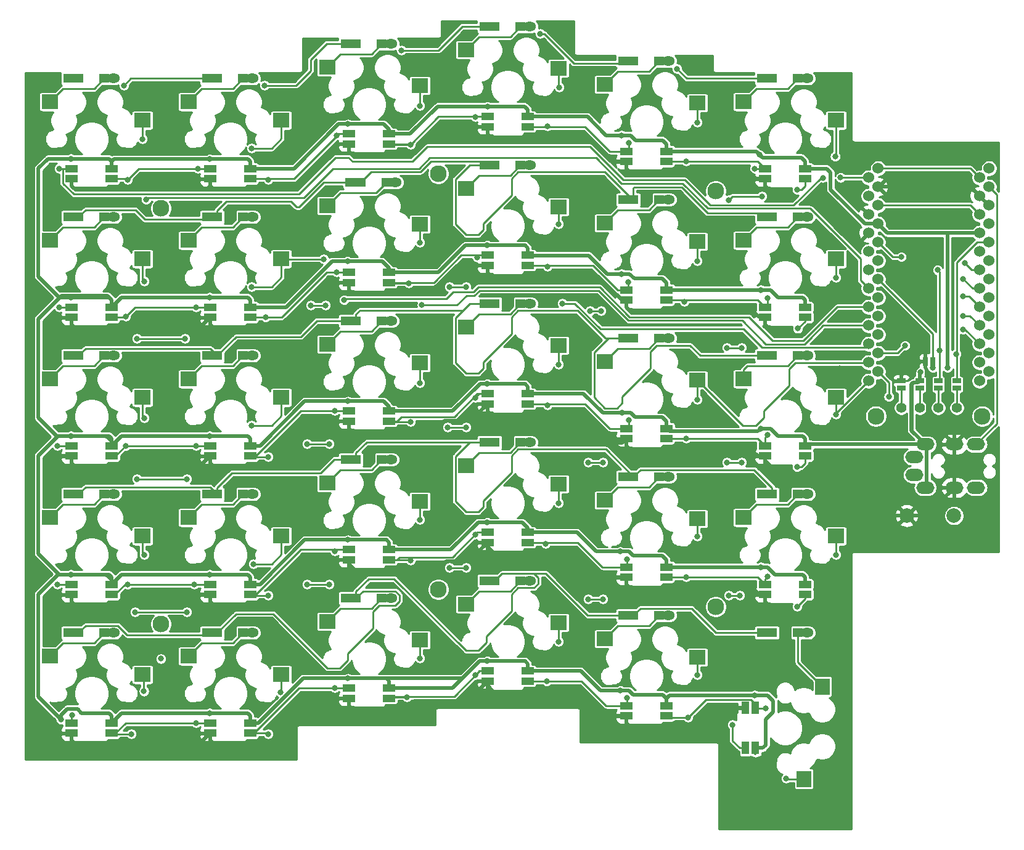
<source format=gbr>
%TF.GenerationSoftware,KiCad,Pcbnew,5.1.9-73d0e3b20d~88~ubuntu18.04.1*%
%TF.CreationDate,2021-03-13T15:22:26+09:00*%
%TF.ProjectId,swallowtail,7377616c-6c6f-4777-9461-696c2e6b6963,rev?*%
%TF.SameCoordinates,Original*%
%TF.FileFunction,Copper,L1,Top*%
%TF.FilePolarity,Positive*%
%FSLAX46Y46*%
G04 Gerber Fmt 4.6, Leading zero omitted, Abs format (unit mm)*
G04 Created by KiCad (PCBNEW 5.1.9-73d0e3b20d~88~ubuntu18.04.1) date 2021-03-13 15:22:26*
%MOMM*%
%LPD*%
G01*
G04 APERTURE LIST*
%TA.AperFunction,SMDPad,CuDef*%
%ADD10R,2.300000X2.000000*%
%TD*%
%TA.AperFunction,SMDPad,CuDef*%
%ADD11R,1.400000X1.300000*%
%TD*%
%TA.AperFunction,ComponentPad*%
%ADD12O,1.778000X1.300000*%
%TD*%
%TA.AperFunction,ComponentPad*%
%ADD13R,1.778000X1.300000*%
%TD*%
%TA.AperFunction,ComponentPad*%
%ADD14C,2.300000*%
%TD*%
%TA.AperFunction,SMDPad,CuDef*%
%ADD15R,1.700000X1.000000*%
%TD*%
%TA.AperFunction,SMDPad,CuDef*%
%ADD16R,1.000000X1.700000*%
%TD*%
%TA.AperFunction,SMDPad,CuDef*%
%ADD17R,2.000000X2.300000*%
%TD*%
%TA.AperFunction,ComponentPad*%
%ADD18O,2.500000X1.700000*%
%TD*%
%TA.AperFunction,ComponentPad*%
%ADD19C,1.397000*%
%TD*%
%TA.AperFunction,SMDPad,CuDef*%
%ADD20R,0.635000X1.143000*%
%TD*%
%TA.AperFunction,SMDPad,CuDef*%
%ADD21R,1.143000X0.635000*%
%TD*%
%TA.AperFunction,ComponentPad*%
%ADD22C,2.000000*%
%TD*%
%TA.AperFunction,ComponentPad*%
%ADD23C,1.524000*%
%TD*%
%TA.AperFunction,ViaPad*%
%ADD24C,0.800000*%
%TD*%
%TA.AperFunction,Conductor*%
%ADD25C,0.250000*%
%TD*%
%TA.AperFunction,Conductor*%
%ADD26C,0.500000*%
%TD*%
%TA.AperFunction,Conductor*%
%ADD27C,0.254000*%
%TD*%
%TA.AperFunction,Conductor*%
%ADD28C,0.100000*%
%TD*%
G04 APERTURE END LIST*
D10*
%TO.P,SW24,1*%
%TO.N,B5*%
X146303125Y-115291875D03*
%TO.P,SW24,2*%
%TO.N,Net-(D24-Pad2)*%
X133603125Y-112751875D03*
%TD*%
D11*
%TO.P,D1,2*%
%TO.N,Net-(D1-Pad2)*%
X45828125Y-52387500D03*
%TO.P,D1,1*%
%TO.N,F7*%
X42278125Y-52387500D03*
D12*
%TO.P,D1,2*%
%TO.N,Net-(D1-Pad2)*%
X47053125Y-52387500D03*
D13*
%TO.P,D1,1*%
%TO.N,F7*%
X41053125Y-52387500D03*
%TD*%
D11*
%TO.P,D2,2*%
%TO.N,Net-(D2-Pad2)*%
X64878125Y-52387500D03*
%TO.P,D2,1*%
%TO.N,F7*%
X61328125Y-52387500D03*
D12*
%TO.P,D2,2*%
%TO.N,Net-(D2-Pad2)*%
X66103125Y-52387500D03*
D13*
%TO.P,D2,1*%
%TO.N,F7*%
X60103125Y-52387500D03*
%TD*%
D11*
%TO.P,D3,2*%
%TO.N,Net-(D3-Pad2)*%
X83928125Y-47625000D03*
%TO.P,D3,1*%
%TO.N,F7*%
X80378125Y-47625000D03*
D12*
%TO.P,D3,2*%
%TO.N,Net-(D3-Pad2)*%
X85153125Y-47625000D03*
D13*
%TO.P,D3,1*%
%TO.N,F7*%
X79153125Y-47625000D03*
%TD*%
D11*
%TO.P,D4,2*%
%TO.N,Net-(D4-Pad2)*%
X102978125Y-45243750D03*
%TO.P,D4,1*%
%TO.N,F7*%
X99428125Y-45243750D03*
D12*
%TO.P,D4,2*%
%TO.N,Net-(D4-Pad2)*%
X104203125Y-45243750D03*
D13*
%TO.P,D4,1*%
%TO.N,F7*%
X98203125Y-45243750D03*
%TD*%
D11*
%TO.P,D5,2*%
%TO.N,Net-(D5-Pad2)*%
X122028125Y-50006250D03*
%TO.P,D5,1*%
%TO.N,F7*%
X118478125Y-50006250D03*
D12*
%TO.P,D5,2*%
%TO.N,Net-(D5-Pad2)*%
X123253125Y-50006250D03*
D13*
%TO.P,D5,1*%
%TO.N,F7*%
X117253125Y-50006250D03*
%TD*%
D11*
%TO.P,D6,2*%
%TO.N,Net-(D6-Pad2)*%
X141078125Y-52387500D03*
%TO.P,D6,1*%
%TO.N,F7*%
X137528125Y-52387500D03*
D12*
%TO.P,D6,2*%
%TO.N,Net-(D6-Pad2)*%
X142303125Y-52387500D03*
D13*
%TO.P,D6,1*%
%TO.N,F7*%
X136303125Y-52387500D03*
%TD*%
D11*
%TO.P,D7,2*%
%TO.N,Net-(D7-Pad2)*%
X45828125Y-71437500D03*
%TO.P,D7,1*%
%TO.N,B1*%
X42278125Y-71437500D03*
D12*
%TO.P,D7,2*%
%TO.N,Net-(D7-Pad2)*%
X47053125Y-71437500D03*
D13*
%TO.P,D7,1*%
%TO.N,B1*%
X41053125Y-71437500D03*
%TD*%
D11*
%TO.P,D8,2*%
%TO.N,Net-(D8-Pad2)*%
X64878125Y-71437500D03*
%TO.P,D8,1*%
%TO.N,B1*%
X61328125Y-71437500D03*
D12*
%TO.P,D8,2*%
%TO.N,Net-(D8-Pad2)*%
X66103125Y-71437500D03*
D13*
%TO.P,D8,1*%
%TO.N,B1*%
X60103125Y-71437500D03*
%TD*%
D11*
%TO.P,D9,2*%
%TO.N,Net-(D9-Pad2)*%
X84534375Y-66675000D03*
%TO.P,D9,1*%
%TO.N,B1*%
X80984375Y-66675000D03*
D12*
%TO.P,D9,2*%
%TO.N,Net-(D9-Pad2)*%
X85759375Y-66675000D03*
D13*
%TO.P,D9,1*%
%TO.N,B1*%
X79759375Y-66675000D03*
%TD*%
D11*
%TO.P,D10,2*%
%TO.N,Net-(D10-Pad2)*%
X102978125Y-64293750D03*
%TO.P,D10,1*%
%TO.N,B1*%
X99428125Y-64293750D03*
D12*
%TO.P,D10,2*%
%TO.N,Net-(D10-Pad2)*%
X104203125Y-64293750D03*
D13*
%TO.P,D10,1*%
%TO.N,B1*%
X98203125Y-64293750D03*
%TD*%
D11*
%TO.P,D11,2*%
%TO.N,Net-(D11-Pad2)*%
X122028125Y-69056250D03*
%TO.P,D11,1*%
%TO.N,B1*%
X118478125Y-69056250D03*
D12*
%TO.P,D11,2*%
%TO.N,Net-(D11-Pad2)*%
X123253125Y-69056250D03*
D13*
%TO.P,D11,1*%
%TO.N,B1*%
X117253125Y-69056250D03*
%TD*%
D11*
%TO.P,D12,2*%
%TO.N,Net-(D12-Pad2)*%
X141078125Y-71437500D03*
%TO.P,D12,1*%
%TO.N,B1*%
X137528125Y-71437500D03*
D12*
%TO.P,D12,2*%
%TO.N,Net-(D12-Pad2)*%
X142303125Y-71437500D03*
D13*
%TO.P,D12,1*%
%TO.N,B1*%
X136303125Y-71437500D03*
%TD*%
D11*
%TO.P,D13,2*%
%TO.N,Net-(D13-Pad2)*%
X45828125Y-90487500D03*
%TO.P,D13,1*%
%TO.N,B3*%
X42278125Y-90487500D03*
D12*
%TO.P,D13,2*%
%TO.N,Net-(D13-Pad2)*%
X47053125Y-90487500D03*
D13*
%TO.P,D13,1*%
%TO.N,B3*%
X41053125Y-90487500D03*
%TD*%
D11*
%TO.P,D14,2*%
%TO.N,Net-(D14-Pad2)*%
X64878125Y-90487500D03*
%TO.P,D14,1*%
%TO.N,B3*%
X61328125Y-90487500D03*
D12*
%TO.P,D14,2*%
%TO.N,Net-(D14-Pad2)*%
X66103125Y-90487500D03*
D13*
%TO.P,D14,1*%
%TO.N,B3*%
X60103125Y-90487500D03*
%TD*%
D11*
%TO.P,D15,2*%
%TO.N,Net-(D15-Pad2)*%
X83928125Y-85725000D03*
%TO.P,D15,1*%
%TO.N,B3*%
X80378125Y-85725000D03*
D12*
%TO.P,D15,2*%
%TO.N,Net-(D15-Pad2)*%
X85153125Y-85725000D03*
D13*
%TO.P,D15,1*%
%TO.N,B3*%
X79153125Y-85725000D03*
%TD*%
D11*
%TO.P,D16,2*%
%TO.N,Net-(D16-Pad2)*%
X102978125Y-83343750D03*
%TO.P,D16,1*%
%TO.N,B3*%
X99428125Y-83343750D03*
D12*
%TO.P,D16,2*%
%TO.N,Net-(D16-Pad2)*%
X104203125Y-83343750D03*
D13*
%TO.P,D16,1*%
%TO.N,B3*%
X98203125Y-83343750D03*
%TD*%
D11*
%TO.P,D17,2*%
%TO.N,Net-(D17-Pad2)*%
X122028125Y-88106250D03*
%TO.P,D17,1*%
%TO.N,B3*%
X118478125Y-88106250D03*
D12*
%TO.P,D17,2*%
%TO.N,Net-(D17-Pad2)*%
X123253125Y-88106250D03*
D13*
%TO.P,D17,1*%
%TO.N,B3*%
X117253125Y-88106250D03*
%TD*%
D11*
%TO.P,D18,2*%
%TO.N,Net-(D18-Pad2)*%
X141078125Y-90487500D03*
%TO.P,D18,1*%
%TO.N,B3*%
X137528125Y-90487500D03*
D12*
%TO.P,D18,2*%
%TO.N,Net-(D18-Pad2)*%
X142303125Y-90487500D03*
D13*
%TO.P,D18,1*%
%TO.N,B3*%
X136303125Y-90487500D03*
%TD*%
D11*
%TO.P,D19,2*%
%TO.N,Net-(D19-Pad2)*%
X45828125Y-109537500D03*
%TO.P,D19,1*%
%TO.N,B2*%
X42278125Y-109537500D03*
D12*
%TO.P,D19,2*%
%TO.N,Net-(D19-Pad2)*%
X47053125Y-109537500D03*
D13*
%TO.P,D19,1*%
%TO.N,B2*%
X41053125Y-109537500D03*
%TD*%
D11*
%TO.P,D20,2*%
%TO.N,Net-(D20-Pad2)*%
X64878125Y-109537500D03*
%TO.P,D20,1*%
%TO.N,B2*%
X61328125Y-109537500D03*
D12*
%TO.P,D20,2*%
%TO.N,Net-(D20-Pad2)*%
X66103125Y-109537500D03*
D13*
%TO.P,D20,1*%
%TO.N,B2*%
X60103125Y-109537500D03*
%TD*%
D11*
%TO.P,D21,2*%
%TO.N,Net-(D21-Pad2)*%
X83928125Y-104775000D03*
%TO.P,D21,1*%
%TO.N,B2*%
X80378125Y-104775000D03*
D12*
%TO.P,D21,2*%
%TO.N,Net-(D21-Pad2)*%
X85153125Y-104775000D03*
D13*
%TO.P,D21,1*%
%TO.N,B2*%
X79153125Y-104775000D03*
%TD*%
D11*
%TO.P,D22,2*%
%TO.N,Net-(D22-Pad2)*%
X102978125Y-102393750D03*
%TO.P,D22,1*%
%TO.N,B2*%
X99428125Y-102393750D03*
D12*
%TO.P,D22,2*%
%TO.N,Net-(D22-Pad2)*%
X104203125Y-102393750D03*
D13*
%TO.P,D22,1*%
%TO.N,B2*%
X98203125Y-102393750D03*
%TD*%
D11*
%TO.P,D23,2*%
%TO.N,Net-(D23-Pad2)*%
X122028125Y-107156250D03*
%TO.P,D23,1*%
%TO.N,B2*%
X118478125Y-107156250D03*
D12*
%TO.P,D23,2*%
%TO.N,Net-(D23-Pad2)*%
X123253125Y-107156250D03*
D13*
%TO.P,D23,1*%
%TO.N,B2*%
X117253125Y-107156250D03*
%TD*%
D11*
%TO.P,D24,2*%
%TO.N,Net-(D24-Pad2)*%
X141078125Y-109537500D03*
%TO.P,D24,1*%
%TO.N,B2*%
X137528125Y-109537500D03*
D12*
%TO.P,D24,2*%
%TO.N,Net-(D24-Pad2)*%
X142303125Y-109537500D03*
D13*
%TO.P,D24,1*%
%TO.N,B2*%
X136303125Y-109537500D03*
%TD*%
D11*
%TO.P,D25,2*%
%TO.N,Net-(D25-Pad2)*%
X45828125Y-128587500D03*
%TO.P,D25,1*%
%TO.N,B6*%
X42278125Y-128587500D03*
D12*
%TO.P,D25,2*%
%TO.N,Net-(D25-Pad2)*%
X47053125Y-128587500D03*
D13*
%TO.P,D25,1*%
%TO.N,B6*%
X41053125Y-128587500D03*
%TD*%
D11*
%TO.P,D26,2*%
%TO.N,Net-(D26-Pad2)*%
X64878125Y-128587500D03*
%TO.P,D26,1*%
%TO.N,B6*%
X61328125Y-128587500D03*
D12*
%TO.P,D26,2*%
%TO.N,Net-(D26-Pad2)*%
X66103125Y-128587500D03*
D13*
%TO.P,D26,1*%
%TO.N,B6*%
X60103125Y-128587500D03*
%TD*%
D11*
%TO.P,D27,2*%
%TO.N,Net-(D27-Pad2)*%
X83928125Y-123825000D03*
%TO.P,D27,1*%
%TO.N,B6*%
X80378125Y-123825000D03*
D12*
%TO.P,D27,2*%
%TO.N,Net-(D27-Pad2)*%
X85153125Y-123825000D03*
D13*
%TO.P,D27,1*%
%TO.N,B6*%
X79153125Y-123825000D03*
%TD*%
D11*
%TO.P,D28,2*%
%TO.N,Net-(D28-Pad2)*%
X102978125Y-121443750D03*
%TO.P,D28,1*%
%TO.N,B6*%
X99428125Y-121443750D03*
D12*
%TO.P,D28,2*%
%TO.N,Net-(D28-Pad2)*%
X104203125Y-121443750D03*
D13*
%TO.P,D28,1*%
%TO.N,B6*%
X98203125Y-121443750D03*
%TD*%
D11*
%TO.P,D29,2*%
%TO.N,Net-(D29-Pad2)*%
X122028125Y-126206250D03*
%TO.P,D29,1*%
%TO.N,B6*%
X118478125Y-126206250D03*
D12*
%TO.P,D29,2*%
%TO.N,Net-(D29-Pad2)*%
X123253125Y-126206250D03*
D13*
%TO.P,D29,1*%
%TO.N,B6*%
X117253125Y-126206250D03*
%TD*%
D11*
%TO.P,D30,2*%
%TO.N,Net-(D30-Pad2)*%
X141078125Y-128587500D03*
%TO.P,D30,1*%
%TO.N,B6*%
X137528125Y-128587500D03*
D12*
%TO.P,D30,2*%
%TO.N,Net-(D30-Pad2)*%
X142303125Y-128587500D03*
D13*
%TO.P,D30,1*%
%TO.N,B6*%
X136303125Y-128587500D03*
%TD*%
D14*
%TO.P,Ref\u002A\u002A,*%
%TO.N,*%
X166370000Y-98821885D03*
%TD*%
%TO.P,Ref\u002A\u002A,*%
%TO.N,*%
X151765000Y-98821885D03*
%TD*%
%TO.P,Ref\u002A\u002A,*%
%TO.N,*%
X129778610Y-67865625D03*
%TD*%
%TO.P,Ref\u002A\u002A,*%
%TO.N,*%
X129778610Y-125015625D03*
%TD*%
%TO.P,Ref\u002A\u002A,*%
%TO.N,*%
X91678450Y-65484375D03*
%TD*%
%TO.P,Ref\u002A\u002A,*%
%TO.N,*%
X91678450Y-122634375D03*
%TD*%
%TO.P,Ref\u002A\u002A,*%
%TO.N,*%
X53578290Y-127396875D03*
%TD*%
%TO.P,Ref\u002A\u002A,*%
%TO.N,*%
X53578290Y-70246875D03*
%TD*%
D15*
%TO.P,LED1,2*%
%TO.N,Net-(LED1-Pad2)*%
X46803125Y-66184375D03*
%TO.P,LED1,1*%
%TO.N,VCC*%
X46803125Y-64784375D03*
%TO.P,LED1,3*%
%TO.N,GND*%
X41303125Y-66184375D03*
%TO.P,LED1,4*%
%TO.N,D3*%
X41303125Y-64784375D03*
%TD*%
%TO.P,LED2,2*%
%TO.N,Net-(LED2-Pad2)*%
X65853125Y-66184375D03*
%TO.P,LED2,1*%
%TO.N,VCC*%
X65853125Y-64784375D03*
%TO.P,LED2,3*%
%TO.N,GND*%
X60353125Y-66184375D03*
%TO.P,LED2,4*%
%TO.N,Net-(LED1-Pad2)*%
X60353125Y-64784375D03*
%TD*%
%TO.P,LED3,2*%
%TO.N,Net-(LED3-Pad2)*%
X84903125Y-61421875D03*
%TO.P,LED3,1*%
%TO.N,VCC*%
X84903125Y-60021875D03*
%TO.P,LED3,3*%
%TO.N,GND*%
X79403125Y-61421875D03*
%TO.P,LED3,4*%
%TO.N,Net-(LED2-Pad2)*%
X79403125Y-60021875D03*
%TD*%
%TO.P,LED4,2*%
%TO.N,Net-(LED4-Pad2)*%
X103953125Y-59040625D03*
%TO.P,LED4,1*%
%TO.N,VCC*%
X103953125Y-57640625D03*
%TO.P,LED4,3*%
%TO.N,GND*%
X98453125Y-59040625D03*
%TO.P,LED4,4*%
%TO.N,Net-(LED3-Pad2)*%
X98453125Y-57640625D03*
%TD*%
%TO.P,LED5,2*%
%TO.N,Net-(LED5-Pad2)*%
X123003125Y-63803125D03*
%TO.P,LED5,1*%
%TO.N,VCC*%
X123003125Y-62403125D03*
%TO.P,LED5,3*%
%TO.N,GND*%
X117503125Y-63803125D03*
%TO.P,LED5,4*%
%TO.N,Net-(LED4-Pad2)*%
X117503125Y-62403125D03*
%TD*%
%TO.P,LED6,2*%
%TO.N,Net-(LED6-Pad2)*%
X142053125Y-66184375D03*
%TO.P,LED6,1*%
%TO.N,VCC*%
X142053125Y-64784375D03*
%TO.P,LED6,3*%
%TO.N,GND*%
X136553125Y-66184375D03*
%TO.P,LED6,4*%
%TO.N,Net-(LED5-Pad2)*%
X136553125Y-64784375D03*
%TD*%
%TO.P,LED7,2*%
%TO.N,Net-(LED7-Pad2)*%
X46803125Y-85234375D03*
%TO.P,LED7,1*%
%TO.N,VCC*%
X46803125Y-83834375D03*
%TO.P,LED7,3*%
%TO.N,GND*%
X41303125Y-85234375D03*
%TO.P,LED7,4*%
%TO.N,Net-(LED6-Pad2)*%
X41303125Y-83834375D03*
%TD*%
%TO.P,LED8,2*%
%TO.N,Net-(LED8-Pad2)*%
X65853125Y-85234375D03*
%TO.P,LED8,1*%
%TO.N,VCC*%
X65853125Y-83834375D03*
%TO.P,LED8,3*%
%TO.N,GND*%
X60353125Y-85234375D03*
%TO.P,LED8,4*%
%TO.N,Net-(LED7-Pad2)*%
X60353125Y-83834375D03*
%TD*%
%TO.P,LED9,2*%
%TO.N,Net-(LED10-Pad4)*%
X84903125Y-80471875D03*
%TO.P,LED9,1*%
%TO.N,VCC*%
X84903125Y-79071875D03*
%TO.P,LED9,3*%
%TO.N,GND*%
X79403125Y-80471875D03*
%TO.P,LED9,4*%
%TO.N,Net-(LED8-Pad2)*%
X79403125Y-79071875D03*
%TD*%
%TO.P,LED10,2*%
%TO.N,Net-(LED10-Pad2)*%
X103953125Y-78090625D03*
%TO.P,LED10,1*%
%TO.N,VCC*%
X103953125Y-76690625D03*
%TO.P,LED10,3*%
%TO.N,GND*%
X98453125Y-78090625D03*
%TO.P,LED10,4*%
%TO.N,Net-(LED10-Pad4)*%
X98453125Y-76690625D03*
%TD*%
%TO.P,LED11,2*%
%TO.N,Net-(LED11-Pad2)*%
X123003125Y-82853125D03*
%TO.P,LED11,1*%
%TO.N,VCC*%
X123003125Y-81453125D03*
%TO.P,LED11,3*%
%TO.N,GND*%
X117503125Y-82853125D03*
%TO.P,LED11,4*%
%TO.N,Net-(LED10-Pad2)*%
X117503125Y-81453125D03*
%TD*%
%TO.P,LED12,2*%
%TO.N,Net-(LED12-Pad2)*%
X142053125Y-85234375D03*
%TO.P,LED12,1*%
%TO.N,VCC*%
X142053125Y-83834375D03*
%TO.P,LED12,3*%
%TO.N,GND*%
X136553125Y-85234375D03*
%TO.P,LED12,4*%
%TO.N,Net-(LED11-Pad2)*%
X136553125Y-83834375D03*
%TD*%
%TO.P,LED13,2*%
%TO.N,Net-(LED13-Pad2)*%
X46803125Y-104284375D03*
%TO.P,LED13,1*%
%TO.N,VCC*%
X46803125Y-102884375D03*
%TO.P,LED13,3*%
%TO.N,GND*%
X41303125Y-104284375D03*
%TO.P,LED13,4*%
%TO.N,Net-(LED12-Pad2)*%
X41303125Y-102884375D03*
%TD*%
%TO.P,LED14,2*%
%TO.N,Net-(LED14-Pad2)*%
X65853125Y-104284375D03*
%TO.P,LED14,1*%
%TO.N,VCC*%
X65853125Y-102884375D03*
%TO.P,LED14,3*%
%TO.N,GND*%
X60353125Y-104284375D03*
%TO.P,LED14,4*%
%TO.N,Net-(LED13-Pad2)*%
X60353125Y-102884375D03*
%TD*%
%TO.P,LED15,2*%
%TO.N,Net-(LED15-Pad2)*%
X84903125Y-99521875D03*
%TO.P,LED15,1*%
%TO.N,VCC*%
X84903125Y-98121875D03*
%TO.P,LED15,3*%
%TO.N,GND*%
X79403125Y-99521875D03*
%TO.P,LED15,4*%
%TO.N,Net-(LED14-Pad2)*%
X79403125Y-98121875D03*
%TD*%
%TO.P,LED16,2*%
%TO.N,Net-(LED16-Pad2)*%
X103953125Y-97140625D03*
%TO.P,LED16,1*%
%TO.N,VCC*%
X103953125Y-95740625D03*
%TO.P,LED16,3*%
%TO.N,GND*%
X98453125Y-97140625D03*
%TO.P,LED16,4*%
%TO.N,Net-(LED15-Pad2)*%
X98453125Y-95740625D03*
%TD*%
%TO.P,LED17,2*%
%TO.N,Net-(LED17-Pad2)*%
X123003125Y-101903125D03*
%TO.P,LED17,1*%
%TO.N,VCC*%
X123003125Y-100503125D03*
%TO.P,LED17,3*%
%TO.N,GND*%
X117503125Y-101903125D03*
%TO.P,LED17,4*%
%TO.N,Net-(LED16-Pad2)*%
X117503125Y-100503125D03*
%TD*%
%TO.P,LED18,2*%
%TO.N,Net-(LED18-Pad2)*%
X142053125Y-104284375D03*
%TO.P,LED18,1*%
%TO.N,VCC*%
X142053125Y-102884375D03*
%TO.P,LED18,3*%
%TO.N,GND*%
X136553125Y-104284375D03*
%TO.P,LED18,4*%
%TO.N,Net-(LED17-Pad2)*%
X136553125Y-102884375D03*
%TD*%
%TO.P,LED19,2*%
%TO.N,Net-(LED19-Pad2)*%
X46803125Y-123334375D03*
%TO.P,LED19,1*%
%TO.N,VCC*%
X46803125Y-121934375D03*
%TO.P,LED19,3*%
%TO.N,GND*%
X41303125Y-123334375D03*
%TO.P,LED19,4*%
%TO.N,Net-(LED18-Pad2)*%
X41303125Y-121934375D03*
%TD*%
%TO.P,LED20,2*%
%TO.N,Net-(LED20-Pad2)*%
X65853125Y-123334375D03*
%TO.P,LED20,1*%
%TO.N,VCC*%
X65853125Y-121934375D03*
%TO.P,LED20,3*%
%TO.N,GND*%
X60353125Y-123334375D03*
%TO.P,LED20,4*%
%TO.N,Net-(LED19-Pad2)*%
X60353125Y-121934375D03*
%TD*%
%TO.P,LED21,2*%
%TO.N,Net-(LED21-Pad2)*%
X84903125Y-118571875D03*
%TO.P,LED21,1*%
%TO.N,VCC*%
X84903125Y-117171875D03*
%TO.P,LED21,3*%
%TO.N,GND*%
X79403125Y-118571875D03*
%TO.P,LED21,4*%
%TO.N,Net-(LED20-Pad2)*%
X79403125Y-117171875D03*
%TD*%
%TO.P,LED22,2*%
%TO.N,Net-(LED22-Pad2)*%
X103953125Y-116190625D03*
%TO.P,LED22,1*%
%TO.N,VCC*%
X103953125Y-114790625D03*
%TO.P,LED22,3*%
%TO.N,GND*%
X98453125Y-116190625D03*
%TO.P,LED22,4*%
%TO.N,Net-(LED21-Pad2)*%
X98453125Y-114790625D03*
%TD*%
%TO.P,LED23,2*%
%TO.N,Net-(LED23-Pad2)*%
X123003125Y-120953125D03*
%TO.P,LED23,1*%
%TO.N,VCC*%
X123003125Y-119553125D03*
%TO.P,LED23,3*%
%TO.N,GND*%
X117503125Y-120953125D03*
%TO.P,LED23,4*%
%TO.N,Net-(LED22-Pad2)*%
X117503125Y-119553125D03*
%TD*%
%TO.P,LED24,2*%
%TO.N,Net-(LED24-Pad2)*%
X142053125Y-123334375D03*
%TO.P,LED24,1*%
%TO.N,VCC*%
X142053125Y-121934375D03*
%TO.P,LED24,3*%
%TO.N,GND*%
X136553125Y-123334375D03*
%TO.P,LED24,4*%
%TO.N,Net-(LED23-Pad2)*%
X136553125Y-121934375D03*
%TD*%
%TO.P,LED25,2*%
%TO.N,Net-(LED25-Pad2)*%
X46803125Y-142384375D03*
%TO.P,LED25,1*%
%TO.N,VCC*%
X46803125Y-140984375D03*
%TO.P,LED25,3*%
%TO.N,GND*%
X41303125Y-142384375D03*
%TO.P,LED25,4*%
%TO.N,Net-(LED24-Pad2)*%
X41303125Y-140984375D03*
%TD*%
%TO.P,LED26,2*%
%TO.N,Net-(LED26-Pad2)*%
X65853125Y-142384375D03*
%TO.P,LED26,1*%
%TO.N,VCC*%
X65853125Y-140984375D03*
%TO.P,LED26,3*%
%TO.N,GND*%
X60353125Y-142384375D03*
%TO.P,LED26,4*%
%TO.N,Net-(LED25-Pad2)*%
X60353125Y-140984375D03*
%TD*%
%TO.P,LED27,2*%
%TO.N,Net-(LED27-Pad2)*%
X84903125Y-137621875D03*
%TO.P,LED27,1*%
%TO.N,VCC*%
X84903125Y-136221875D03*
%TO.P,LED27,3*%
%TO.N,GND*%
X79403125Y-137621875D03*
%TO.P,LED27,4*%
%TO.N,Net-(LED26-Pad2)*%
X79403125Y-136221875D03*
%TD*%
%TO.P,LED28,2*%
%TO.N,Net-(LED28-Pad2)*%
X103953125Y-135240625D03*
%TO.P,LED28,1*%
%TO.N,VCC*%
X103953125Y-133840625D03*
%TO.P,LED28,3*%
%TO.N,GND*%
X98453125Y-135240625D03*
%TO.P,LED28,4*%
%TO.N,Net-(LED27-Pad2)*%
X98453125Y-133840625D03*
%TD*%
%TO.P,LED29,2*%
%TO.N,Net-(LED29-Pad2)*%
X123003125Y-140003125D03*
%TO.P,LED29,1*%
%TO.N,VCC*%
X123003125Y-138603125D03*
%TO.P,LED29,3*%
%TO.N,GND*%
X117503125Y-140003125D03*
%TO.P,LED29,4*%
%TO.N,Net-(LED28-Pad2)*%
X117503125Y-138603125D03*
%TD*%
D16*
%TO.P,LED30,2*%
%TO.N,Net-(LED30-Pad2)*%
X133840625Y-144434375D03*
%TO.P,LED30,1*%
%TO.N,VCC*%
X135240625Y-144434375D03*
%TO.P,LED30,3*%
%TO.N,GND*%
X133840625Y-138934375D03*
%TO.P,LED30,4*%
%TO.N,Net-(LED29-Pad2)*%
X135240625Y-138934375D03*
%TD*%
D10*
%TO.P,SW29,1*%
%TO.N,B4*%
X127253125Y-131960625D03*
%TO.P,SW29,2*%
%TO.N,Net-(D29-Pad2)*%
X114553125Y-129420625D03*
%TD*%
%TO.P,SW4,1*%
%TO.N,E6*%
X108203125Y-50998125D03*
%TO.P,SW4,2*%
%TO.N,Net-(D4-Pad2)*%
X95503125Y-48458125D03*
%TD*%
D17*
%TO.P,SW30,1*%
%TO.N,B5*%
X141883125Y-148684375D03*
%TO.P,SW30,2*%
%TO.N,Net-(D30-Pad2)*%
X144423125Y-135984375D03*
%TD*%
D10*
%TO.P,SW25,1*%
%TO.N,D4*%
X51053125Y-134341875D03*
%TO.P,SW25,2*%
%TO.N,Net-(D25-Pad2)*%
X38353125Y-131801875D03*
%TD*%
D18*
%TO.P,J1,D*%
%TO.N,VCC*%
X158546500Y-102687135D03*
%TO.P,J1,A*%
%TO.N,Net-(J1-PadA)*%
X157046500Y-106887135D03*
%TO.P,J1,B*%
%TO.N,D2*%
X165546500Y-102687135D03*
%TO.P,J1,C*%
%TO.N,GND*%
X162546500Y-102687135D03*
%TO.P,J1,B*%
%TO.N,D2*%
X165546500Y-108637135D03*
%TO.P,J1,C*%
%TO.N,GND*%
X162546500Y-108637135D03*
%TO.P,J1,D*%
%TO.N,VCC*%
X158546500Y-108637135D03*
%TO.P,J1,A*%
%TO.N,Net-(J1-PadA)*%
X157046500Y-104437135D03*
%TD*%
D19*
%TO.P,J2,1*%
%TO.N,Net-(J2-Pad1)*%
X155257500Y-97647135D03*
%TO.P,J2,2*%
%TO.N,Net-(J2-Pad2)*%
X157797500Y-97647135D03*
%TO.P,J2,3*%
%TO.N,Net-(J2-Pad3)*%
X160337500Y-97647135D03*
%TO.P,J2,4*%
%TO.N,Net-(J2-Pad4)*%
X162877500Y-97647135D03*
%TD*%
D20*
%TO.P,JP2,1*%
%TO.N,F6*%
X159567880Y-91297135D03*
%TO.P,JP2,2*%
%TO.N,GND*%
X158567120Y-91297135D03*
%TD*%
D21*
%TO.P,JP7,1*%
%TO.N,Net-(J2-Pad4)*%
X162877500Y-94972515D03*
%TO.P,JP7,2*%
%TO.N,SDA*%
X162877500Y-93971755D03*
%TD*%
%TO.P,JP8,2*%
%TO.N,SCL*%
X160337500Y-93971755D03*
%TO.P,JP8,1*%
%TO.N,Net-(J2-Pad3)*%
X160337500Y-94972515D03*
%TD*%
%TO.P,JP9,1*%
%TO.N,Net-(J2-Pad2)*%
X157797500Y-94972515D03*
%TO.P,JP9,2*%
%TO.N,VCC*%
X157797500Y-93971755D03*
%TD*%
%TO.P,JP10,2*%
%TO.N,GND*%
X155257500Y-93971755D03*
%TO.P,JP10,1*%
%TO.N,Net-(J2-Pad1)*%
X155257500Y-94972515D03*
%TD*%
D22*
%TO.P,RSW1,1*%
%TO.N,RST*%
X162496500Y-112490260D03*
%TO.P,RSW1,2*%
%TO.N,GND*%
X155996500Y-112490260D03*
%TD*%
D10*
%TO.P,SW1,1*%
%TO.N,D4*%
X51053125Y-58141875D03*
%TO.P,SW1,2*%
%TO.N,Net-(D1-Pad2)*%
X38353125Y-55601875D03*
%TD*%
%TO.P,SW2,2*%
%TO.N,Net-(D2-Pad2)*%
X57403125Y-55601875D03*
%TO.P,SW2,1*%
%TO.N,C6*%
X70103125Y-58141875D03*
%TD*%
%TO.P,SW3,2*%
%TO.N,Net-(D3-Pad2)*%
X76453125Y-50839375D03*
%TO.P,SW3,1*%
%TO.N,D7*%
X89153125Y-53379375D03*
%TD*%
%TO.P,SW5,2*%
%TO.N,Net-(D5-Pad2)*%
X114553125Y-53220625D03*
%TO.P,SW5,1*%
%TO.N,B4*%
X127253125Y-55760625D03*
%TD*%
%TO.P,SW6,2*%
%TO.N,Net-(D6-Pad2)*%
X133603125Y-55601875D03*
%TO.P,SW6,1*%
%TO.N,B5*%
X146303125Y-58141875D03*
%TD*%
%TO.P,SW7,2*%
%TO.N,Net-(D7-Pad2)*%
X38353125Y-74651875D03*
%TO.P,SW7,1*%
%TO.N,D4*%
X51053125Y-77191875D03*
%TD*%
%TO.P,SW8,2*%
%TO.N,Net-(D8-Pad2)*%
X57403125Y-74651875D03*
%TO.P,SW8,1*%
%TO.N,C6*%
X70103125Y-77191875D03*
%TD*%
%TO.P,SW9,1*%
%TO.N,D7*%
X89153125Y-72429375D03*
%TO.P,SW9,2*%
%TO.N,Net-(D9-Pad2)*%
X76453125Y-69889375D03*
%TD*%
%TO.P,SW10,2*%
%TO.N,Net-(D10-Pad2)*%
X95503125Y-67508125D03*
%TO.P,SW10,1*%
%TO.N,E6*%
X108203125Y-70048125D03*
%TD*%
%TO.P,SW11,2*%
%TO.N,Net-(D11-Pad2)*%
X114553125Y-72270625D03*
%TO.P,SW11,1*%
%TO.N,B4*%
X127253125Y-74810625D03*
%TD*%
%TO.P,SW12,2*%
%TO.N,Net-(D12-Pad2)*%
X133603125Y-74651875D03*
%TO.P,SW12,1*%
%TO.N,B5*%
X146303125Y-77191875D03*
%TD*%
%TO.P,SW13,1*%
%TO.N,D4*%
X51053125Y-96241875D03*
%TO.P,SW13,2*%
%TO.N,Net-(D13-Pad2)*%
X38353125Y-93701875D03*
%TD*%
%TO.P,SW14,1*%
%TO.N,C6*%
X70103125Y-96241875D03*
%TO.P,SW14,2*%
%TO.N,Net-(D14-Pad2)*%
X57403125Y-93701875D03*
%TD*%
%TO.P,SW15,2*%
%TO.N,Net-(D15-Pad2)*%
X76453125Y-88939375D03*
%TO.P,SW15,1*%
%TO.N,D7*%
X89153125Y-91479375D03*
%TD*%
%TO.P,SW16,1*%
%TO.N,E6*%
X108203125Y-89098125D03*
%TO.P,SW16,2*%
%TO.N,Net-(D16-Pad2)*%
X95503125Y-86558125D03*
%TD*%
%TO.P,SW17,1*%
%TO.N,B4*%
X127253125Y-93860625D03*
%TO.P,SW17,2*%
%TO.N,Net-(D17-Pad2)*%
X114553125Y-91320625D03*
%TD*%
%TO.P,SW18,1*%
%TO.N,B5*%
X146303125Y-96241875D03*
%TO.P,SW18,2*%
%TO.N,Net-(D18-Pad2)*%
X133603125Y-93701875D03*
%TD*%
%TO.P,SW19,1*%
%TO.N,D4*%
X51053125Y-115291875D03*
%TO.P,SW19,2*%
%TO.N,Net-(D19-Pad2)*%
X38353125Y-112751875D03*
%TD*%
%TO.P,SW20,1*%
%TO.N,C6*%
X70103125Y-115291875D03*
%TO.P,SW20,2*%
%TO.N,Net-(D20-Pad2)*%
X57403125Y-112751875D03*
%TD*%
%TO.P,SW21,1*%
%TO.N,D7*%
X89153125Y-110529375D03*
%TO.P,SW21,2*%
%TO.N,Net-(D21-Pad2)*%
X76453125Y-107989375D03*
%TD*%
%TO.P,SW22,2*%
%TO.N,Net-(D22-Pad2)*%
X95503125Y-105608125D03*
%TO.P,SW22,1*%
%TO.N,E6*%
X108203125Y-108148125D03*
%TD*%
%TO.P,SW23,1*%
%TO.N,B4*%
X127253125Y-112910625D03*
%TO.P,SW23,2*%
%TO.N,Net-(D23-Pad2)*%
X114553125Y-110370625D03*
%TD*%
%TO.P,SW26,2*%
%TO.N,Net-(D26-Pad2)*%
X57403125Y-131801875D03*
%TO.P,SW26,1*%
%TO.N,C6*%
X70103125Y-134341875D03*
%TD*%
%TO.P,SW27,2*%
%TO.N,Net-(D27-Pad2)*%
X76453125Y-127039375D03*
%TO.P,SW27,1*%
%TO.N,D7*%
X89153125Y-129579375D03*
%TD*%
%TO.P,SW28,2*%
%TO.N,Net-(D28-Pad2)*%
X95503125Y-124658125D03*
%TO.P,SW28,1*%
%TO.N,E6*%
X108203125Y-127198125D03*
%TD*%
D23*
%TO.P,U1,24*%
%TO.N,Net-(U1-Pad24)*%
X152082500Y-64754135D03*
%TO.P,U1,23*%
%TO.N,GND*%
X152082500Y-67294135D03*
%TO.P,U1,22*%
%TO.N,RST*%
X152082500Y-69834135D03*
%TO.P,U1,21*%
%TO.N,VCC*%
X152082500Y-72374135D03*
%TO.P,U1,20*%
%TO.N,F4*%
X152082500Y-74914135D03*
%TO.P,U1,19*%
%TO.N,F5*%
X152082500Y-77454135D03*
%TO.P,U1,18*%
%TO.N,F6*%
X152082500Y-79994135D03*
%TO.P,U1,17*%
%TO.N,F7*%
X152082500Y-82534135D03*
%TO.P,U1,16*%
%TO.N,B1*%
X152082500Y-85074135D03*
%TO.P,U1,15*%
%TO.N,B3*%
X152082500Y-87614135D03*
%TO.P,U1,14*%
%TO.N,B2*%
X152082500Y-90154135D03*
%TO.P,U1,13*%
%TO.N,B6*%
X152082500Y-92694135D03*
%TO.P,U1,12*%
%TO.N,B5*%
X167302500Y-92694135D03*
%TO.P,U1,11*%
%TO.N,B4*%
X167302500Y-90154135D03*
%TO.P,U1,10*%
%TO.N,E6*%
X167302500Y-87614135D03*
%TO.P,U1,9*%
%TO.N,D7*%
X167302500Y-85074135D03*
%TO.P,U1,8*%
%TO.N,C6*%
X167302500Y-82534135D03*
%TO.P,U1,7*%
%TO.N,D4*%
X167302500Y-79994135D03*
%TO.P,U1,6*%
%TO.N,SCL*%
X167302500Y-77454135D03*
%TO.P,U1,5*%
%TO.N,SDA*%
X167302500Y-74914135D03*
%TO.P,U1,4*%
%TO.N,GND*%
X167302500Y-72374135D03*
%TO.P,U1,3*%
X167302500Y-69834135D03*
%TO.P,U1,2*%
%TO.N,D2*%
X167302500Y-67294135D03*
%TO.P,U1,1*%
%TO.N,D3*%
X167302500Y-64754135D03*
X150756100Y-66024135D03*
%TO.P,U1,2*%
%TO.N,D2*%
X150756100Y-68564135D03*
%TO.P,U1,3*%
%TO.N,GND*%
X150756100Y-71104135D03*
%TO.P,U1,4*%
X150756100Y-73644135D03*
%TO.P,U1,5*%
%TO.N,SDA*%
X150756100Y-76184135D03*
%TO.P,U1,6*%
%TO.N,SCL*%
X150756100Y-78724135D03*
%TO.P,U1,7*%
%TO.N,D4*%
X150756100Y-81264135D03*
%TO.P,U1,8*%
%TO.N,C6*%
X150756100Y-83804135D03*
%TO.P,U1,9*%
%TO.N,D7*%
X150756100Y-86344135D03*
%TO.P,U1,10*%
%TO.N,E6*%
X150756100Y-88884135D03*
%TO.P,U1,11*%
%TO.N,B4*%
X150756100Y-91424135D03*
%TO.P,U1,12*%
%TO.N,B5*%
X150756100Y-93964135D03*
%TO.P,U1,13*%
%TO.N,B6*%
X165996100Y-93964135D03*
%TO.P,U1,14*%
%TO.N,B2*%
X165996100Y-91424135D03*
%TO.P,U1,15*%
%TO.N,B3*%
X165996100Y-88884135D03*
%TO.P,U1,16*%
%TO.N,B1*%
X165996100Y-86344135D03*
%TO.P,U1,17*%
%TO.N,F7*%
X165996100Y-83804135D03*
%TO.P,U1,18*%
%TO.N,F6*%
X165996100Y-81264135D03*
%TO.P,U1,19*%
%TO.N,F5*%
X165996100Y-78724135D03*
%TO.P,U1,20*%
%TO.N,F4*%
X165996100Y-76184135D03*
%TO.P,U1,21*%
%TO.N,VCC*%
X165996100Y-73644135D03*
%TO.P,U1,22*%
%TO.N,RST*%
X165996100Y-71104135D03*
%TO.P,U1,23*%
%TO.N,GND*%
X165996100Y-68564135D03*
%TO.P,U1,24*%
%TO.N,Net-(U1-Pad24)*%
X165996100Y-66024135D03*
%TD*%
D24*
%TO.N,*%
X53578350Y-132159930D03*
%TO.N,F7*%
X163766500Y-82375385D03*
X48514000Y-53340000D03*
X67818000Y-53340000D03*
X86614000Y-48514000D03*
X105664000Y-46228000D03*
X124460000Y-51054000D03*
%TO.N,B1*%
X163766500Y-85042385D03*
%TO.N,B3*%
X163766500Y-86889125D03*
%TO.N,B2*%
X155774002Y-89107203D03*
%TO.N,B6*%
X153543000Y-96139000D03*
%TO.N,VCC*%
X157924500Y-92789385D03*
X161607500Y-92154383D03*
X41223635Y-63424365D03*
X41223635Y-82474365D03*
X41223635Y-101524365D03*
X41223635Y-120574365D03*
X60273635Y-139624365D03*
X60273635Y-120574365D03*
X60273635Y-101524365D03*
X60273635Y-82474365D03*
X79260135Y-58661865D03*
X79208624Y-77509376D03*
X79260135Y-96761865D03*
X79260135Y-115811865D03*
X79260135Y-134861865D03*
X98405385Y-132480615D03*
X98405385Y-113430615D03*
X98405385Y-94380615D03*
X98405385Y-75330615D03*
X98440875Y-56245125D03*
X135127968Y-137160000D03*
X39850429Y-140489585D03*
X135970875Y-119553125D03*
X135970889Y-100503125D03*
X135970863Y-81453125D03*
X135781991Y-62846001D03*
X116840000Y-79248000D03*
X116915271Y-98373271D03*
X116661271Y-117423271D03*
X116687405Y-136550595D03*
X60269649Y-63463010D03*
X116840000Y-60198000D03*
%TO.N,GND*%
X46755615Y-86594385D03*
X46755615Y-105644385D03*
X46755615Y-143744385D03*
X65805615Y-124694385D03*
X65805615Y-86594385D03*
X65805615Y-67544385D03*
X84792115Y-62781885D03*
X84792115Y-81831885D03*
X84792115Y-100881885D03*
X84792115Y-119931885D03*
X103886000Y-137160000D03*
X103886000Y-60452000D03*
X103683365Y-117550635D03*
X123050865Y-141363135D03*
X103886008Y-98552000D03*
X130810000Y-141224000D03*
X123050865Y-65163135D03*
X84787455Y-138977225D03*
X65805615Y-105644385D03*
X103886000Y-79502000D03*
X122936000Y-103378006D03*
X122936000Y-84328000D03*
X123045625Y-122428000D03*
X139192000Y-68580000D03*
X144272000Y-104394000D03*
X141478006Y-125983994D03*
X142784990Y-68580000D03*
X46755615Y-124694385D03*
X145324990Y-71120000D03*
X38862000Y-104140000D03*
X38862000Y-86614000D03*
X46750955Y-67539725D03*
X144780000Y-83312000D03*
X65805621Y-143744391D03*
X53578350Y-66675280D03*
X53578350Y-85725360D03*
X53578350Y-104775440D03*
X53578350Y-123825520D03*
X72628430Y-126206780D03*
X72628430Y-111919220D03*
X72628430Y-92869140D03*
X72628430Y-73819060D03*
X133350560Y-66675280D03*
X158925565Y-67294135D03*
X154781900Y-101203550D03*
X145256860Y-108347330D03*
X113109850Y-140494340D03*
X139303710Y-130969300D03*
X89297250Y-140494340D03*
X57150240Y-85725360D03*
X57150240Y-104775440D03*
X57473358Y-124148638D03*
X44053310Y-55959610D03*
X63103390Y-55959610D03*
X82153470Y-51197090D03*
X101203550Y-48815830D03*
X114349125Y-120953125D03*
X133811290Y-84074000D03*
X76200320Y-82153470D03*
X144066230Y-141684970D03*
X110728590Y-67865910D03*
X110728590Y-86915990D03*
X129778670Y-76200320D03*
X129778670Y-88106620D03*
X127397410Y-98822290D03*
X110728590Y-110728590D03*
X134541190Y-108347330D03*
X130969300Y-108347330D03*
X127397410Y-108347330D03*
X92869140Y-132159930D03*
X54768980Y-138113080D03*
X159544420Y-63103390D03*
X159878085Y-71104135D03*
X158353790Y-75009690D03*
X70247170Y-82153470D03*
X39290790Y-69056540D03*
X129778670Y-59531500D03*
X128588040Y-91678510D03*
X108347330Y-46434570D03*
X90487880Y-47625200D03*
X73819060Y-47625200D03*
X127397410Y-51197090D03*
X58340870Y-70247170D03*
X107156700Y-83344100D03*
X164592004Y-95710385D03*
X147066000Y-85344000D03*
X146304000Y-87884000D03*
X148590000Y-92964000D03*
X146812000Y-92202000D03*
X133350000Y-103378000D03*
X145542000Y-90424000D03*
X163068000Y-74930000D03*
%TO.N,F6*%
X163766500Y-79962385D03*
X159601838Y-92128047D03*
%TO.N,SCL*%
X160242250Y-78724135D03*
X160528000Y-89757260D03*
%TO.N,SDA*%
X162814000Y-90265260D03*
%TO.N,D3*%
X144489010Y-66040000D03*
X39624000Y-64770000D03*
X146923121Y-66024131D03*
%TO.N,Net-(LED1-Pad2)*%
X58674000Y-64770000D03*
X49022000Y-66294000D03*
%TO.N,Net-(LED2-Pad2)*%
X68326000Y-66294000D03*
X77724000Y-60197990D03*
%TO.N,Net-(LED3-Pad2)*%
X87884000Y-61468000D03*
X96774000Y-57658000D03*
%TO.N,Net-(LED4-Pad2)*%
X106680000Y-58928000D03*
X117856000Y-61214000D03*
%TO.N,Net-(LED5-Pad2)*%
X125730000Y-63754000D03*
X135103123Y-64770000D03*
%TO.N,Net-(LED6-Pad2)*%
X140970000Y-67694375D03*
X39624000Y-83820000D03*
X114046000Y-84328000D03*
X112522000Y-84328000D03*
X95504000Y-81026000D03*
X93218000Y-81026000D03*
X76200000Y-83566000D03*
X74168000Y-83566000D03*
X56896000Y-88138000D03*
X50292000Y-88138000D03*
X136144000Y-68580000D03*
X131571976Y-69088000D03*
%TO.N,Net-(LED7-Pad2)*%
X48768000Y-85090000D03*
X58420000Y-83820000D03*
%TO.N,Net-(LED8-Pad2)*%
X67962375Y-85234375D03*
X77724000Y-78994000D03*
%TO.N,Net-(LED10-Pad4)*%
X87630000Y-80518000D03*
X97003123Y-76962000D03*
%TO.N,Net-(LED10-Pad2)*%
X106680000Y-78232000D03*
X117799730Y-80353123D03*
%TO.N,Net-(LED11-Pad2)*%
X125476000Y-83058000D03*
X136906000Y-82550000D03*
%TO.N,Net-(LED12-Pad2)*%
X39370000Y-102870000D03*
X141063048Y-86774952D03*
X133350000Y-89408000D03*
X131318000Y-89408000D03*
X114300000Y-105156000D03*
X112268000Y-105156000D03*
X95504000Y-100330000D03*
X92964000Y-100330000D03*
X76708000Y-102616000D03*
X73660000Y-102616000D03*
X57150000Y-107442000D03*
X50292000Y-107442000D03*
%TO.N,Net-(LED13-Pad2)*%
X58420000Y-102870000D03*
X48738127Y-102884375D03*
%TO.N,Net-(LED14-Pad2)*%
X68326000Y-104394000D03*
X77470000Y-98044000D03*
%TO.N,Net-(LED15-Pad2)*%
X87884000Y-99568000D03*
X96774000Y-96266000D03*
%TO.N,Net-(LED16-Pad2)*%
X106680000Y-97282000D03*
X117856000Y-99314000D03*
%TO.N,Net-(LED17-Pad2)*%
X125730000Y-101854000D03*
X136906000Y-101353135D03*
%TO.N,Net-(LED18-Pad2)*%
X140942234Y-105794375D03*
X39370000Y-121920000D03*
X133350000Y-105156000D03*
X131318000Y-105156000D03*
X114300000Y-123952000D03*
X112268000Y-123952000D03*
X76708000Y-121920000D03*
X73660000Y-121920000D03*
X50038000Y-125730000D03*
X93218000Y-119634004D03*
X95504000Y-119634000D03*
X57150000Y-125730000D03*
%TO.N,Net-(LED19-Pad2)*%
X58166000Y-121920000D03*
X49007625Y-121934375D03*
%TO.N,Net-(LED20-Pad2)*%
X68326000Y-123444000D03*
X77470000Y-117348000D03*
%TO.N,Net-(LED21-Pad2)*%
X87884000Y-118618000D03*
X96774000Y-115062000D03*
%TO.N,Net-(LED22-Pad2)*%
X106426000Y-116332000D03*
X117602000Y-118453123D03*
%TO.N,Net-(LED23-Pad2)*%
X125730000Y-120904000D03*
X136896345Y-120824699D03*
%TO.N,Net-(LED24-Pad2)*%
X41368049Y-139884363D03*
X140970000Y-124968000D03*
X131572000Y-123444000D03*
X133096004Y-123444000D03*
%TO.N,Net-(LED25-Pad2)*%
X49530000Y-142494000D03*
X58420000Y-140970000D03*
%TO.N,Net-(LED26-Pad2)*%
X77470000Y-136144000D03*
X68326000Y-142494016D03*
%TO.N,Net-(LED27-Pad2)*%
X87376000Y-137414000D03*
X96774000Y-134366000D03*
%TO.N,Net-(LED28-Pad2)*%
X106567371Y-135240625D03*
X117602000Y-137503123D03*
%TO.N,Net-(LED29-Pad2)*%
X136652000Y-138938000D03*
X125984000Y-140208000D03*
%TO.N,D4*%
X51054000Y-60706000D03*
X51308000Y-80264000D03*
X51308000Y-99060000D03*
X51308000Y-117856000D03*
X51244500Y-136636125D03*
X51545463Y-69054850D03*
%TO.N,C6*%
X66294000Y-119126000D03*
X66040000Y-100076000D03*
X66040000Y-81026000D03*
X66040000Y-61976000D03*
X70015990Y-136739922D03*
X75946000Y-77216000D03*
X78740000Y-82840990D03*
%TO.N,D7*%
X89154000Y-132080000D03*
X89154000Y-113030000D03*
X89154000Y-94234000D03*
X89154000Y-74930000D03*
X89154000Y-56134000D03*
X89429005Y-83544999D03*
%TO.N,E6*%
X108204000Y-129794000D03*
X108204000Y-110744000D03*
X108204000Y-91694000D03*
X108204000Y-72390000D03*
X108283136Y-53594000D03*
X108712012Y-83312000D03*
%TO.N,B4*%
X127254000Y-134366000D03*
X127254000Y-115316000D03*
X127254000Y-96520000D03*
X127254000Y-77470000D03*
X127254000Y-58420000D03*
%TO.N,B5*%
X139446000Y-148590000D03*
X146304000Y-117856000D03*
X146304000Y-79756000D03*
X146177984Y-63109564D03*
X146304000Y-98552000D03*
%TO.N,F4*%
X155257500Y-76914385D03*
%TO.N,F5*%
X164020500Y-77803385D03*
%TO.N,Net-(LED30-Pad2)*%
X132080000Y-141224000D03*
%TD*%
D25*
%TO.N,F7*%
X165996100Y-83804135D02*
X164567350Y-82375385D01*
X164567350Y-82375385D02*
X163766500Y-82375385D01*
X41053125Y-52387500D02*
X42278125Y-52387500D01*
X136303125Y-52387500D02*
X137528125Y-52387500D01*
X49466500Y-52387500D02*
X60103125Y-52387500D01*
X48514000Y-53340000D02*
X49466500Y-52387500D01*
X76327000Y-47625000D02*
X79153125Y-47625000D01*
X74168000Y-49784000D02*
X76327000Y-47625000D01*
X74168000Y-51308000D02*
X74168000Y-49784000D01*
X67818000Y-53340000D02*
X72136000Y-53340000D01*
X72136000Y-53340000D02*
X74168000Y-51308000D01*
X79153125Y-47625000D02*
X80378125Y-47625000D01*
X61328125Y-52387500D02*
X60103125Y-52387500D01*
X99428125Y-45243750D02*
X98203125Y-45243750D01*
X118478125Y-50006250D02*
X117253125Y-50006250D01*
X94964250Y-45243750D02*
X98203125Y-45243750D01*
X86614000Y-48514000D02*
X91694000Y-48514000D01*
X91694000Y-48514000D02*
X94964250Y-45243750D01*
X106229685Y-46228000D02*
X110293685Y-50292000D01*
X105664000Y-46228000D02*
X106229685Y-46228000D01*
X116967375Y-50292000D02*
X117253125Y-50006250D01*
X110293685Y-50292000D02*
X116967375Y-50292000D01*
X125793500Y-52387500D02*
X136303125Y-52387500D01*
X124460000Y-51054000D02*
X125793500Y-52387500D01*
%TO.N,Net-(D1-Pad2)*%
X44398751Y-53816874D02*
X45828125Y-52387500D01*
X40138126Y-53816874D02*
X44398751Y-53816874D01*
X38353125Y-55601875D02*
X40138126Y-53816874D01*
X45828125Y-52387500D02*
X47053125Y-52387500D01*
%TO.N,Net-(D2-Pad2)*%
X63448751Y-53816874D02*
X64878125Y-52387500D01*
X59188126Y-53816874D02*
X63448751Y-53816874D01*
X57403125Y-55601875D02*
X59188126Y-53816874D01*
X64878125Y-52387500D02*
X66103125Y-52387500D01*
%TO.N,Net-(D3-Pad2)*%
X82498751Y-49054374D02*
X83928125Y-47625000D01*
X78238126Y-49054374D02*
X82498751Y-49054374D01*
X76453125Y-50839375D02*
X78238126Y-49054374D01*
X85153125Y-47625000D02*
X83928125Y-47625000D01*
%TO.N,Net-(D4-Pad2)*%
X101548751Y-46673124D02*
X102978125Y-45243750D01*
X97288126Y-46673124D02*
X101548751Y-46673124D01*
X95503125Y-48458125D02*
X97288126Y-46673124D01*
X104203125Y-45243750D02*
X102978125Y-45243750D01*
%TO.N,Net-(D5-Pad2)*%
X116338126Y-51435624D02*
X120598751Y-51435624D01*
X120598751Y-51435624D02*
X122028125Y-50006250D01*
X114553125Y-53220625D02*
X116338126Y-51435624D01*
X123253125Y-50006250D02*
X122028125Y-50006250D01*
%TO.N,Net-(D6-Pad2)*%
X139648751Y-53816874D02*
X141078125Y-52387500D01*
X135388126Y-53816874D02*
X139648751Y-53816874D01*
X133603125Y-55601875D02*
X135388126Y-53816874D01*
X142303125Y-52387500D02*
X141078125Y-52387500D01*
%TO.N,Net-(D7-Pad2)*%
X44398751Y-72866874D02*
X45828125Y-71437500D01*
X40138126Y-72866874D02*
X44398751Y-72866874D01*
X38353125Y-74651875D02*
X40138126Y-72866874D01*
X45828125Y-71437500D02*
X47053125Y-71437500D01*
%TO.N,B1*%
X164694350Y-85042385D02*
X163766500Y-85042385D01*
X165996100Y-86344135D02*
X164694350Y-85042385D01*
X60103125Y-71437500D02*
X61328125Y-71437500D01*
X41053125Y-71437500D02*
X42278125Y-71437500D01*
X117253125Y-69056250D02*
X118478125Y-69056250D01*
X136303125Y-71437500D02*
X137528125Y-71437500D01*
X90683148Y-63768760D02*
X98903135Y-63768760D01*
X80984375Y-66675000D02*
X82439364Y-65220011D01*
X82439364Y-65220011D02*
X89231898Y-65220011D01*
X98903135Y-63768760D02*
X99428125Y-64293750D01*
X89231898Y-65220011D02*
X90683148Y-63768760D01*
X61328125Y-70537500D02*
X62581616Y-69284009D01*
X75947410Y-66675000D02*
X80984375Y-66675000D01*
X62581616Y-69284009D02*
X71441599Y-69284009D01*
X71441599Y-69284009D02*
X72203599Y-70046009D01*
X72203599Y-70046009D02*
X72576401Y-70046009D01*
X72576401Y-70046009D02*
X75947410Y-66675000D01*
X61328125Y-71437500D02*
X61328125Y-70537500D01*
X50085497Y-70462499D02*
X43253126Y-70462499D01*
X61043749Y-71721876D02*
X51344874Y-71721876D01*
X61328125Y-71437500D02*
X61043749Y-71721876D01*
X51344874Y-71721876D02*
X50085497Y-70462499D01*
X43253126Y-70462499D02*
X42278125Y-71437500D01*
X118618000Y-67310000D02*
X118478125Y-67449875D01*
X125093590Y-67310000D02*
X118618000Y-67310000D01*
X137528125Y-71437500D02*
X136956625Y-70866000D01*
X118478125Y-67449875D02*
X118478125Y-69056250D01*
X128649590Y-70866000D02*
X125093590Y-67310000D01*
X136956625Y-70866000D02*
X128649590Y-70866000D01*
X94028124Y-66248124D02*
X95982498Y-64293750D01*
X95511124Y-73903126D02*
X94028124Y-72420126D01*
X97167126Y-73903126D02*
X95511124Y-73903126D01*
X97878126Y-73192126D02*
X97167126Y-73903126D01*
X118332250Y-69056250D02*
X114544751Y-65268751D01*
X95982498Y-64293750D02*
X99428125Y-64293750D01*
X118478125Y-69056250D02*
X118332250Y-69056250D01*
X94028124Y-72420126D02*
X94028124Y-66248124D01*
X114544751Y-65268751D02*
X102639534Y-65268751D01*
X102639534Y-65268751D02*
X101735151Y-66173134D01*
X101735151Y-66173134D02*
X101735151Y-68447101D01*
X97878126Y-72304126D02*
X97878126Y-73192126D01*
X101735151Y-68447101D02*
X97878126Y-72304126D01*
%TO.N,Net-(D8-Pad2)*%
X63448751Y-72866874D02*
X64878125Y-71437500D01*
X59188126Y-72866874D02*
X63448751Y-72866874D01*
X57403125Y-74651875D02*
X59188126Y-72866874D01*
X64878125Y-71437500D02*
X66103125Y-71437500D01*
%TO.N,Net-(D9-Pad2)*%
X83105001Y-68104374D02*
X84534375Y-66675000D01*
X78238126Y-68104374D02*
X83105001Y-68104374D01*
X76453125Y-69889375D02*
X78238126Y-68104374D01*
X84534375Y-66675000D02*
X85759375Y-66675000D01*
%TO.N,Net-(D10-Pad2)*%
X101548751Y-65723124D02*
X102978125Y-64293750D01*
X97288126Y-65723124D02*
X101548751Y-65723124D01*
X95503125Y-67508125D02*
X97288126Y-65723124D01*
X104203125Y-64293750D02*
X102978125Y-64293750D01*
%TO.N,Net-(D11-Pad2)*%
X120598751Y-70485624D02*
X122028125Y-69056250D01*
X116338126Y-70485624D02*
X120598751Y-70485624D01*
X114553125Y-72270625D02*
X116338126Y-70485624D01*
X123253125Y-69056250D02*
X122028125Y-69056250D01*
%TO.N,Net-(D12-Pad2)*%
X139648751Y-72866874D02*
X141078125Y-71437500D01*
X135388126Y-72866874D02*
X139648751Y-72866874D01*
X133603125Y-74651875D02*
X135388126Y-72866874D01*
X142303125Y-71437500D02*
X141078125Y-71437500D01*
%TO.N,B3*%
X165996100Y-88884135D02*
X164001090Y-86889125D01*
X164001090Y-86889125D02*
X163766500Y-86889125D01*
X43253126Y-89512499D02*
X42278125Y-90487500D01*
X60353124Y-89512499D02*
X43253126Y-89512499D01*
X61328125Y-90487500D02*
X60353124Y-89512499D01*
X60103125Y-90487500D02*
X61328125Y-90487500D01*
X41053125Y-90487500D02*
X42278125Y-90487500D01*
X117253125Y-88106250D02*
X118478125Y-88106250D01*
X136303125Y-90487500D02*
X137528125Y-90487500D01*
X74963188Y-85725000D02*
X80378125Y-85725000D01*
X72804188Y-87884000D02*
X74963188Y-85725000D01*
X61328125Y-90487500D02*
X63931625Y-87884000D01*
X63931625Y-87884000D02*
X72804188Y-87884000D01*
X95982498Y-83343750D02*
X99428125Y-83343750D01*
X95982498Y-83343750D02*
X98478125Y-83343750D01*
X98478125Y-83343750D02*
X99428125Y-83343750D01*
X95056239Y-84270009D02*
X95982498Y-83343750D01*
X80378125Y-85725000D02*
X80378125Y-84825000D01*
X80933116Y-84270009D02*
X95056239Y-84270009D01*
X80378125Y-84825000D02*
X80933116Y-84270009D01*
X127640087Y-90487500D02*
X126233838Y-89081251D01*
X126233838Y-89081251D02*
X121689534Y-89081251D01*
X120785151Y-92259601D02*
X116928126Y-96116626D01*
X114561124Y-97715626D02*
X113078124Y-96232626D01*
X115032498Y-88106250D02*
X118478125Y-88106250D01*
X113078124Y-96232626D02*
X113078124Y-90060624D01*
X121689534Y-89081251D02*
X120785151Y-89985634D01*
X120785151Y-89985634D02*
X120785151Y-92259601D01*
X116217126Y-97715626D02*
X114561124Y-97715626D01*
X113078124Y-90060624D02*
X115032498Y-88106250D01*
X116928126Y-97004626D02*
X116217126Y-97715626D01*
X137528125Y-90487500D02*
X127640087Y-90487500D01*
X116928126Y-96116626D02*
X116928126Y-97004626D01*
X118478125Y-88106250D02*
X114590835Y-88106250D01*
X95511124Y-92953126D02*
X94028124Y-91470126D01*
X97167126Y-92953126D02*
X95511124Y-92953126D01*
X94028124Y-91470126D02*
X94028124Y-85298124D01*
X97878126Y-92242126D02*
X97167126Y-92953126D01*
X102639534Y-84318751D02*
X101735151Y-85223134D01*
X94028124Y-85298124D02*
X95982498Y-83343750D01*
X110803336Y-84318751D02*
X102639534Y-84318751D01*
X101735151Y-85223134D02*
X101735151Y-87497101D01*
X114590835Y-88106250D02*
X110803336Y-84318751D01*
X97878126Y-91354126D02*
X97878126Y-92242126D01*
X101735151Y-87497101D02*
X97878126Y-91354126D01*
%TO.N,Net-(D13-Pad2)*%
X40138126Y-91916874D02*
X44398751Y-91916874D01*
X44398751Y-91916874D02*
X45828125Y-90487500D01*
X38353125Y-93701875D02*
X40138126Y-91916874D01*
X45828125Y-90487500D02*
X47053125Y-90487500D01*
%TO.N,Net-(D14-Pad2)*%
X63448751Y-91916874D02*
X64878125Y-90487500D01*
X59188126Y-91916874D02*
X63448751Y-91916874D01*
X57403125Y-93701875D02*
X59188126Y-91916874D01*
X64878125Y-90487500D02*
X66103125Y-90487500D01*
%TO.N,Net-(D15-Pad2)*%
X82498751Y-87154374D02*
X83928125Y-85725000D01*
X78238126Y-87154374D02*
X82498751Y-87154374D01*
X76453125Y-88939375D02*
X78238126Y-87154374D01*
X85153125Y-85725000D02*
X83928125Y-85725000D01*
%TO.N,Net-(D16-Pad2)*%
X97288126Y-84773124D02*
X101548751Y-84773124D01*
X101548751Y-84773124D02*
X102978125Y-83343750D01*
X95503125Y-86558125D02*
X97288126Y-84773124D01*
X104203125Y-83343750D02*
X102978125Y-83343750D01*
%TO.N,Net-(D17-Pad2)*%
X120598751Y-89535624D02*
X122028125Y-88106250D01*
X116338126Y-89535624D02*
X120598751Y-89535624D01*
X114553125Y-91320625D02*
X116338126Y-89535624D01*
X123253125Y-88106250D02*
X122028125Y-88106250D01*
%TO.N,Net-(D18-Pad2)*%
X142303125Y-90487500D02*
X141078125Y-90487500D01*
X133603125Y-92451875D02*
X134138126Y-91916874D01*
X133603125Y-93701875D02*
X133603125Y-92451875D01*
X134138126Y-91916874D02*
X139648751Y-91916874D01*
X139648751Y-91916874D02*
X141078125Y-90487500D01*
%TO.N,Net-(D19-Pad2)*%
X44398751Y-110966874D02*
X45828125Y-109537500D01*
X40138126Y-110966874D02*
X44398751Y-110966874D01*
X38353125Y-112751875D02*
X40138126Y-110966874D01*
X45828125Y-109537500D02*
X47053125Y-109537500D01*
%TO.N,B2*%
X43253126Y-108562499D02*
X42278125Y-109537500D01*
X60353124Y-108562499D02*
X43253126Y-108562499D01*
X61328125Y-109537500D02*
X60353124Y-108562499D01*
X41053125Y-109537500D02*
X42278125Y-109537500D01*
X60103125Y-109537500D02*
X61328125Y-109537500D01*
X79153125Y-104775000D02*
X80378125Y-104775000D01*
X98203125Y-102393750D02*
X99428125Y-102393750D01*
X81859375Y-102393750D02*
X99428125Y-102393750D01*
X80378125Y-103875000D02*
X81859375Y-102393750D01*
X80378125Y-104775000D02*
X80378125Y-103875000D01*
X119453126Y-106181249D02*
X118478125Y-107156250D01*
X135071874Y-106181249D02*
X119453126Y-106181249D01*
X137528125Y-108637500D02*
X135071874Y-106181249D01*
X137528125Y-109537500D02*
X137528125Y-108637500D01*
X118478125Y-107156250D02*
X118586250Y-107156250D01*
X118586250Y-107156250D02*
X117253125Y-107156250D01*
X136303125Y-109537500D02*
X137528125Y-109537500D01*
X97167126Y-112003126D02*
X95511124Y-112003126D01*
X95982498Y-102393750D02*
X99428125Y-102393750D01*
X101735151Y-104273134D02*
X101735151Y-106547101D01*
X97878126Y-110404126D02*
X97878126Y-111292126D01*
X95511124Y-112003126D02*
X94028124Y-110520126D01*
X94028124Y-104348124D02*
X95982498Y-102393750D01*
X101735151Y-106547101D02*
X97878126Y-110404126D01*
X102639534Y-103368751D02*
X101735151Y-104273134D01*
X114690626Y-103368751D02*
X102639534Y-103368751D01*
X118478125Y-107156250D02*
X114690626Y-103368751D01*
X97878126Y-111292126D02*
X97167126Y-112003126D01*
X94028124Y-110520126D02*
X94028124Y-104348124D01*
X154727070Y-90154135D02*
X155774002Y-89107203D01*
X152082500Y-90154135D02*
X154727070Y-90154135D01*
X63322623Y-106643002D02*
X75532002Y-106643002D01*
X75532002Y-106643002D02*
X77400004Y-104775000D01*
X61328125Y-109537500D02*
X61328125Y-108637500D01*
X77400004Y-104775000D02*
X80378125Y-104775000D01*
X61328125Y-108637500D02*
X63322623Y-106643002D01*
%TO.N,Net-(D20-Pad2)*%
X59188126Y-110966874D02*
X57403125Y-112751875D01*
X63448751Y-110966874D02*
X59188126Y-110966874D01*
X64878125Y-109537500D02*
X63448751Y-110966874D01*
X64878125Y-109537500D02*
X66103125Y-109537500D01*
%TO.N,Net-(D21-Pad2)*%
X82498751Y-106204374D02*
X83928125Y-104775000D01*
X78238126Y-106204374D02*
X82498751Y-106204374D01*
X76453125Y-107989375D02*
X78238126Y-106204374D01*
X83928125Y-104775000D02*
X85153125Y-104775000D01*
%TO.N,Net-(D22-Pad2)*%
X101548751Y-103823124D02*
X102978125Y-102393750D01*
X97288126Y-103823124D02*
X101548751Y-103823124D01*
X95503125Y-105608125D02*
X97288126Y-103823124D01*
X104203125Y-102393750D02*
X102978125Y-102393750D01*
%TO.N,Net-(D23-Pad2)*%
X120598751Y-108585624D02*
X122028125Y-107156250D01*
X116338126Y-108585624D02*
X120598751Y-108585624D01*
X114553125Y-110370625D02*
X116338126Y-108585624D01*
X122028125Y-107156250D02*
X123253125Y-107156250D01*
%TO.N,Net-(D24-Pad2)*%
X139648751Y-110966874D02*
X141078125Y-109537500D01*
X135388126Y-110966874D02*
X139648751Y-110966874D01*
X133603125Y-112751875D02*
X135388126Y-110966874D01*
X141078125Y-109537500D02*
X142303125Y-109537500D01*
%TO.N,B6*%
X47695996Y-127612499D02*
X43253126Y-127612499D01*
X43253126Y-127612499D02*
X42278125Y-128587500D01*
X48955373Y-128871876D02*
X47695996Y-127612499D01*
X61043749Y-128871876D02*
X48955373Y-128871876D01*
X61328125Y-128587500D02*
X61043749Y-128871876D01*
X41053125Y-128587500D02*
X42278125Y-128587500D01*
X60103125Y-128587500D02*
X61328125Y-128587500D01*
X80378125Y-123825000D02*
X79153125Y-123825000D01*
X98203125Y-121443750D02*
X99428125Y-121443750D01*
X117253125Y-126206250D02*
X118478125Y-126206250D01*
X136303125Y-128587500D02*
X137528125Y-128587500D01*
X118478125Y-126206250D02*
X112185062Y-126206250D01*
X112185062Y-126206250D02*
X106447561Y-120468749D01*
X100403126Y-120468749D02*
X99428125Y-121443750D01*
X106447561Y-120468749D02*
X100403126Y-120468749D01*
X126446943Y-125231249D02*
X119453126Y-125231249D01*
X137528125Y-128587500D02*
X129803194Y-128587500D01*
X119453126Y-125231249D02*
X118478125Y-126206250D01*
X129803194Y-128587500D02*
X126446943Y-125231249D01*
X98269126Y-129063126D02*
X101735152Y-125597100D01*
X105417135Y-121847612D02*
X105417135Y-121039888D01*
X82143751Y-121159374D02*
X85617372Y-121159374D01*
X95511124Y-131053126D02*
X97167126Y-131053126D01*
X102639525Y-122418760D02*
X104845987Y-122418760D01*
X97167126Y-131053126D02*
X98269126Y-129951126D01*
X104845987Y-122418760D02*
X105417135Y-121847612D01*
X100403135Y-120468740D02*
X99428125Y-121443750D01*
X85617372Y-121159374D02*
X95511124Y-131053126D01*
X80378125Y-123825000D02*
X80378125Y-122925000D01*
X104845987Y-120468740D02*
X100403135Y-120468740D01*
X101735152Y-125597100D02*
X101735152Y-123323133D01*
X101735152Y-123323133D02*
X102639525Y-122418760D01*
X98269126Y-129951126D02*
X98269126Y-129063126D01*
X80378125Y-122925000D02*
X82143751Y-121159374D01*
X105417135Y-121039888D02*
X104845987Y-120468740D01*
X78117126Y-133434376D02*
X79219126Y-132332376D01*
X79219126Y-132332376D02*
X79219126Y-131444376D01*
X79219126Y-131444376D02*
X82685152Y-127978350D01*
X82685152Y-127978350D02*
X82685152Y-125704383D01*
X81353135Y-122849990D02*
X80378125Y-123825000D01*
X86367135Y-123421138D02*
X85795987Y-122849990D01*
X63931625Y-125984000D02*
X69010748Y-125984000D01*
X86367135Y-124228862D02*
X86367135Y-123421138D01*
X76461124Y-133434376D02*
X78117126Y-133434376D01*
X83589525Y-124800010D02*
X85795987Y-124800010D01*
X85795987Y-122849990D02*
X81353135Y-122849990D01*
X69010748Y-125984000D02*
X76461124Y-133434376D01*
X82685152Y-125704383D02*
X83589525Y-124800010D01*
X61328125Y-128587500D02*
X63931625Y-125984000D01*
X85795987Y-124800010D02*
X86367135Y-124228862D01*
X152082500Y-92694135D02*
X153543000Y-94154635D01*
X153543000Y-94154635D02*
X153543000Y-96139000D01*
%TO.N,Net-(D25-Pad2)*%
X40138126Y-130016874D02*
X38353125Y-131801875D01*
X44398751Y-130016874D02*
X40138126Y-130016874D01*
X45828125Y-128587500D02*
X44398751Y-130016874D01*
X47053125Y-128587500D02*
X45828125Y-128587500D01*
%TO.N,Net-(D26-Pad2)*%
X59188126Y-130016874D02*
X57403125Y-131801875D01*
X63448751Y-130016874D02*
X59188126Y-130016874D01*
X64878125Y-128587500D02*
X63448751Y-130016874D01*
X64878125Y-128587500D02*
X66103125Y-128587500D01*
%TO.N,Net-(D27-Pad2)*%
X78238126Y-125254374D02*
X82498751Y-125254374D01*
X82498751Y-125254374D02*
X83928125Y-123825000D01*
X76453125Y-127039375D02*
X78238126Y-125254374D01*
X83928125Y-123825000D02*
X85153125Y-123825000D01*
%TO.N,Net-(D28-Pad2)*%
X101548751Y-122873124D02*
X102978125Y-121443750D01*
X97288126Y-122873124D02*
X101548751Y-122873124D01*
X95503125Y-124658125D02*
X97288126Y-122873124D01*
X102978125Y-121443750D02*
X104203125Y-121443750D01*
%TO.N,Net-(D29-Pad2)*%
X120598751Y-127635624D02*
X122028125Y-126206250D01*
X116338126Y-127635624D02*
X120598751Y-127635624D01*
X114553125Y-129420625D02*
X116338126Y-127635624D01*
X123253125Y-126206250D02*
X122028125Y-126206250D01*
%TO.N,Net-(D30-Pad2)*%
X141078125Y-128587500D02*
X142303125Y-128587500D01*
X141078125Y-132639375D02*
X144423125Y-135984375D01*
X141078125Y-128587500D02*
X141078125Y-132639375D01*
D26*
%TO.N,VCC*%
X84903125Y-59400612D02*
X84903125Y-60021875D01*
X84164378Y-58661865D02*
X84903125Y-59400612D01*
X103953125Y-56640625D02*
X103953125Y-57640625D01*
X103557625Y-56245125D02*
X103953125Y-56640625D01*
X65493115Y-82474365D02*
X60273635Y-82474365D01*
X65853125Y-82834375D02*
X65493115Y-82474365D01*
X65853125Y-83834375D02*
X65853125Y-82834375D01*
X84903125Y-78450612D02*
X84903125Y-79071875D01*
X83961889Y-77509376D02*
X84903125Y-78450612D01*
X103953125Y-75690625D02*
X103953125Y-76690625D01*
X103593115Y-75330615D02*
X103953125Y-75690625D01*
X48163135Y-101524365D02*
X46803125Y-102884375D01*
X65493115Y-101524365D02*
X60273635Y-101524365D01*
X65853125Y-101884375D02*
X65493115Y-101524365D01*
X65853125Y-102884375D02*
X65853125Y-101884375D01*
X84903125Y-97500612D02*
X84903125Y-98121875D01*
X84164378Y-96761865D02*
X84903125Y-97500612D01*
X73325635Y-96761865D02*
X79260135Y-96761865D01*
X67203125Y-102884375D02*
X73325635Y-96761865D01*
X65853125Y-102884375D02*
X67203125Y-102884375D01*
X103953125Y-94740625D02*
X103953125Y-95740625D01*
X103593115Y-94380615D02*
X103953125Y-94740625D01*
X103953125Y-114169362D02*
X103953125Y-114790625D01*
X103214378Y-113430615D02*
X103953125Y-114169362D01*
X67203125Y-121934375D02*
X65853125Y-121934375D01*
X73325635Y-115811865D02*
X67203125Y-121934375D01*
X84543115Y-115811865D02*
X79260135Y-115811865D01*
X84903125Y-116171875D02*
X84543115Y-115811865D01*
X84903125Y-117171875D02*
X84903125Y-116171875D01*
X48163135Y-120574365D02*
X46803125Y-121934375D01*
X65853125Y-120934375D02*
X65493115Y-120574365D01*
X65493115Y-120574365D02*
X60273635Y-120574365D01*
X65853125Y-121934375D02*
X65853125Y-120934375D01*
X65853125Y-139984375D02*
X65853125Y-140984375D01*
X65493115Y-139624365D02*
X65853125Y-139984375D01*
X103953125Y-132840625D02*
X103953125Y-133840625D01*
X103593115Y-132480615D02*
X103953125Y-132840625D01*
X97376506Y-132480615D02*
X98405385Y-132480615D01*
X36753124Y-79623876D02*
X39603613Y-82474365D01*
X36753124Y-64767501D02*
X36753124Y-79623876D01*
X38096260Y-63424365D02*
X36753124Y-64767501D01*
X46443115Y-63424365D02*
X41223635Y-63424365D01*
X46803125Y-63784375D02*
X46443115Y-63424365D01*
X39603613Y-82474365D02*
X41223635Y-82474365D01*
X46803125Y-102263112D02*
X46803125Y-102884375D01*
X46064378Y-101524365D02*
X46803125Y-102263112D01*
X46803125Y-121313112D02*
X46803125Y-121934375D01*
X46064378Y-120574365D02*
X46803125Y-121313112D01*
D25*
X157324258Y-93971755D02*
X157797500Y-93971755D01*
X156773999Y-94522014D02*
X157324258Y-93971755D01*
X156773999Y-100914634D02*
X156773999Y-94522014D01*
X158546500Y-102687135D02*
X156773999Y-100914634D01*
D26*
X158746510Y-102887145D02*
X158546500Y-102687135D01*
X158746510Y-108437125D02*
X158746510Y-102887145D01*
X158546500Y-108637135D02*
X158746510Y-108437125D01*
X157564241Y-94205014D02*
X157797500Y-93971755D01*
X156865999Y-94205014D02*
X157564241Y-94205014D01*
X158546500Y-102687135D02*
X156648999Y-100789634D01*
X156648999Y-94422014D02*
X156865999Y-94205014D01*
X156648999Y-100789634D02*
X156648999Y-94422014D01*
X157797500Y-92916385D02*
X157924500Y-92789385D01*
X157797500Y-93971755D02*
X157797500Y-92916385D01*
X153352500Y-73644135D02*
X152082500Y-72374135D01*
X165996100Y-73644135D02*
X161512250Y-73644135D01*
X161512250Y-73644135D02*
X153352500Y-73644135D01*
X84543115Y-134861865D02*
X79260135Y-134861865D01*
X66974939Y-140984375D02*
X65853125Y-140984375D01*
X84903125Y-135221875D02*
X84543115Y-134861865D01*
X84903125Y-136221875D02*
X84903125Y-135221875D01*
X73097449Y-134861865D02*
X66974939Y-140984375D01*
X41223635Y-63424365D02*
X38096260Y-63424365D01*
X46443115Y-82474365D02*
X46803125Y-82834375D01*
X46803125Y-83834375D02*
X46803125Y-82834375D01*
X41223635Y-82474365D02*
X46443115Y-82474365D01*
X41223635Y-101524365D02*
X46064378Y-101524365D01*
X41223635Y-120574365D02*
X46064378Y-120574365D01*
X60273635Y-139624365D02*
X65493115Y-139624365D01*
X60273635Y-120574365D02*
X48163135Y-120574365D01*
X60273635Y-101524365D02*
X48163135Y-101524365D01*
X79260135Y-58661865D02*
X84164378Y-58661865D01*
X79208624Y-77509376D02*
X83961889Y-77509376D01*
X79260135Y-96761865D02*
X84164378Y-96761865D01*
X79260135Y-115811865D02*
X73325635Y-115811865D01*
X79260135Y-134861865D02*
X73097449Y-134861865D01*
X98405385Y-132480615D02*
X103593115Y-132480615D01*
X98405385Y-113430615D02*
X103214378Y-113430615D01*
X98405385Y-94380615D02*
X103593115Y-94380615D01*
X98405385Y-75330615D02*
X103593115Y-75330615D01*
X98440875Y-56245125D02*
X103557625Y-56245125D01*
X123003125Y-137603125D02*
X123446250Y-137160000D01*
X123446250Y-137160000D02*
X135127968Y-137160000D01*
X135240625Y-144434375D02*
X135240625Y-145194377D01*
X48163135Y-139624365D02*
X60273635Y-139624365D01*
X46803125Y-140984375D02*
X48163135Y-139624365D01*
X39850429Y-139923900D02*
X39850429Y-140489585D01*
X42698989Y-139624365D02*
X42108986Y-139034362D01*
X42108986Y-139034362D02*
X40739967Y-139034362D01*
X46443115Y-139624365D02*
X42698989Y-139624365D01*
X40739967Y-139034362D02*
X39850429Y-139923900D01*
X46803125Y-139984375D02*
X46443115Y-139624365D01*
X46803125Y-140984375D02*
X46803125Y-139984375D01*
X65853125Y-83834375D02*
X70752127Y-83834375D01*
X70752127Y-83834375D02*
X77077126Y-77509376D01*
X77077126Y-77509376D02*
X79208624Y-77509376D01*
X91582875Y-56245125D02*
X98440875Y-56245125D01*
X84903125Y-60021875D02*
X87806125Y-60021875D01*
X87806125Y-60021875D02*
X91582875Y-56245125D01*
X136240625Y-144434375D02*
X136652000Y-144023000D01*
X135240625Y-144434375D02*
X136240625Y-144434375D01*
X136652000Y-144023000D02*
X136652000Y-140462000D01*
X136652000Y-140462000D02*
X137668000Y-139446000D01*
X137668000Y-139446000D02*
X137668000Y-137922000D01*
X136906000Y-137160000D02*
X135127968Y-137160000D01*
X137668000Y-137922000D02*
X136906000Y-137160000D01*
X123003125Y-119553125D02*
X135970875Y-119553125D01*
X137904013Y-120574365D02*
X136882773Y-119553125D01*
X141693115Y-120574365D02*
X137904013Y-120574365D01*
X142053125Y-120934375D02*
X141693115Y-120574365D01*
X142053125Y-121934375D02*
X142053125Y-120934375D01*
X136882773Y-119553125D02*
X135970875Y-119553125D01*
X142053125Y-102884375D02*
X142053125Y-101884375D01*
X138305613Y-101524365D02*
X137284373Y-100503125D01*
X141693115Y-101524365D02*
X138305613Y-101524365D01*
X137284373Y-100503125D02*
X135970889Y-100503125D01*
X142053125Y-101884375D02*
X141693115Y-101524365D01*
X142053125Y-83834375D02*
X142053125Y-82834375D01*
X141693115Y-82474365D02*
X138305613Y-82474365D01*
X123003125Y-81453125D02*
X135970863Y-81453125D01*
X142053125Y-82834375D02*
X141693115Y-82474365D01*
X137284373Y-81453125D02*
X135970863Y-81453125D01*
X138305613Y-82474365D02*
X137284373Y-81453125D01*
X142053125Y-64784375D02*
X142053125Y-63784375D01*
X142053125Y-63784375D02*
X141514750Y-63246000D01*
X135339115Y-62403125D02*
X135781991Y-62846001D01*
X141514750Y-63246000D02*
X136181990Y-63246000D01*
X123003125Y-62403125D02*
X135339115Y-62403125D01*
X136181990Y-63246000D02*
X135781991Y-62846001D01*
X142053125Y-64784375D02*
X145023838Y-64784375D01*
X123003125Y-81453125D02*
X123003125Y-80453125D01*
X118595235Y-79890626D02*
X117952609Y-79248000D01*
X123003125Y-80453125D02*
X122440626Y-79890626D01*
X117952609Y-79248000D02*
X116840000Y-79248000D01*
X122440626Y-79890626D02*
X118595235Y-79890626D01*
X111617001Y-95740625D02*
X114249647Y-98373271D01*
X118706001Y-98940626D02*
X118138646Y-98373271D01*
X103953125Y-95740625D02*
X111617001Y-95740625D01*
X114249647Y-98373271D02*
X116915271Y-98373271D01*
X123003125Y-100503125D02*
X123003125Y-99503125D01*
X118138646Y-98373271D02*
X116915271Y-98373271D01*
X122440626Y-98940626D02*
X118706001Y-98940626D01*
X123003125Y-99503125D02*
X122440626Y-98940626D01*
X117884646Y-117423271D02*
X116661271Y-117423271D01*
X123003125Y-119553125D02*
X123003125Y-118553125D01*
X123003125Y-118553125D02*
X122440626Y-117990626D01*
X118452001Y-117990626D02*
X117884646Y-117423271D01*
X113359271Y-117423271D02*
X116661271Y-117423271D01*
X103953125Y-114790625D02*
X110726625Y-114790625D01*
X122440626Y-117990626D02*
X118452001Y-117990626D01*
X110726625Y-114790625D02*
X113359271Y-117423271D01*
X123003125Y-138603125D02*
X123003125Y-137603125D01*
X113944595Y-136550595D02*
X116687405Y-136550595D01*
X118407724Y-137095122D02*
X117863197Y-136550595D01*
X103953125Y-133840625D02*
X111234625Y-133840625D01*
X111234625Y-133840625D02*
X113944595Y-136550595D01*
X123003125Y-137603125D02*
X122495122Y-137095122D01*
X122495122Y-137095122D02*
X118407724Y-137095122D01*
X117863197Y-136550595D02*
X116687405Y-136550595D01*
X71879621Y-64784375D02*
X78002131Y-58661865D01*
X65853125Y-64784375D02*
X71879621Y-64784375D01*
X78002131Y-58661865D02*
X79260135Y-58661865D01*
X93660123Y-98121875D02*
X97401383Y-94380615D01*
X97401383Y-94380615D02*
X98405385Y-94380615D01*
X84903125Y-98121875D02*
X93660123Y-98121875D01*
X93406123Y-117171875D02*
X97147383Y-113430615D01*
X97147383Y-113430615D02*
X98405385Y-113430615D01*
X84903125Y-117171875D02*
X93406123Y-117171875D01*
X68334951Y-139624365D02*
X73097451Y-134861865D01*
X73097451Y-134861865D02*
X94995256Y-134861865D01*
X84903125Y-136221875D02*
X93635246Y-136221875D01*
X94995256Y-134861865D02*
X97376506Y-132480615D01*
X93635246Y-136221875D02*
X97376506Y-132480615D01*
X46803125Y-64784375D02*
X46803125Y-63784375D01*
X47124490Y-63463010D02*
X60269649Y-63463010D01*
X65493115Y-63424365D02*
X60308294Y-63424365D01*
X65853125Y-63784375D02*
X65493115Y-63424365D01*
X65853125Y-64784375D02*
X65853125Y-63784375D01*
X60308294Y-63424365D02*
X60269649Y-63463010D01*
X46803125Y-63784375D02*
X47124490Y-63463010D01*
X36753124Y-85432874D02*
X36753124Y-99030749D01*
X36753124Y-99030749D02*
X39246740Y-101524365D01*
X46240626Y-82271876D02*
X39914122Y-82271876D01*
X39246740Y-101524365D02*
X41223635Y-101524365D01*
X46803125Y-82834375D02*
X46240626Y-82271876D01*
X39914122Y-82271876D02*
X36753124Y-85432874D01*
X46803125Y-102884375D02*
X46803125Y-101884375D01*
X36753124Y-117723876D02*
X39603613Y-120574365D01*
X39603613Y-120574365D02*
X41223635Y-120574365D01*
X39457633Y-101524365D02*
X36753124Y-104228874D01*
X46443115Y-101524365D02*
X39457633Y-101524365D01*
X36753124Y-104228874D02*
X36753124Y-117723876D01*
X46803125Y-101884375D02*
X46443115Y-101524365D01*
X46803125Y-121934375D02*
X46803125Y-120934375D01*
X36753124Y-123278874D02*
X36753124Y-137392280D01*
X46803125Y-120934375D02*
X46443115Y-120574365D01*
X36753124Y-137392280D02*
X39850429Y-140489585D01*
X46443115Y-120574365D02*
X39457633Y-120574365D01*
X39457633Y-120574365D02*
X36753124Y-123278874D01*
X161607500Y-73739385D02*
X161607500Y-92154383D01*
X161512250Y-73644135D02*
X161607500Y-73739385D01*
X123003125Y-100503125D02*
X123403124Y-100903124D01*
X123403124Y-100903124D02*
X135570890Y-100903124D01*
X135570890Y-100903124D02*
X135970889Y-100503125D01*
X95400817Y-75330615D02*
X98405385Y-75330615D01*
X91659557Y-79071875D02*
X95400817Y-75330615D01*
X84903125Y-79071875D02*
X91659557Y-79071875D01*
X112352979Y-76708000D02*
X114892979Y-79248000D01*
X114892979Y-79248000D02*
X116840000Y-79248000D01*
X103953125Y-76690625D02*
X103970500Y-76708000D01*
X103970500Y-76708000D02*
X112352979Y-76708000D01*
X48163135Y-82474365D02*
X46803125Y-83834375D01*
X60273635Y-82474365D02*
X48163135Y-82474365D01*
X118795124Y-60895122D02*
X118098002Y-60198000D01*
X118098002Y-60198000D02*
X116840000Y-60198000D01*
X103953125Y-57640625D02*
X112162800Y-57640625D01*
X123003125Y-62403125D02*
X123003125Y-61403125D01*
X123003125Y-61403125D02*
X122495122Y-60895122D01*
X112162800Y-57640625D02*
X114720175Y-60198000D01*
X122495122Y-60895122D02*
X118795124Y-60895122D01*
X114720175Y-60198000D02*
X116840000Y-60198000D01*
X150232338Y-72374135D02*
X145542000Y-67683797D01*
X152082500Y-72374135D02*
X150232338Y-72374135D01*
X145542000Y-65302537D02*
X145023838Y-64784375D01*
X145542000Y-67683797D02*
X145542000Y-65302537D01*
X142250365Y-102687135D02*
X142053125Y-102884375D01*
X158546500Y-102687135D02*
X142250365Y-102687135D01*
D25*
%TO.N,D2*%
X168389501Y-99844134D02*
X165546500Y-102687135D01*
X168389501Y-68381136D02*
X168389501Y-99844134D01*
X167302500Y-67294135D02*
X168389501Y-68381136D01*
D26*
%TO.N,GND*%
X162546500Y-108637135D02*
X162546500Y-102687135D01*
X161516500Y-108637135D02*
X162546500Y-108637135D01*
X158946001Y-99086636D02*
X162546500Y-102687135D01*
X158774501Y-92381384D02*
X158774501Y-93249754D01*
X158567120Y-92174003D02*
X158774501Y-92381384D01*
X158946001Y-93421254D02*
X158946001Y-99086636D01*
X158774501Y-93249754D02*
X158946001Y-93421254D01*
X158567120Y-91297135D02*
X158567120Y-92174003D01*
X164726100Y-67294135D02*
X165996100Y-68564135D01*
X152082500Y-67294135D02*
X158925565Y-67294135D01*
X79403125Y-62421875D02*
X79403125Y-61421875D01*
X79763135Y-62781885D02*
X79403125Y-62421875D01*
X60713135Y-67544385D02*
X60353125Y-67184375D01*
X58993115Y-86594385D02*
X60353125Y-85234375D01*
X41303125Y-86234375D02*
X41663135Y-86594385D01*
X41303125Y-85234375D02*
X41303125Y-86234375D01*
X60353125Y-86234375D02*
X60353125Y-85234375D01*
X60713135Y-86594385D02*
X60353125Y-86234375D01*
X79763135Y-81831885D02*
X84792115Y-81831885D01*
X79403125Y-81471875D02*
X79763135Y-81831885D01*
X79403125Y-80471875D02*
X79403125Y-81471875D01*
X58993115Y-105644385D02*
X60353125Y-104284375D01*
X41663135Y-105644385D02*
X46755615Y-105644385D01*
X41303125Y-105284375D02*
X41663135Y-105644385D01*
X41303125Y-104284375D02*
X41303125Y-105284375D01*
X60713135Y-105644385D02*
X65805615Y-105644385D01*
X60353125Y-105284375D02*
X60713135Y-105644385D01*
X60353125Y-104284375D02*
X60353125Y-105284375D01*
X79763135Y-100881885D02*
X84792115Y-100881885D01*
X79403125Y-100521875D02*
X79763135Y-100881885D01*
X79403125Y-99521875D02*
X79403125Y-100521875D01*
X41663135Y-143744385D02*
X46755615Y-143744385D01*
X41303125Y-143384375D02*
X41663135Y-143744385D01*
X41303125Y-142384375D02*
X41303125Y-143384375D01*
X60713135Y-124694385D02*
X65805615Y-124694385D01*
X60353125Y-124334375D02*
X60713135Y-124694385D01*
X80141872Y-119931885D02*
X84792115Y-119931885D01*
X79403125Y-119193138D02*
X80141872Y-119931885D01*
X79403125Y-118571875D02*
X79403125Y-119193138D01*
X98453125Y-116811888D02*
X98453125Y-116190625D01*
X99191872Y-117550635D02*
X98453125Y-116811888D01*
X117503125Y-141003125D02*
X117503125Y-140003125D01*
X117863135Y-141363135D02*
X117503125Y-141003125D01*
X98864500Y-60452000D02*
X103886000Y-60452000D01*
X98453125Y-59040625D02*
X98453125Y-60040625D01*
X98453125Y-60040625D02*
X98864500Y-60452000D01*
X98453125Y-135861888D02*
X98453125Y-135240625D01*
X99751237Y-137160000D02*
X98453125Y-135861888D01*
X46755615Y-86594385D02*
X58993115Y-86594385D01*
X46755615Y-105644385D02*
X58993115Y-105644385D01*
X65805615Y-86594385D02*
X60713135Y-86594385D01*
X65805615Y-67544385D02*
X60713135Y-67544385D01*
X84792115Y-62781885D02*
X79763135Y-62781885D01*
X103886000Y-137160000D02*
X99751237Y-137160000D01*
X103683365Y-117550635D02*
X99191872Y-117550635D01*
X123050865Y-141363135D02*
X117863135Y-141363135D01*
X98453125Y-97140625D02*
X98453125Y-98140625D01*
X98864500Y-98552000D02*
X103886008Y-98552000D01*
X98453125Y-98140625D02*
X98864500Y-98552000D01*
X130810000Y-140208000D02*
X130810000Y-141224000D01*
X132083625Y-138934375D02*
X130810000Y-140208000D01*
X130670865Y-141363135D02*
X130810000Y-141224000D01*
X133840625Y-138934375D02*
X132083625Y-138934375D01*
X123050865Y-141363135D02*
X130670865Y-141363135D01*
X117863135Y-65163135D02*
X123050865Y-65163135D01*
X117503125Y-64803125D02*
X117863135Y-65163135D01*
X117503125Y-63803125D02*
X117503125Y-64803125D01*
X95771750Y-137922000D02*
X88392000Y-137922000D01*
X79403125Y-137621875D02*
X79403125Y-138621875D01*
X98453125Y-135240625D02*
X95771750Y-137922000D01*
X79403125Y-138621875D02*
X79763135Y-138981885D01*
X87336775Y-138977225D02*
X84787455Y-138977225D01*
X84782795Y-138981885D02*
X84787455Y-138977225D01*
X88392000Y-137922000D02*
X87336775Y-138977225D01*
X79763135Y-138981885D02*
X84782795Y-138981885D01*
X46755615Y-143744385D02*
X58993115Y-143744385D01*
X58993115Y-143744385D02*
X60353125Y-142384375D01*
X98453125Y-79090625D02*
X98864500Y-79502000D01*
X98864500Y-79502000D02*
X103886000Y-79502000D01*
X98453125Y-78090625D02*
X98453125Y-79090625D01*
X110946635Y-117550635D02*
X103683365Y-117550635D01*
X117503125Y-120953125D02*
X114349125Y-120953125D01*
X114349125Y-120953125D02*
X110946635Y-117550635D01*
X111760000Y-137160000D02*
X103886000Y-137160000D01*
X117503125Y-140003125D02*
X114603125Y-140003125D01*
X114603125Y-140003125D02*
X111760000Y-137160000D01*
X117503125Y-102903125D02*
X117978006Y-103378006D01*
X117978006Y-103378006D02*
X122936000Y-103378006D01*
X117503125Y-101903125D02*
X117503125Y-102903125D01*
X117503125Y-83853125D02*
X117978000Y-84328000D01*
X117503125Y-82853125D02*
X117503125Y-83853125D01*
X117978000Y-84328000D02*
X122936000Y-84328000D01*
X117978000Y-122428000D02*
X123045625Y-122428000D01*
X117503125Y-121953125D02*
X117978000Y-122428000D01*
X117503125Y-120953125D02*
X117503125Y-121953125D01*
X122936006Y-103378000D02*
X122936000Y-103378006D01*
X134620000Y-103378000D02*
X133350000Y-103378000D01*
X136553125Y-104284375D02*
X135526375Y-104284375D01*
X135526375Y-104284375D02*
X134620000Y-103378000D01*
X123190000Y-84074000D02*
X122936000Y-84328000D01*
X134620000Y-84074000D02*
X133811290Y-84074000D01*
X136553125Y-85234375D02*
X135780375Y-85234375D01*
X135780375Y-85234375D02*
X134620000Y-84074000D01*
X137948750Y-68580000D02*
X139192000Y-68580000D01*
X136553125Y-66184375D02*
X136553125Y-67184375D01*
X136553125Y-67184375D02*
X137948750Y-68580000D01*
X71930615Y-67544385D02*
X65805615Y-67544385D01*
X79403125Y-61421875D02*
X78053125Y-61421875D01*
X78053125Y-61421875D02*
X71930615Y-67544385D01*
X92089375Y-59040625D02*
X88348115Y-62781885D01*
X98453125Y-59040625D02*
X92089375Y-59040625D01*
X88348115Y-62781885D02*
X84792115Y-62781885D01*
X112014000Y-60452000D02*
X115365125Y-63803125D01*
X103886000Y-60452000D02*
X112014000Y-60452000D01*
X115365125Y-63803125D02*
X117503125Y-63803125D01*
X144272000Y-104394000D02*
X141986000Y-106680000D01*
X136553125Y-104905638D02*
X136553125Y-104284375D01*
X138327487Y-106680000D02*
X136553125Y-104905638D01*
X141986000Y-106680000D02*
X138327487Y-106680000D01*
X138202744Y-125983994D02*
X141478006Y-125983994D01*
X136553125Y-123334375D02*
X136553125Y-124334375D01*
X136553125Y-124334375D02*
X138202744Y-125983994D01*
X145324990Y-71120000D02*
X142784990Y-68580000D01*
X135274362Y-66184375D02*
X136553125Y-66184375D01*
X123050865Y-65163135D02*
X134253122Y-65163135D01*
X134253122Y-65163135D02*
X135274362Y-66184375D01*
X107814447Y-102480439D02*
X103886008Y-98552000D01*
X116925811Y-102480439D02*
X107814447Y-102480439D01*
X117503125Y-101903125D02*
X116925811Y-102480439D01*
D25*
X158567120Y-91297135D02*
X157999620Y-91297135D01*
X156935002Y-93115753D02*
X156079000Y-93971755D01*
X157999620Y-91297135D02*
X156935002Y-92361753D01*
X156935002Y-92361753D02*
X156935002Y-93115753D01*
X156079000Y-93971755D02*
X155257500Y-93971755D01*
D26*
X147066006Y-125983994D02*
X141478006Y-125983994D01*
X148082000Y-124968000D02*
X147066006Y-125983994D01*
X148082000Y-145445502D02*
X148082000Y-124714000D01*
X143243126Y-150284376D02*
X148082000Y-145445502D01*
X137530624Y-150284376D02*
X143243126Y-150284376D01*
X130810000Y-143563752D02*
X137530624Y-150284376D01*
X130810000Y-141224000D02*
X130810000Y-143563752D01*
X148082000Y-124714000D02*
X148082000Y-124968000D01*
X41663135Y-124694385D02*
X46755615Y-124694385D01*
X41303125Y-124334375D02*
X41663135Y-124694385D01*
X41303125Y-123334375D02*
X41303125Y-124334375D01*
X60353125Y-123334375D02*
X60353125Y-124334375D01*
X41303125Y-104284375D02*
X39006375Y-104284375D01*
X39006375Y-104284375D02*
X38862000Y-104140000D01*
X42124770Y-86614000D02*
X42144385Y-86594385D01*
X38862000Y-86614000D02*
X42124770Y-86614000D01*
X41663135Y-86594385D02*
X42144385Y-86594385D01*
X42144385Y-86594385D02*
X46755615Y-86594385D01*
X60353125Y-66184375D02*
X60353125Y-67184375D01*
X41663135Y-67544385D02*
X46746295Y-67544385D01*
X41303125Y-67184375D02*
X41663135Y-67544385D01*
X41303125Y-66184375D02*
X41303125Y-67184375D01*
X46746295Y-67544385D02*
X46750955Y-67539725D01*
X60353125Y-67184375D02*
X59997775Y-67539725D01*
X59997775Y-67539725D02*
X46750955Y-67539725D01*
X136553125Y-123334375D02*
X135780375Y-123334375D01*
X135780375Y-123334375D02*
X134874000Y-122428000D01*
X134874000Y-122428000D02*
X123045625Y-122428000D01*
X65805615Y-124694385D02*
X69627611Y-124694385D01*
X75750121Y-118571875D02*
X79403125Y-118571875D01*
X69627611Y-124694385D02*
X75750121Y-118571875D01*
X91662109Y-119931885D02*
X92809999Y-118783995D01*
X95859755Y-118783995D02*
X98453125Y-116190625D01*
X84792115Y-119931885D02*
X91662109Y-119931885D01*
X92809999Y-118783995D02*
X95859755Y-118783995D01*
X56927611Y-124694385D02*
X57473358Y-124148638D01*
X46755615Y-124694385D02*
X56927611Y-124694385D01*
X58287621Y-123334375D02*
X60353125Y-123334375D01*
X136553125Y-86234375D02*
X137948750Y-87630000D01*
X136553125Y-85234375D02*
X136553125Y-86234375D01*
X144780000Y-84667502D02*
X144780000Y-83312000D01*
X141817502Y-87630000D02*
X144780000Y-84667502D01*
X137948750Y-87630000D02*
X141817502Y-87630000D01*
X84792115Y-100881885D02*
X91154111Y-100881885D01*
X91154111Y-100881885D02*
X92555998Y-99479998D01*
X92555998Y-99479998D02*
X96113752Y-99479998D01*
X96113752Y-99479998D02*
X98453125Y-97140625D01*
X75496121Y-99521875D02*
X79403125Y-99521875D01*
X69373611Y-105644385D02*
X75496121Y-99521875D01*
X65805615Y-105644385D02*
X69373611Y-105644385D01*
X94267183Y-78090625D02*
X98453125Y-78090625D01*
X90525923Y-81831885D02*
X94267183Y-78090625D01*
X84792115Y-81831885D02*
X90525923Y-81831885D01*
X79403125Y-80471875D02*
X76004121Y-80471875D01*
X76004121Y-80471875D02*
X69881611Y-86594385D01*
X69881611Y-86594385D02*
X65805615Y-86594385D01*
X117503125Y-82853125D02*
X116871728Y-82853125D01*
X113520603Y-79502000D02*
X103886000Y-79502000D01*
X116871728Y-82853125D02*
X113520603Y-79502000D01*
X79403125Y-137621875D02*
X74976125Y-137621875D01*
X60713141Y-143744391D02*
X65805621Y-143744391D01*
X68853609Y-143744391D02*
X65805621Y-143744391D01*
X60353125Y-142384375D02*
X60353125Y-143384375D01*
X60353125Y-143384375D02*
X60713141Y-143744391D01*
X74976125Y-137621875D02*
X68853609Y-143744391D01*
X158925565Y-67294135D02*
X164726100Y-67294135D01*
X57473358Y-124148638D02*
X58287621Y-123334375D01*
X114349125Y-120953125D02*
X114349125Y-120953125D01*
X133811290Y-84074000D02*
X123190000Y-84074000D01*
X146086990Y-71882000D02*
X145324990Y-71120000D01*
X148590000Y-71882000D02*
X146086990Y-71882000D01*
X148082000Y-117912000D02*
X148082000Y-124968000D01*
X155996500Y-112490260D02*
X153503740Y-112490260D01*
X147900240Y-104394000D02*
X155996500Y-112490260D01*
X144272000Y-104394000D02*
X147900240Y-104394000D01*
X158693375Y-112490260D02*
X162546500Y-108637135D01*
X155996500Y-112490260D02*
X158693375Y-112490260D01*
X148082000Y-124714000D02*
X148082000Y-115570000D01*
X151161740Y-112490260D02*
X155996500Y-112490260D01*
X148082000Y-115570000D02*
X151161740Y-112490260D01*
X164592004Y-100641631D02*
X164592004Y-95710385D01*
X162546500Y-102687135D02*
X164592004Y-100641631D01*
X133350000Y-103378000D02*
X122936006Y-103378000D01*
D25*
%TO.N,Net-(J2-Pad1)*%
X155257500Y-97647135D02*
X155257500Y-94972515D01*
%TO.N,Net-(J2-Pad2)*%
X157797500Y-97647135D02*
X157797500Y-94972515D01*
%TO.N,Net-(J2-Pad3)*%
X160337500Y-97647135D02*
X160337500Y-94972515D01*
%TO.N,Net-(J2-Pad4)*%
X162877500Y-97647135D02*
X162877500Y-94972515D01*
%TO.N,F6*%
X165068250Y-81264135D02*
X165996100Y-81264135D01*
X163766500Y-79962385D02*
X165068250Y-81264135D01*
X159567880Y-91297135D02*
X159567880Y-92094089D01*
X159567880Y-92094089D02*
X159601838Y-92128047D01*
X159567880Y-87479515D02*
X152082500Y-79994135D01*
X159567880Y-91297135D02*
X159567880Y-87479515D01*
%TO.N,SCL*%
X160337500Y-93971755D02*
X160528000Y-93781255D01*
X160528000Y-79009885D02*
X160242250Y-78724135D01*
X160528000Y-93781255D02*
X160528000Y-89757260D01*
X160528000Y-89757260D02*
X160528000Y-79009885D01*
%TO.N,SDA*%
X162877500Y-93971755D02*
X162877500Y-77693973D01*
X162877500Y-77693973D02*
X165657338Y-74914135D01*
X165657338Y-74914135D02*
X167302500Y-74914135D01*
X162877500Y-90328760D02*
X162814000Y-90265260D01*
X162877500Y-93971755D02*
X162877500Y-90328760D01*
%TO.N,D3*%
X150756100Y-66024135D02*
X146923125Y-66024135D01*
X41288750Y-64770000D02*
X41303125Y-64784375D01*
X39624000Y-64770000D02*
X41288750Y-64770000D01*
X144251988Y-66040000D02*
X144489010Y-66040000D01*
X72519726Y-68321863D02*
X77558590Y-63282999D01*
X90163199Y-61779989D02*
X112528801Y-61779989D01*
X40128124Y-64859376D02*
X40128124Y-66822562D01*
X88122178Y-63821010D02*
X90163199Y-61779989D01*
X40128124Y-66822562D02*
X41627425Y-68321863D01*
X128995001Y-69813001D02*
X140478987Y-69813001D01*
X41627425Y-68321863D02*
X72519726Y-68321863D01*
X112528801Y-61779989D02*
X117100801Y-66351989D01*
X41303125Y-64784375D02*
X40203125Y-64784375D01*
X77558590Y-63282999D02*
X79342001Y-63282999D01*
X125533989Y-66351989D02*
X128995001Y-69813001D01*
X40203125Y-64784375D02*
X40128124Y-64859376D01*
X79342001Y-63282999D02*
X79880012Y-63821010D01*
X79880012Y-63821010D02*
X88122178Y-63821010D01*
X117100801Y-66351989D02*
X125533989Y-66351989D01*
X140478987Y-69813001D02*
X144251988Y-66040000D01*
X146923125Y-66024135D02*
X146923121Y-66024131D01*
%TO.N,Net-(LED1-Pad2)*%
X47314435Y-66184375D02*
X46803125Y-66184375D01*
X50531625Y-64784375D02*
X60353125Y-64784375D01*
X49022000Y-66294000D02*
X50531625Y-64784375D01*
X48912375Y-66184375D02*
X49022000Y-66294000D01*
X46803125Y-66184375D02*
X48912375Y-66184375D01*
%TO.N,Net-(LED2-Pad2)*%
X68216375Y-66184375D02*
X68326000Y-66294000D01*
X65853125Y-66184375D02*
X68216375Y-66184375D01*
X71893809Y-66184375D02*
X65853125Y-66184375D01*
X79403125Y-60021875D02*
X78056309Y-60021875D01*
X78056309Y-60021875D02*
X71893809Y-66184375D01*
X77900115Y-60021875D02*
X77724000Y-60197990D01*
X79403125Y-60021875D02*
X77900115Y-60021875D01*
%TO.N,Net-(LED3-Pad2)*%
X87930125Y-61421875D02*
X84903125Y-61421875D01*
X98453125Y-57640625D02*
X91711375Y-57640625D01*
X91711375Y-57640625D02*
X87930125Y-61421875D01*
X84949250Y-61468000D02*
X84903125Y-61421875D01*
X87884000Y-61468000D02*
X84949250Y-61468000D01*
X96791375Y-57640625D02*
X96774000Y-57658000D01*
X98453125Y-57640625D02*
X96791375Y-57640625D01*
%TO.N,Net-(LED4-Pad2)*%
X106567375Y-59040625D02*
X106680000Y-58928000D01*
X103953125Y-59040625D02*
X106567375Y-59040625D01*
X117503125Y-62403125D02*
X115235125Y-62403125D01*
X111872625Y-59040625D02*
X103953125Y-59040625D01*
X115235125Y-62403125D02*
X111872625Y-59040625D01*
X117856000Y-61214000D02*
X117856000Y-62050250D01*
X117856000Y-62050250D02*
X117503125Y-62403125D01*
%TO.N,Net-(LED5-Pad2)*%
X135571875Y-63803125D02*
X136553125Y-64784375D01*
X123003125Y-63803125D02*
X135571875Y-63803125D01*
X136538750Y-64770000D02*
X136553125Y-64784375D01*
X135103123Y-64770000D02*
X136538750Y-64770000D01*
%TO.N,Net-(LED6-Pad2)*%
X142053125Y-67176935D02*
X142053125Y-66184375D01*
X141535685Y-67694375D02*
X142053125Y-67176935D01*
X140970000Y-67694375D02*
X141535685Y-67694375D01*
X41288750Y-83820000D02*
X41303125Y-83834375D01*
X39624000Y-83820000D02*
X41288750Y-83820000D01*
X114046000Y-84328000D02*
X112522000Y-84328000D01*
X95504000Y-81026000D02*
X93218000Y-81026000D01*
X76200000Y-83566000D02*
X74168000Y-83566000D01*
X56896000Y-88138000D02*
X50292000Y-88138000D01*
X136144000Y-68580000D02*
X132079976Y-68580000D01*
X132079976Y-68580000D02*
X131571976Y-69088000D01*
%TO.N,Net-(LED7-Pad2)*%
X48623625Y-85234375D02*
X48768000Y-85090000D01*
X46803125Y-85234375D02*
X48623625Y-85234375D01*
X60353125Y-83834375D02*
X50023625Y-83834375D01*
X50023625Y-83834375D02*
X48768000Y-85090000D01*
%TO.N,Net-(LED8-Pad2)*%
X65853125Y-85234375D02*
X67962375Y-85234375D01*
X76327813Y-79071875D02*
X70165313Y-85234375D01*
X79403125Y-79071875D02*
X76327813Y-79071875D01*
X70165313Y-85234375D02*
X65853125Y-85234375D01*
X79325250Y-78994000D02*
X79403125Y-79071875D01*
X77724000Y-78994000D02*
X79325250Y-78994000D01*
%TO.N,Net-(LED10-Pad4)*%
X84949250Y-80518000D02*
X84903125Y-80471875D01*
X87630000Y-80518000D02*
X84949250Y-80518000D01*
X97274498Y-76690625D02*
X97003123Y-76962000D01*
X98453125Y-76690625D02*
X97274498Y-76690625D01*
X94853995Y-76690625D02*
X91072745Y-80471875D01*
X91072745Y-80471875D02*
X84903125Y-80471875D01*
X98453125Y-76690625D02*
X94853995Y-76690625D01*
%TO.N,Net-(LED10-Pad2)*%
X106538625Y-78090625D02*
X106680000Y-78232000D01*
X103953125Y-78090625D02*
X106538625Y-78090625D01*
X117799730Y-81156520D02*
X117503125Y-81453125D01*
X117799730Y-80353123D02*
X117799730Y-81156520D01*
X116284916Y-81453125D02*
X117503125Y-81453125D01*
X103953125Y-78090625D02*
X112922416Y-78090625D01*
X112922416Y-78090625D02*
X116284916Y-81453125D01*
%TO.N,Net-(LED11-Pad2)*%
X135571875Y-82853125D02*
X136553125Y-83834375D01*
X123003125Y-82853125D02*
X135571875Y-82853125D01*
X125271125Y-82853125D02*
X125476000Y-83058000D01*
X123003125Y-82853125D02*
X125271125Y-82853125D01*
X136906000Y-83481500D02*
X136553125Y-83834375D01*
X136906000Y-82550000D02*
X136906000Y-83481500D01*
%TO.N,Net-(LED12-Pad2)*%
X41288750Y-102870000D02*
X41303125Y-102884375D01*
X39370000Y-102870000D02*
X41288750Y-102870000D01*
X142053125Y-85784875D02*
X141063048Y-86774952D01*
X142053125Y-85234375D02*
X142053125Y-85784875D01*
X133350000Y-89408000D02*
X131318000Y-89408000D01*
X114300000Y-105156000D02*
X112268000Y-105156000D01*
X95504000Y-100330000D02*
X92964000Y-100330000D01*
X76708000Y-102616000D02*
X73660000Y-102616000D01*
X50292000Y-107442000D02*
X57150000Y-107442000D01*
%TO.N,Net-(LED13-Pad2)*%
X48738127Y-102884375D02*
X47338127Y-104284375D01*
X47338127Y-104284375D02*
X46803125Y-104284375D01*
X60353125Y-102884375D02*
X48738127Y-102884375D01*
%TO.N,Net-(LED14-Pad2)*%
X65962750Y-104394000D02*
X65853125Y-104284375D01*
X68326000Y-104394000D02*
X65962750Y-104394000D01*
X79403125Y-98121875D02*
X72778811Y-98121875D01*
X66616311Y-104284375D02*
X65853125Y-104284375D01*
X72778811Y-98121875D02*
X66616311Y-104284375D01*
%TO.N,Net-(LED15-Pad2)*%
X84949250Y-99568000D02*
X84903125Y-99521875D01*
X87884000Y-99568000D02*
X84949250Y-99568000D01*
X97299375Y-95740625D02*
X96774000Y-96266000D01*
X98453125Y-95740625D02*
X97299375Y-95740625D01*
X98453125Y-95740625D02*
X97028541Y-95740625D01*
X97028541Y-95740625D02*
X93864179Y-98904987D01*
X93864179Y-98904987D02*
X86620013Y-98904987D01*
X86620013Y-98904987D02*
X86003125Y-99521875D01*
X86003125Y-99521875D02*
X84903125Y-99521875D01*
%TO.N,Net-(LED16-Pad2)*%
X106538625Y-97140625D02*
X106680000Y-97282000D01*
X103953125Y-97140625D02*
X106538625Y-97140625D01*
X115235125Y-100503125D02*
X117503125Y-100503125D01*
X103953125Y-97140625D02*
X111872625Y-97140625D01*
X111872625Y-97140625D02*
X115235125Y-100503125D01*
X117856000Y-100150250D02*
X117503125Y-100503125D01*
X117856000Y-99314000D02*
X117856000Y-100150250D01*
%TO.N,Net-(LED17-Pad2)*%
X135571875Y-101903125D02*
X136553125Y-102884375D01*
X123003125Y-101903125D02*
X135571875Y-101903125D01*
X125680875Y-101903125D02*
X125730000Y-101854000D01*
X123003125Y-101903125D02*
X125680875Y-101903125D01*
X136553125Y-101706010D02*
X136906000Y-101353135D01*
X136553125Y-102884375D02*
X136553125Y-101706010D01*
%TO.N,Net-(LED18-Pad2)*%
X142053125Y-105249169D02*
X142053125Y-104284375D01*
X141507919Y-105794375D02*
X142053125Y-105249169D01*
X140942234Y-105794375D02*
X141507919Y-105794375D01*
X41288750Y-121920000D02*
X41303125Y-121934375D01*
X39370000Y-121920000D02*
X41288750Y-121920000D01*
X133350000Y-105156000D02*
X131318000Y-105156000D01*
X114300000Y-123952000D02*
X112268000Y-123952000D01*
X76708000Y-121920000D02*
X73660000Y-121920000D01*
X93218000Y-119634004D02*
X95503996Y-119634004D01*
X95503996Y-119634004D02*
X95504000Y-119634000D01*
X50038000Y-125730000D02*
X52832000Y-125730000D01*
X55118000Y-125730000D02*
X57150000Y-125730000D01*
X50038000Y-125730000D02*
X56388000Y-125730000D01*
%TO.N,Net-(LED19-Pad2)*%
X47247611Y-123334375D02*
X46803125Y-123334375D01*
X48647611Y-121934375D02*
X47247611Y-123334375D01*
X58180375Y-121934375D02*
X58166000Y-121920000D01*
X60353125Y-121934375D02*
X58180375Y-121934375D01*
X49007625Y-121934375D02*
X48647611Y-121934375D01*
X60353125Y-121934375D02*
X49007625Y-121934375D01*
%TO.N,Net-(LED20-Pad2)*%
X66616311Y-123334375D02*
X65853125Y-123334375D01*
X72778811Y-117171875D02*
X66616311Y-123334375D01*
X79403125Y-117171875D02*
X72778811Y-117171875D01*
X65962750Y-123444000D02*
X65853125Y-123334375D01*
X68326000Y-123444000D02*
X65962750Y-123444000D01*
X77646125Y-117171875D02*
X77470000Y-117348000D01*
X79403125Y-117171875D02*
X77646125Y-117171875D01*
%TO.N,Net-(LED21-Pad2)*%
X84903125Y-118571875D02*
X87837875Y-118571875D01*
X87837875Y-118571875D02*
X87884000Y-118618000D01*
X97045375Y-114790625D02*
X96774000Y-115062000D01*
X98453125Y-114790625D02*
X97045375Y-114790625D01*
X86003125Y-118571875D02*
X84903125Y-118571875D01*
X98453125Y-114790625D02*
X97028541Y-114790625D01*
X86366013Y-118208987D02*
X86003125Y-118571875D01*
X97028541Y-114790625D02*
X93610179Y-118208987D01*
X93610179Y-118208987D02*
X86366013Y-118208987D01*
%TO.N,Net-(LED22-Pad2)*%
X110856625Y-116190625D02*
X103953125Y-116190625D01*
X117503125Y-119553125D02*
X114219125Y-119553125D01*
X114219125Y-119553125D02*
X110856625Y-116190625D01*
X106284625Y-116190625D02*
X106426000Y-116332000D01*
X103953125Y-116190625D02*
X106284625Y-116190625D01*
X117602000Y-119454250D02*
X117503125Y-119553125D01*
X117602000Y-118453123D02*
X117602000Y-119454250D01*
%TO.N,Net-(LED23-Pad2)*%
X135571875Y-120953125D02*
X136553125Y-121934375D01*
X123003125Y-120953125D02*
X135571875Y-120953125D01*
X125680875Y-120953125D02*
X125730000Y-120904000D01*
X123003125Y-120953125D02*
X125680875Y-120953125D01*
X136553125Y-121167919D02*
X136896345Y-120824699D01*
X136553125Y-121934375D02*
X136553125Y-121167919D01*
%TO.N,Net-(LED24-Pad2)*%
X41303125Y-139949287D02*
X41368049Y-139884363D01*
X41303125Y-140984375D02*
X41303125Y-139949287D01*
X142053125Y-123884875D02*
X142053125Y-123334375D01*
X140970000Y-124968000D02*
X142053125Y-123884875D01*
X131572000Y-123444000D02*
X133096004Y-123444000D01*
%TO.N,Net-(LED25-Pad2)*%
X47338127Y-142384375D02*
X46803125Y-142384375D01*
X48738127Y-140984375D02*
X47338127Y-142384375D01*
X60353125Y-140984375D02*
X48738127Y-140984375D01*
X46912750Y-142494000D02*
X46803125Y-142384375D01*
X49530000Y-142494000D02*
X46912750Y-142494000D01*
%TO.N,Net-(LED26-Pad2)*%
X66388127Y-142384375D02*
X65853125Y-142384375D01*
X72550627Y-136221875D02*
X66388127Y-142384375D01*
X79403125Y-136221875D02*
X72550627Y-136221875D01*
X77547875Y-136221875D02*
X77470000Y-136144000D01*
X79403125Y-136221875D02*
X77547875Y-136221875D01*
X65853125Y-142384375D02*
X68216359Y-142384375D01*
X68216359Y-142384375D02*
X68326000Y-142494016D01*
%TO.N,Net-(LED27-Pad2)*%
X84903125Y-137621875D02*
X85178011Y-137346989D01*
X85178011Y-137346989D02*
X93846761Y-137346989D01*
X97353125Y-133840625D02*
X98453125Y-133840625D01*
X93846761Y-137346989D02*
X97353125Y-133840625D01*
X85111000Y-137414000D02*
X84903125Y-137621875D01*
X87376000Y-137414000D02*
X85111000Y-137414000D01*
X97299375Y-133840625D02*
X96774000Y-134366000D01*
X98453125Y-133840625D02*
X97299375Y-133840625D01*
%TO.N,Net-(LED28-Pad2)*%
X103953125Y-135240625D02*
X106567371Y-135240625D01*
X114727125Y-138603125D02*
X117503125Y-138603125D01*
X103953125Y-135240625D02*
X111364625Y-135240625D01*
X111364625Y-135240625D02*
X114727125Y-138603125D01*
X117602000Y-138504250D02*
X117503125Y-138603125D01*
X117602000Y-137503123D02*
X117602000Y-138504250D01*
%TO.N,Net-(LED29-Pad2)*%
X135244250Y-138938000D02*
X135240625Y-138934375D01*
X136652000Y-138938000D02*
X135244250Y-138938000D01*
X123208000Y-140208000D02*
X123003125Y-140003125D01*
X125984000Y-140208000D02*
X123208000Y-140208000D01*
X135240625Y-138399373D02*
X135240625Y-138934375D01*
X134600626Y-137759374D02*
X135240625Y-138399373D01*
X128432626Y-137759374D02*
X134600626Y-137759374D01*
X125984000Y-140208000D02*
X128432626Y-137759374D01*
%TO.N,RST*%
X164726100Y-69834135D02*
X165996100Y-71104135D01*
X152082500Y-69834135D02*
X164726100Y-69834135D01*
%TO.N,D4*%
X51054000Y-58142750D02*
X51053125Y-58141875D01*
X51054000Y-60706000D02*
X51054000Y-58142750D01*
X51053125Y-80009125D02*
X51308000Y-80264000D01*
X51053125Y-77191875D02*
X51053125Y-80009125D01*
X51053125Y-98805125D02*
X51308000Y-99060000D01*
X51053125Y-96241875D02*
X51053125Y-98805125D01*
X51053125Y-115291875D02*
X51053125Y-117601125D01*
X51053125Y-117601125D02*
X51308000Y-117856000D01*
X51244500Y-136636125D02*
X51244500Y-134533250D01*
X51244500Y-134533250D02*
X51053125Y-134341875D01*
X77216000Y-64770000D02*
X73214126Y-68771874D01*
X89045498Y-64770000D02*
X77216000Y-64770000D01*
X90496749Y-63318749D02*
X89045498Y-64770000D01*
X113356749Y-63318749D02*
X90496749Y-63318749D01*
X116840000Y-66802000D02*
X113356749Y-63318749D01*
X51828439Y-68771874D02*
X51545463Y-69054850D01*
X142746509Y-70263012D02*
X128683012Y-70263012D01*
X73214126Y-68771874D02*
X51828439Y-68771874D01*
X128683012Y-70263012D02*
X125222000Y-66802000D01*
X125222000Y-66802000D02*
X116840000Y-66802000D01*
X149669099Y-77185603D02*
X146096748Y-73613252D01*
X149669099Y-80177134D02*
X149669099Y-77185603D01*
X150756100Y-81264135D02*
X149669099Y-80177134D01*
X146340999Y-73857502D02*
X146096748Y-73613252D01*
X146096748Y-73613252D02*
X142746509Y-70263012D01*
%TO.N,C6*%
X66314876Y-119146876D02*
X66294000Y-119126000D01*
X68795126Y-119146876D02*
X66314876Y-119146876D01*
X70103125Y-115291875D02*
X70103125Y-117838877D01*
X70103125Y-117838877D02*
X68795126Y-119146876D01*
X66060876Y-100096876D02*
X66040000Y-100076000D01*
X68795126Y-100096876D02*
X66060876Y-100096876D01*
X70103125Y-96241875D02*
X70103125Y-98788877D01*
X70103125Y-98788877D02*
X68795126Y-100096876D01*
X66060876Y-81046876D02*
X66040000Y-81026000D01*
X68795126Y-81046876D02*
X66060876Y-81046876D01*
X70103125Y-79738877D02*
X68795126Y-81046876D01*
X70103125Y-77191875D02*
X70103125Y-79738877D01*
X66060876Y-61996876D02*
X66040000Y-61976000D01*
X68795126Y-61996876D02*
X66060876Y-61996876D01*
X70103125Y-58141875D02*
X70103125Y-60688877D01*
X70103125Y-60688877D02*
X68795126Y-61996876D01*
X70103125Y-134341875D02*
X70103125Y-136652787D01*
X70103125Y-136652787D02*
X70015990Y-136739922D01*
X70127250Y-77216000D02*
X70103125Y-77191875D01*
X75946000Y-77216000D02*
X70127250Y-77216000D01*
X134335398Y-85184988D02*
X117953810Y-85184988D01*
X97142991Y-81083989D02*
X96475978Y-81751002D01*
X92762007Y-82694991D02*
X78885999Y-82694991D01*
X141801679Y-88459011D02*
X137609421Y-88459011D01*
X137609421Y-88459011D02*
X134335398Y-85184988D01*
X150756100Y-83804135D02*
X148837815Y-83804135D01*
X78885999Y-82694991D02*
X78740000Y-82840990D01*
X93705996Y-81751002D02*
X92762007Y-82694991D01*
X96475978Y-81751002D02*
X93705996Y-81751002D01*
X113852811Y-81083989D02*
X97142991Y-81083989D01*
X117953810Y-85184988D02*
X113852811Y-81083989D01*
X150756100Y-83804135D02*
X146456555Y-83804135D01*
X146456555Y-83804135D02*
X145102345Y-85158345D01*
X145102345Y-85158345D02*
X141801679Y-88459011D01*
%TO.N,D7*%
X89154000Y-129580250D02*
X89153125Y-129579375D01*
X89154000Y-132080000D02*
X89154000Y-129580250D01*
X89154000Y-110530250D02*
X89153125Y-110529375D01*
X89154000Y-113030000D02*
X89154000Y-110530250D01*
X89154000Y-91480250D02*
X89153125Y-91479375D01*
X89154000Y-94234000D02*
X89154000Y-91480250D01*
X89154000Y-72430250D02*
X89153125Y-72429375D01*
X89154000Y-74930000D02*
X89154000Y-72430250D01*
X89154000Y-53380250D02*
X89153125Y-53379375D01*
X89154000Y-56134000D02*
X89154000Y-53380250D01*
X133386999Y-85634999D02*
X117767410Y-85634999D01*
X117767410Y-85634999D02*
X113666411Y-81534000D01*
X113666411Y-81534000D02*
X97339002Y-81534000D01*
X136661022Y-88909022D02*
X133386999Y-85634999D01*
X97339002Y-81534000D02*
X96614001Y-82259001D01*
X96614001Y-82259001D02*
X95540999Y-82259001D01*
X95540999Y-82259001D02*
X94255001Y-83544999D01*
X94255001Y-83544999D02*
X89429005Y-83544999D01*
X150756100Y-86344135D02*
X146934226Y-86344135D01*
X141988079Y-88909022D02*
X136661022Y-88909022D01*
X150756100Y-86344135D02*
X144552965Y-86344135D01*
X144552965Y-86344135D02*
X142753550Y-88143550D01*
X142753550Y-88143550D02*
X141988079Y-88909022D01*
%TO.N,E6*%
X108203125Y-127198125D02*
X108203125Y-129793125D01*
X108203125Y-129793125D02*
X108204000Y-129794000D01*
X108203125Y-108148125D02*
X108203125Y-110743125D01*
X108203125Y-110743125D02*
X108204000Y-110744000D01*
X108203125Y-89098125D02*
X108203125Y-91693125D01*
X108203125Y-91693125D02*
X108204000Y-91694000D01*
X108203125Y-70048125D02*
X108203125Y-72389125D01*
X108203125Y-72389125D02*
X108204000Y-72390000D01*
X108203125Y-50998125D02*
X108203125Y-53513989D01*
X108203125Y-53513989D02*
X108283136Y-53594000D01*
X150281202Y-89359033D02*
X150756100Y-88884135D01*
X136095033Y-89359033D02*
X150281202Y-89359033D01*
X113951997Y-86831001D02*
X133567001Y-86831001D01*
X108712012Y-83312000D02*
X110432996Y-83312000D01*
X133567001Y-86831001D02*
X136095033Y-89359033D01*
X110432996Y-83312000D02*
X113951997Y-86831001D01*
%TO.N,B4*%
X127254000Y-131961500D02*
X127253125Y-131960625D01*
X127254000Y-134366000D02*
X127254000Y-131961500D01*
X127254000Y-112911500D02*
X127253125Y-112910625D01*
X127254000Y-115316000D02*
X127254000Y-112911500D01*
X127254000Y-93861500D02*
X127253125Y-93860625D01*
X127254000Y-96520000D02*
X127254000Y-93861500D01*
X127254000Y-74811500D02*
X127253125Y-74810625D01*
X127254000Y-77470000D02*
X127254000Y-74811500D01*
X127254000Y-55761500D02*
X127253125Y-55760625D01*
X127254000Y-58420000D02*
X127254000Y-55761500D01*
X150717725Y-91462510D02*
X150756100Y-91424135D01*
X140739525Y-91462510D02*
X150717725Y-91462510D01*
X139835151Y-92366884D02*
X140739525Y-91462510D01*
X133489376Y-100096876D02*
X135267126Y-100096876D01*
X136369126Y-98994876D02*
X136369126Y-98106876D01*
X135267126Y-100096876D02*
X136369126Y-98994876D01*
X136369126Y-98106876D02*
X139835151Y-94640851D01*
X127253125Y-93860625D02*
X133489376Y-100096876D01*
X139835151Y-94640851D02*
X139835151Y-92366884D01*
%TO.N,B5*%
X141883125Y-148684375D02*
X139540375Y-148684375D01*
X139540375Y-148684375D02*
X139446000Y-148590000D01*
X146303125Y-115291875D02*
X146303125Y-117855125D01*
X146303125Y-117855125D02*
X146304000Y-117856000D01*
X146303125Y-79755125D02*
X146304000Y-79756000D01*
X146303125Y-77191875D02*
X146303125Y-79755125D01*
X146303125Y-98417110D02*
X150756100Y-93964135D01*
X146303125Y-96241875D02*
X146303125Y-96035850D01*
X146303125Y-58141875D02*
X146303125Y-62984423D01*
X146303125Y-62984423D02*
X146177984Y-63109564D01*
X146303125Y-98551125D02*
X146304000Y-98552000D01*
X146303125Y-96241875D02*
X146303125Y-98551125D01*
%TO.N,Net-(U1-Pad24)*%
X164726100Y-64754135D02*
X165996100Y-66024135D01*
X152082500Y-64754135D02*
X164726100Y-64754135D01*
%TO.N,F4*%
X154082750Y-76914385D02*
X152082500Y-74914135D01*
X155257500Y-76914385D02*
X154082750Y-76914385D01*
%TO.N,F5*%
X165996100Y-78724135D02*
X164941250Y-78724135D01*
X164941250Y-78724135D02*
X164020500Y-77803385D01*
%TO.N,Net-(LED30-Pad2)*%
X132080000Y-143423750D02*
X132080000Y-141224000D01*
X133840625Y-144434375D02*
X133090625Y-144434375D01*
X133090625Y-144434375D02*
X132080000Y-143423750D01*
%TD*%
D27*
%TO.N,GND*%
X96931282Y-45893750D02*
X96938638Y-45968439D01*
X96960424Y-46040258D01*
X96995803Y-46106446D01*
X97043414Y-46164461D01*
X97091907Y-46204258D01*
X97005647Y-46250365D01*
X96928599Y-46313597D01*
X96912755Y-46332903D01*
X96170376Y-47075282D01*
X94353125Y-47075282D01*
X94278436Y-47082638D01*
X94206617Y-47104424D01*
X94140429Y-47139803D01*
X94082414Y-47187414D01*
X94034803Y-47245429D01*
X93999424Y-47311617D01*
X93977638Y-47383436D01*
X93970282Y-47458125D01*
X93970282Y-49458125D01*
X93977638Y-49532814D01*
X93999424Y-49604633D01*
X94034803Y-49670821D01*
X94082414Y-49728836D01*
X94140429Y-49776447D01*
X94206617Y-49811826D01*
X94278436Y-49833612D01*
X94353125Y-49840968D01*
X95930781Y-49840968D01*
X95726205Y-50147138D01*
X95584411Y-50489458D01*
X95512125Y-50852863D01*
X95512125Y-51223387D01*
X95584411Y-51586792D01*
X95726205Y-51929112D01*
X95932057Y-52237192D01*
X95950293Y-52255428D01*
X95734887Y-52298275D01*
X95492660Y-52398608D01*
X95274662Y-52544270D01*
X95089270Y-52729662D01*
X94943608Y-52947660D01*
X94843275Y-53189887D01*
X94792125Y-53447033D01*
X94792125Y-53709217D01*
X94843275Y-53966363D01*
X94943608Y-54208590D01*
X95089270Y-54426588D01*
X95274662Y-54611980D01*
X95492660Y-54757642D01*
X95734887Y-54857975D01*
X95992033Y-54909125D01*
X96254217Y-54909125D01*
X96511363Y-54857975D01*
X96629298Y-54809125D01*
X96824368Y-54809125D01*
X97062194Y-54761818D01*
X97286222Y-54669023D01*
X97487842Y-54534305D01*
X97659305Y-54362842D01*
X97794023Y-54161222D01*
X97886818Y-53937194D01*
X97934125Y-53699368D01*
X97934125Y-53456882D01*
X97886818Y-53219056D01*
X97794023Y-52995028D01*
X97723958Y-52890169D01*
X97941792Y-52846839D01*
X98284112Y-52705045D01*
X98592192Y-52499193D01*
X98854193Y-52237192D01*
X99060045Y-51929112D01*
X99201839Y-51586792D01*
X99274125Y-51223387D01*
X99274125Y-50852863D01*
X99201839Y-50489458D01*
X99132711Y-50322569D01*
X99211792Y-50306839D01*
X99554112Y-50165045D01*
X99862192Y-49959193D01*
X100124193Y-49697192D01*
X100330045Y-49389112D01*
X100471839Y-49046792D01*
X100544125Y-48683387D01*
X100544125Y-48312863D01*
X100471839Y-47949458D01*
X100330045Y-47607138D01*
X100124193Y-47299058D01*
X100004259Y-47179124D01*
X101523905Y-47179124D01*
X101548751Y-47181571D01*
X101573597Y-47179124D01*
X101573605Y-47179124D01*
X101647944Y-47171802D01*
X101743326Y-47142869D01*
X101831230Y-47095883D01*
X101908278Y-47032651D01*
X101924127Y-47013339D01*
X102660874Y-46276593D01*
X103678125Y-46276593D01*
X103752814Y-46269237D01*
X103778474Y-46261453D01*
X103913480Y-46274750D01*
X104492770Y-46274750D01*
X104644236Y-46259832D01*
X104838580Y-46200878D01*
X104883000Y-46177135D01*
X104883000Y-46304922D01*
X104913013Y-46455809D01*
X104971887Y-46597942D01*
X105057358Y-46725859D01*
X105166141Y-46834642D01*
X105294058Y-46920113D01*
X105436191Y-46978987D01*
X105587078Y-47009000D01*
X105740922Y-47009000D01*
X105891809Y-46978987D01*
X106033942Y-46920113D01*
X106137207Y-46851114D01*
X108901375Y-49615282D01*
X107053125Y-49615282D01*
X106978436Y-49622638D01*
X106906617Y-49644424D01*
X106840429Y-49679803D01*
X106782414Y-49727414D01*
X106734803Y-49785429D01*
X106699424Y-49851617D01*
X106677638Y-49923436D01*
X106670282Y-49998125D01*
X106670282Y-50132526D01*
X106474193Y-49839057D01*
X106212192Y-49577056D01*
X105904112Y-49371204D01*
X105561792Y-49229410D01*
X105482712Y-49213680D01*
X105551839Y-49046792D01*
X105624125Y-48683387D01*
X105624125Y-48312863D01*
X105551839Y-47949458D01*
X105410045Y-47607138D01*
X105204193Y-47299058D01*
X104942192Y-47037057D01*
X104634112Y-46831205D01*
X104291792Y-46689411D01*
X103928387Y-46617125D01*
X103557863Y-46617125D01*
X103194458Y-46689411D01*
X102852138Y-46831205D01*
X102544058Y-47037057D01*
X102282057Y-47299058D01*
X102076205Y-47607138D01*
X101934411Y-47949458D01*
X101862125Y-48312863D01*
X101862125Y-48683387D01*
X101934411Y-49046792D01*
X102076205Y-49389112D01*
X102282057Y-49697192D01*
X102544058Y-49959193D01*
X102852138Y-50165045D01*
X103194458Y-50306839D01*
X103273538Y-50322569D01*
X103204411Y-50489457D01*
X103132125Y-50852862D01*
X103132125Y-51223386D01*
X103204411Y-51586791D01*
X103346205Y-51929111D01*
X103552057Y-52237191D01*
X103814058Y-52499192D01*
X104122138Y-52705044D01*
X104464458Y-52846838D01*
X104682292Y-52890168D01*
X104612227Y-52995028D01*
X104519432Y-53219056D01*
X104472125Y-53456882D01*
X104472125Y-53699368D01*
X104519432Y-53937194D01*
X104612227Y-54161222D01*
X104746945Y-54362842D01*
X104918408Y-54534305D01*
X105120028Y-54669023D01*
X105344056Y-54761818D01*
X105581882Y-54809125D01*
X105776952Y-54809125D01*
X105894887Y-54857975D01*
X106152033Y-54909125D01*
X106414217Y-54909125D01*
X106671363Y-54857975D01*
X106913590Y-54757642D01*
X107131588Y-54611980D01*
X107316980Y-54426588D01*
X107462642Y-54208590D01*
X107562975Y-53966363D01*
X107572400Y-53918982D01*
X107591023Y-53963942D01*
X107676494Y-54091859D01*
X107785277Y-54200642D01*
X107913194Y-54286113D01*
X108055327Y-54344987D01*
X108206214Y-54375000D01*
X108360058Y-54375000D01*
X108510945Y-54344987D01*
X108653078Y-54286113D01*
X108780995Y-54200642D01*
X108889778Y-54091859D01*
X108975249Y-53963942D01*
X109034123Y-53821809D01*
X109064136Y-53670922D01*
X109064136Y-53517078D01*
X109034123Y-53366191D01*
X108975249Y-53224058D01*
X108889778Y-53096141D01*
X108780995Y-52987358D01*
X108709125Y-52939336D01*
X108709125Y-52380968D01*
X109353125Y-52380968D01*
X109427814Y-52373612D01*
X109499633Y-52351826D01*
X109565821Y-52316447D01*
X109623836Y-52268836D01*
X109671447Y-52210821D01*
X109706826Y-52144633D01*
X109728612Y-52072814D01*
X109735968Y-51998125D01*
X109735968Y-50449875D01*
X109918313Y-50632220D01*
X109934158Y-50651527D01*
X110011206Y-50714759D01*
X110058771Y-50740183D01*
X110099110Y-50761745D01*
X110194492Y-50790678D01*
X110293685Y-50800448D01*
X110318539Y-50798000D01*
X116008981Y-50798000D01*
X116010424Y-50802758D01*
X116045803Y-50868946D01*
X116093414Y-50926961D01*
X116141907Y-50966758D01*
X116055647Y-51012865D01*
X115978599Y-51076097D01*
X115962755Y-51095403D01*
X115220376Y-51837782D01*
X113403125Y-51837782D01*
X113328436Y-51845138D01*
X113256617Y-51866924D01*
X113190429Y-51902303D01*
X113132414Y-51949914D01*
X113084803Y-52007929D01*
X113049424Y-52074117D01*
X113027638Y-52145936D01*
X113020282Y-52220625D01*
X113020282Y-54220625D01*
X113027638Y-54295314D01*
X113049424Y-54367133D01*
X113084803Y-54433321D01*
X113132414Y-54491336D01*
X113190429Y-54538947D01*
X113256617Y-54574326D01*
X113328436Y-54596112D01*
X113403125Y-54603468D01*
X114980781Y-54603468D01*
X114776205Y-54909638D01*
X114634411Y-55251958D01*
X114562125Y-55615363D01*
X114562125Y-55985887D01*
X114634411Y-56349292D01*
X114776205Y-56691612D01*
X114982057Y-56999692D01*
X115000293Y-57017928D01*
X114784887Y-57060775D01*
X114542660Y-57161108D01*
X114324662Y-57306770D01*
X114139270Y-57492162D01*
X113993608Y-57710160D01*
X113893275Y-57952387D01*
X113842125Y-58209533D01*
X113842125Y-58427582D01*
X112630905Y-57216362D01*
X112611143Y-57192282D01*
X112515061Y-57113429D01*
X112405442Y-57054836D01*
X112286498Y-57018755D01*
X112193798Y-57009625D01*
X112193790Y-57009625D01*
X112162800Y-57006573D01*
X112131810Y-57009625D01*
X105161530Y-57009625D01*
X105156826Y-56994117D01*
X105121447Y-56927929D01*
X105073836Y-56869914D01*
X105015821Y-56822303D01*
X104949633Y-56786924D01*
X104877814Y-56765138D01*
X104803125Y-56757782D01*
X104584125Y-56757782D01*
X104584125Y-56671612D01*
X104587177Y-56640624D01*
X104584125Y-56609636D01*
X104584125Y-56609627D01*
X104574995Y-56516927D01*
X104538914Y-56397983D01*
X104480321Y-56288364D01*
X104401468Y-56192282D01*
X104377384Y-56172517D01*
X104025731Y-55820863D01*
X104005968Y-55796782D01*
X103909886Y-55717929D01*
X103800267Y-55659336D01*
X103681323Y-55623255D01*
X103588623Y-55614125D01*
X103588615Y-55614125D01*
X103557625Y-55611073D01*
X103526635Y-55614125D01*
X102531721Y-55614125D01*
X102752797Y-55466406D01*
X103091406Y-55127797D01*
X103357450Y-54729636D01*
X103540703Y-54287222D01*
X103634125Y-53817558D01*
X103634125Y-53338692D01*
X103540703Y-52869028D01*
X103357450Y-52426614D01*
X103091406Y-52028453D01*
X102752797Y-51689844D01*
X102354636Y-51423800D01*
X101912222Y-51240547D01*
X101442558Y-51147125D01*
X100963692Y-51147125D01*
X100494028Y-51240547D01*
X100051614Y-51423800D01*
X99653453Y-51689844D01*
X99314844Y-52028453D01*
X99048800Y-52426614D01*
X98865547Y-52869028D01*
X98772125Y-53338692D01*
X98772125Y-53817558D01*
X98865547Y-54287222D01*
X99048800Y-54729636D01*
X99314844Y-55127797D01*
X99653453Y-55466406D01*
X99874529Y-55614125D01*
X98902280Y-55614125D01*
X98810817Y-55553012D01*
X98668684Y-55494138D01*
X98517797Y-55464125D01*
X98363953Y-55464125D01*
X98213066Y-55494138D01*
X98070933Y-55553012D01*
X97979470Y-55614125D01*
X91613862Y-55614125D01*
X91582874Y-55611073D01*
X91551886Y-55614125D01*
X91551877Y-55614125D01*
X91459177Y-55623255D01*
X91340233Y-55659336D01*
X91230614Y-55717929D01*
X91134532Y-55796782D01*
X91114774Y-55820857D01*
X87544757Y-59390875D01*
X86111530Y-59390875D01*
X86106826Y-59375367D01*
X86071447Y-59309179D01*
X86023836Y-59251164D01*
X85965821Y-59203553D01*
X85899633Y-59168174D01*
X85827814Y-59146388D01*
X85753125Y-59139032D01*
X85478791Y-59139032D01*
X85430321Y-59048351D01*
X85402232Y-59014125D01*
X85371228Y-58976346D01*
X85371226Y-58976344D01*
X85351468Y-58952269D01*
X85327394Y-58932512D01*
X84632483Y-58237602D01*
X84612721Y-58213522D01*
X84516639Y-58134669D01*
X84407020Y-58076076D01*
X84288076Y-58039995D01*
X84195376Y-58030865D01*
X84195368Y-58030865D01*
X84164378Y-58027813D01*
X84133388Y-58030865D01*
X83428607Y-58030865D01*
X83702797Y-57847656D01*
X84041406Y-57509047D01*
X84307450Y-57110886D01*
X84490703Y-56668472D01*
X84584125Y-56198808D01*
X84584125Y-55719942D01*
X84490703Y-55250278D01*
X84307450Y-54807864D01*
X84041406Y-54409703D01*
X83702797Y-54071094D01*
X83304636Y-53805050D01*
X82862222Y-53621797D01*
X82392558Y-53528375D01*
X81913692Y-53528375D01*
X81444028Y-53621797D01*
X81001614Y-53805050D01*
X80603453Y-54071094D01*
X80264844Y-54409703D01*
X79998800Y-54807864D01*
X79815547Y-55250278D01*
X79722125Y-55719942D01*
X79722125Y-56198808D01*
X79815547Y-56668472D01*
X79998800Y-57110886D01*
X80264844Y-57509047D01*
X80603453Y-57847656D01*
X80877643Y-58030865D01*
X79721540Y-58030865D01*
X79630077Y-57969752D01*
X79487944Y-57910878D01*
X79337057Y-57880865D01*
X79183213Y-57880865D01*
X79032326Y-57910878D01*
X78890193Y-57969752D01*
X78798730Y-58030865D01*
X78033121Y-58030865D01*
X78002131Y-58027813D01*
X77971140Y-58030865D01*
X77971133Y-58030865D01*
X77878433Y-58039995D01*
X77759489Y-58076076D01*
X77649870Y-58134669D01*
X77579780Y-58192191D01*
X77553788Y-58213522D01*
X77534030Y-58237597D01*
X71618253Y-64153375D01*
X67061530Y-64153375D01*
X67056826Y-64137867D01*
X67021447Y-64071679D01*
X66973836Y-64013664D01*
X66915821Y-63966053D01*
X66849633Y-63930674D01*
X66777814Y-63908888D01*
X66703125Y-63901532D01*
X66484125Y-63901532D01*
X66484125Y-63815362D01*
X66487177Y-63784374D01*
X66484125Y-63753386D01*
X66484125Y-63753377D01*
X66474995Y-63660677D01*
X66438914Y-63541733D01*
X66380321Y-63432114D01*
X66301468Y-63336032D01*
X66277388Y-63316270D01*
X65961220Y-63000102D01*
X65941458Y-62976022D01*
X65845376Y-62897169D01*
X65735757Y-62838576D01*
X65616813Y-62802495D01*
X65524113Y-62793365D01*
X65524105Y-62793365D01*
X65493115Y-62790313D01*
X65462125Y-62793365D01*
X64378607Y-62793365D01*
X64652797Y-62610156D01*
X64991406Y-62271547D01*
X65257450Y-61873386D01*
X65270264Y-61842451D01*
X65259000Y-61899078D01*
X65259000Y-62052922D01*
X65289013Y-62203809D01*
X65347887Y-62345942D01*
X65433358Y-62473859D01*
X65542141Y-62582642D01*
X65670058Y-62668113D01*
X65812191Y-62726987D01*
X65963078Y-62757000D01*
X66116922Y-62757000D01*
X66267809Y-62726987D01*
X66409942Y-62668113D01*
X66537859Y-62582642D01*
X66617625Y-62502876D01*
X68770280Y-62502876D01*
X68795126Y-62505323D01*
X68819972Y-62502876D01*
X68819980Y-62502876D01*
X68894319Y-62495554D01*
X68989701Y-62466621D01*
X69077605Y-62419635D01*
X69154653Y-62356403D01*
X69170502Y-62337091D01*
X70443345Y-61064249D01*
X70462652Y-61048404D01*
X70525884Y-60971356D01*
X70572870Y-60883452D01*
X70601803Y-60788070D01*
X70609125Y-60713731D01*
X70611573Y-60688877D01*
X70609125Y-60664023D01*
X70609125Y-59524718D01*
X71253125Y-59524718D01*
X71327814Y-59517362D01*
X71399633Y-59495576D01*
X71465821Y-59460197D01*
X71523836Y-59412586D01*
X71571447Y-59354571D01*
X71606826Y-59288383D01*
X71628612Y-59216564D01*
X71635968Y-59141875D01*
X71635968Y-57141875D01*
X71628612Y-57067186D01*
X71606826Y-56995367D01*
X71571447Y-56929179D01*
X71523836Y-56871164D01*
X71465821Y-56823553D01*
X71399633Y-56788174D01*
X71327814Y-56766388D01*
X71253125Y-56759032D01*
X68953125Y-56759032D01*
X68878436Y-56766388D01*
X68806617Y-56788174D01*
X68740429Y-56823553D01*
X68682414Y-56871164D01*
X68634803Y-56929179D01*
X68599424Y-56995367D01*
X68577638Y-57067186D01*
X68570282Y-57141875D01*
X68570282Y-57276276D01*
X68374193Y-56982807D01*
X68112192Y-56720806D01*
X67804112Y-56514954D01*
X67461792Y-56373160D01*
X67382712Y-56357430D01*
X67451839Y-56190542D01*
X67524125Y-55827137D01*
X67524125Y-55456613D01*
X67451839Y-55093208D01*
X67310045Y-54750888D01*
X67104193Y-54442808D01*
X66842192Y-54180807D01*
X66534112Y-53974955D01*
X66191792Y-53833161D01*
X65828387Y-53760875D01*
X65457863Y-53760875D01*
X65094458Y-53833161D01*
X64752138Y-53974955D01*
X64444058Y-54180807D01*
X64182057Y-54442808D01*
X63976205Y-54750888D01*
X63834411Y-55093208D01*
X63762125Y-55456613D01*
X63762125Y-55827137D01*
X63834411Y-56190542D01*
X63976205Y-56532862D01*
X64182057Y-56840942D01*
X64444058Y-57102943D01*
X64752138Y-57308795D01*
X65094458Y-57450589D01*
X65173538Y-57466319D01*
X65104411Y-57633207D01*
X65032125Y-57996612D01*
X65032125Y-58367136D01*
X65104411Y-58730541D01*
X65246205Y-59072861D01*
X65452057Y-59380941D01*
X65714058Y-59642942D01*
X66022138Y-59848794D01*
X66364458Y-59990588D01*
X66582292Y-60033918D01*
X66512227Y-60138778D01*
X66419432Y-60362806D01*
X66372125Y-60600632D01*
X66372125Y-60843118D01*
X66419432Y-61080944D01*
X66512227Y-61304972D01*
X66590264Y-61421763D01*
X66537859Y-61369358D01*
X66409942Y-61283887D01*
X66267809Y-61225013D01*
X66116922Y-61195000D01*
X65963078Y-61195000D01*
X65812191Y-61225013D01*
X65670058Y-61283887D01*
X65542141Y-61369358D01*
X65433358Y-61478141D01*
X65401279Y-61526152D01*
X65440703Y-61430972D01*
X65534125Y-60961308D01*
X65534125Y-60482442D01*
X65440703Y-60012778D01*
X65257450Y-59570364D01*
X64991406Y-59172203D01*
X64652797Y-58833594D01*
X64254636Y-58567550D01*
X63812222Y-58384297D01*
X63342558Y-58290875D01*
X62863692Y-58290875D01*
X62394028Y-58384297D01*
X61951614Y-58567550D01*
X61553453Y-58833594D01*
X61214844Y-59172203D01*
X60948800Y-59570364D01*
X60765547Y-60012778D01*
X60672125Y-60482442D01*
X60672125Y-60961308D01*
X60765547Y-61430972D01*
X60948800Y-61873386D01*
X61214844Y-62271547D01*
X61553453Y-62610156D01*
X61827643Y-62793365D01*
X60673217Y-62793365D01*
X60639591Y-62770897D01*
X60497458Y-62712023D01*
X60346571Y-62682010D01*
X60192727Y-62682010D01*
X60041840Y-62712023D01*
X59899707Y-62770897D01*
X59808244Y-62832010D01*
X47155480Y-62832010D01*
X47124490Y-62828958D01*
X47093499Y-62832010D01*
X47093492Y-62832010D01*
X47000792Y-62841140D01*
X46881848Y-62877221D01*
X46814763Y-62913079D01*
X46795376Y-62897169D01*
X46685757Y-62838576D01*
X46566813Y-62802495D01*
X46474113Y-62793365D01*
X46474105Y-62793365D01*
X46443115Y-62790313D01*
X46412125Y-62793365D01*
X45328607Y-62793365D01*
X45602797Y-62610156D01*
X45941406Y-62271547D01*
X46207450Y-61873386D01*
X46390703Y-61430972D01*
X46484125Y-60961308D01*
X46484125Y-60482442D01*
X46390703Y-60012778D01*
X46207450Y-59570364D01*
X45941406Y-59172203D01*
X45602797Y-58833594D01*
X45204636Y-58567550D01*
X44762222Y-58384297D01*
X44292558Y-58290875D01*
X43813692Y-58290875D01*
X43344028Y-58384297D01*
X42901614Y-58567550D01*
X42503453Y-58833594D01*
X42164844Y-59172203D01*
X41898800Y-59570364D01*
X41715547Y-60012778D01*
X41622125Y-60482442D01*
X41622125Y-60961308D01*
X41715547Y-61430972D01*
X41898800Y-61873386D01*
X42164844Y-62271547D01*
X42503453Y-62610156D01*
X42777643Y-62793365D01*
X41685040Y-62793365D01*
X41593577Y-62732252D01*
X41451444Y-62673378D01*
X41300557Y-62643365D01*
X41146713Y-62643365D01*
X40995826Y-62673378D01*
X40853693Y-62732252D01*
X40762230Y-62793365D01*
X38127247Y-62793365D01*
X38096259Y-62790313D01*
X38065271Y-62793365D01*
X38065262Y-62793365D01*
X37972562Y-62802495D01*
X37853618Y-62838576D01*
X37743999Y-62897169D01*
X37680327Y-62949424D01*
X37647917Y-62976022D01*
X37628159Y-63000097D01*
X36328861Y-64299396D01*
X36304781Y-64319158D01*
X36225928Y-64415241D01*
X36167335Y-64524860D01*
X36131254Y-64643804D01*
X36122124Y-64736504D01*
X36122124Y-64736511D01*
X36119072Y-64767501D01*
X36122124Y-64798491D01*
X36122125Y-79592876D01*
X36119072Y-79623876D01*
X36131254Y-79747573D01*
X36167335Y-79866517D01*
X36225928Y-79976136D01*
X36285021Y-80048141D01*
X36285024Y-80048144D01*
X36304782Y-80072219D01*
X36328857Y-80091977D01*
X38765254Y-82528375D01*
X36328861Y-84964769D01*
X36304781Y-84984531D01*
X36225928Y-85080614D01*
X36167335Y-85190233D01*
X36131254Y-85309177D01*
X36122124Y-85401877D01*
X36122124Y-85401884D01*
X36119072Y-85432874D01*
X36122124Y-85463864D01*
X36122125Y-98999749D01*
X36119072Y-99030749D01*
X36131254Y-99154446D01*
X36167335Y-99273390D01*
X36225928Y-99383009D01*
X36285021Y-99455014D01*
X36285024Y-99455017D01*
X36304782Y-99479092D01*
X36328857Y-99498850D01*
X38459818Y-101629812D01*
X36328861Y-103760769D01*
X36304781Y-103780531D01*
X36225928Y-103876614D01*
X36167335Y-103986233D01*
X36131254Y-104105177D01*
X36122124Y-104197877D01*
X36122124Y-104197884D01*
X36119072Y-104228874D01*
X36122124Y-104259864D01*
X36122125Y-117692876D01*
X36119072Y-117723876D01*
X36131254Y-117847573D01*
X36167335Y-117966517D01*
X36225928Y-118076136D01*
X36285021Y-118148141D01*
X36285024Y-118148144D01*
X36304782Y-118172219D01*
X36328857Y-118191977D01*
X38638254Y-120501375D01*
X36328861Y-122810769D01*
X36304781Y-122830531D01*
X36225928Y-122926614D01*
X36167335Y-123036233D01*
X36131254Y-123155177D01*
X36122124Y-123247877D01*
X36122124Y-123247884D01*
X36119072Y-123278874D01*
X36122124Y-123309864D01*
X36122125Y-137361280D01*
X36119072Y-137392280D01*
X36131254Y-137515977D01*
X36167335Y-137634921D01*
X36225928Y-137744540D01*
X36285021Y-137816545D01*
X36285024Y-137816548D01*
X36304782Y-137840623D01*
X36328857Y-137860381D01*
X39077982Y-140609507D01*
X39099442Y-140717394D01*
X39158316Y-140859527D01*
X39243787Y-140987444D01*
X39352570Y-141096227D01*
X39480487Y-141181698D01*
X39622620Y-141240572D01*
X39773507Y-141270585D01*
X39927351Y-141270585D01*
X40070282Y-141242155D01*
X40070282Y-141377103D01*
X40001940Y-141433190D01*
X39922588Y-141529881D01*
X39863623Y-141640195D01*
X39827313Y-141759893D01*
X39815053Y-141884375D01*
X39818125Y-142098625D01*
X39976875Y-142257375D01*
X41176125Y-142257375D01*
X41176125Y-142237375D01*
X41430125Y-142237375D01*
X41430125Y-142257375D01*
X41812125Y-142257375D01*
X41812125Y-142511375D01*
X41430125Y-142511375D01*
X41430125Y-143360625D01*
X41588875Y-143519375D01*
X41917994Y-143521167D01*
X41939783Y-143547717D01*
X42006933Y-143602827D01*
X42083545Y-143643777D01*
X42166674Y-143668993D01*
X42253125Y-143677508D01*
X42274781Y-143675375D01*
X45831469Y-143675375D01*
X45853125Y-143677508D01*
X45939576Y-143668993D01*
X46022705Y-143643777D01*
X46099317Y-143602827D01*
X46166467Y-143547717D01*
X46221577Y-143480567D01*
X46262527Y-143403955D01*
X46287743Y-143320826D01*
X46293023Y-143267218D01*
X47653125Y-143267218D01*
X47727814Y-143259862D01*
X47799633Y-143238076D01*
X47865821Y-143202697D01*
X47923836Y-143155086D01*
X47971447Y-143097071D01*
X48006826Y-143030883D01*
X48016194Y-143000000D01*
X48931499Y-143000000D01*
X49032141Y-143100642D01*
X49160058Y-143186113D01*
X49302191Y-143244987D01*
X49453078Y-143275000D01*
X49606922Y-143275000D01*
X49757809Y-143244987D01*
X49899942Y-143186113D01*
X50027859Y-143100642D01*
X50136642Y-142991859D01*
X50208460Y-142884375D01*
X58865053Y-142884375D01*
X58877313Y-143008857D01*
X58913623Y-143128555D01*
X58972588Y-143238869D01*
X59051940Y-143335560D01*
X59148631Y-143414912D01*
X59258945Y-143473877D01*
X59378643Y-143510187D01*
X59503125Y-143522447D01*
X60067375Y-143519375D01*
X60226125Y-143360625D01*
X60226125Y-142511375D01*
X59026875Y-142511375D01*
X58868125Y-142670125D01*
X58865053Y-142884375D01*
X50208460Y-142884375D01*
X50222113Y-142863942D01*
X50280987Y-142721809D01*
X50311000Y-142570922D01*
X50311000Y-142417078D01*
X50280987Y-142266191D01*
X50222113Y-142124058D01*
X50136642Y-141996141D01*
X50027859Y-141887358D01*
X49899942Y-141801887D01*
X49757809Y-141743013D01*
X49606922Y-141713000D01*
X49453078Y-141713000D01*
X49302191Y-141743013D01*
X49160058Y-141801887D01*
X49032141Y-141887358D01*
X48931499Y-141988000D01*
X48450094Y-141988000D01*
X48947719Y-141490375D01*
X57835874Y-141490375D01*
X57922141Y-141576642D01*
X58050058Y-141662113D01*
X58192191Y-141720987D01*
X58343078Y-141751000D01*
X58496922Y-141751000D01*
X58647809Y-141720987D01*
X58789942Y-141662113D01*
X58917859Y-141576642D01*
X59004126Y-141490375D01*
X59005010Y-141490375D01*
X58972588Y-141529881D01*
X58913623Y-141640195D01*
X58877313Y-141759893D01*
X58865053Y-141884375D01*
X58868125Y-142098625D01*
X59026875Y-142257375D01*
X60226125Y-142257375D01*
X60226125Y-142237375D01*
X60480125Y-142237375D01*
X60480125Y-142257375D01*
X60862125Y-142257375D01*
X60862125Y-142511375D01*
X60480125Y-142511375D01*
X60480125Y-143360625D01*
X60638875Y-143519375D01*
X60967994Y-143521167D01*
X60989783Y-143547717D01*
X61056933Y-143602827D01*
X61133545Y-143643777D01*
X61216674Y-143668993D01*
X61303125Y-143677508D01*
X61324781Y-143675375D01*
X64881469Y-143675375D01*
X64903125Y-143677508D01*
X64989576Y-143668993D01*
X65072705Y-143643777D01*
X65149317Y-143602827D01*
X65216467Y-143547717D01*
X65271577Y-143480567D01*
X65312527Y-143403955D01*
X65337743Y-143320826D01*
X65343023Y-143267218D01*
X66703125Y-143267218D01*
X66777814Y-143259862D01*
X66849633Y-143238076D01*
X66915821Y-143202697D01*
X66973836Y-143155086D01*
X67021447Y-143097071D01*
X67056826Y-143030883D01*
X67078612Y-142959064D01*
X67085377Y-142890375D01*
X67651538Y-142890375D01*
X67719358Y-142991875D01*
X67828141Y-143100658D01*
X67956058Y-143186129D01*
X68098191Y-143245003D01*
X68249078Y-143275016D01*
X68402922Y-143275016D01*
X68553809Y-143245003D01*
X68695942Y-143186129D01*
X68823859Y-143100658D01*
X68932642Y-142991875D01*
X69018113Y-142863958D01*
X69076987Y-142721825D01*
X69107000Y-142570938D01*
X69107000Y-142417094D01*
X69076987Y-142266207D01*
X69018113Y-142124074D01*
X68932642Y-141996157D01*
X68823859Y-141887374D01*
X68695942Y-141801903D01*
X68553809Y-141743029D01*
X68402922Y-141713016D01*
X68249078Y-141713016D01*
X68098191Y-141743029D01*
X67956058Y-141801903D01*
X67841609Y-141878375D01*
X67609718Y-141878375D01*
X71366218Y-138121875D01*
X77915053Y-138121875D01*
X77927313Y-138246357D01*
X77963623Y-138366055D01*
X78022588Y-138476369D01*
X78101940Y-138573060D01*
X78198631Y-138652412D01*
X78308945Y-138711377D01*
X78428643Y-138747687D01*
X78553125Y-138759947D01*
X79117375Y-138756875D01*
X79276125Y-138598125D01*
X79276125Y-137748875D01*
X78076875Y-137748875D01*
X77918125Y-137907625D01*
X77915053Y-138121875D01*
X71366218Y-138121875D01*
X72760219Y-136727875D01*
X76949374Y-136727875D01*
X76972141Y-136750642D01*
X77100058Y-136836113D01*
X77242191Y-136894987D01*
X77393078Y-136925000D01*
X77546922Y-136925000D01*
X77697809Y-136894987D01*
X77839942Y-136836113D01*
X77967859Y-136750642D01*
X77990626Y-136727875D01*
X78055010Y-136727875D01*
X78022588Y-136767381D01*
X77963623Y-136877695D01*
X77927313Y-136997393D01*
X77915053Y-137121875D01*
X77918125Y-137336125D01*
X78076875Y-137494875D01*
X79276125Y-137494875D01*
X79276125Y-137474875D01*
X79530125Y-137474875D01*
X79530125Y-137494875D01*
X79912125Y-137494875D01*
X79912125Y-137748875D01*
X79530125Y-137748875D01*
X79530125Y-138598125D01*
X79688875Y-138756875D01*
X80017994Y-138758667D01*
X80039783Y-138785217D01*
X80106933Y-138840327D01*
X80183545Y-138881277D01*
X80266674Y-138906493D01*
X80353125Y-138915008D01*
X80374781Y-138912875D01*
X83931469Y-138912875D01*
X83953125Y-138915008D01*
X84039576Y-138906493D01*
X84122705Y-138881277D01*
X84199317Y-138840327D01*
X84266467Y-138785217D01*
X84321577Y-138718067D01*
X84362527Y-138641455D01*
X84387743Y-138558326D01*
X84393023Y-138504718D01*
X85753125Y-138504718D01*
X85827814Y-138497362D01*
X85899633Y-138475576D01*
X85965821Y-138440197D01*
X86023836Y-138392586D01*
X86071447Y-138334571D01*
X86106826Y-138268383D01*
X86128612Y-138196564D01*
X86135968Y-138121875D01*
X86135968Y-137920000D01*
X86777499Y-137920000D01*
X86878141Y-138020642D01*
X87006058Y-138106113D01*
X87148191Y-138164987D01*
X87299078Y-138195000D01*
X87452922Y-138195000D01*
X87603809Y-138164987D01*
X87745942Y-138106113D01*
X87873859Y-138020642D01*
X87982642Y-137911859D01*
X88021977Y-137852989D01*
X93821915Y-137852989D01*
X93846761Y-137855436D01*
X93871607Y-137852989D01*
X93871615Y-137852989D01*
X93945954Y-137845667D01*
X94041336Y-137816734D01*
X94129240Y-137769748D01*
X94206288Y-137706516D01*
X94222137Y-137687204D01*
X96168716Y-135740625D01*
X96965053Y-135740625D01*
X96977313Y-135865107D01*
X97013623Y-135984805D01*
X97072588Y-136095119D01*
X97151940Y-136191810D01*
X97248631Y-136271162D01*
X97358945Y-136330127D01*
X97478643Y-136366437D01*
X97603125Y-136378697D01*
X98167375Y-136375625D01*
X98326125Y-136216875D01*
X98326125Y-135367625D01*
X97126875Y-135367625D01*
X96968125Y-135526375D01*
X96965053Y-135740625D01*
X96168716Y-135740625D01*
X96762342Y-135147000D01*
X96850922Y-135147000D01*
X97001809Y-135116987D01*
X97092621Y-135079371D01*
X97126875Y-135113625D01*
X98326125Y-135113625D01*
X98326125Y-135093625D01*
X98580125Y-135093625D01*
X98580125Y-135113625D01*
X98962125Y-135113625D01*
X98962125Y-135367625D01*
X98580125Y-135367625D01*
X98580125Y-136216875D01*
X98738875Y-136375625D01*
X99067994Y-136377417D01*
X99089783Y-136403967D01*
X99156933Y-136459077D01*
X99233545Y-136500027D01*
X99316674Y-136525243D01*
X99403125Y-136533758D01*
X99424781Y-136531625D01*
X102981469Y-136531625D01*
X103003125Y-136533758D01*
X103089576Y-136525243D01*
X103172705Y-136500027D01*
X103249317Y-136459077D01*
X103316467Y-136403967D01*
X103371577Y-136336817D01*
X103412527Y-136260205D01*
X103437743Y-136177076D01*
X103443023Y-136123468D01*
X104803125Y-136123468D01*
X104877814Y-136116112D01*
X104949633Y-136094326D01*
X105015821Y-136058947D01*
X105073836Y-136011336D01*
X105121447Y-135953321D01*
X105156826Y-135887133D01*
X105178612Y-135815314D01*
X105185377Y-135746625D01*
X105968870Y-135746625D01*
X106069512Y-135847267D01*
X106197429Y-135932738D01*
X106339562Y-135991612D01*
X106490449Y-136021625D01*
X106644293Y-136021625D01*
X106795180Y-135991612D01*
X106937313Y-135932738D01*
X107065230Y-135847267D01*
X107165872Y-135746625D01*
X111155034Y-135746625D01*
X114351753Y-138943345D01*
X114367598Y-138962652D01*
X114444646Y-139025884D01*
X114532550Y-139072870D01*
X114627931Y-139101803D01*
X114637819Y-139102777D01*
X114702271Y-139109125D01*
X114702278Y-139109125D01*
X114727124Y-139111572D01*
X114751970Y-139109125D01*
X116155010Y-139109125D01*
X116122588Y-139148631D01*
X116063623Y-139258945D01*
X116027313Y-139378643D01*
X116015053Y-139503125D01*
X116018125Y-139717375D01*
X116176875Y-139876125D01*
X117376125Y-139876125D01*
X117376125Y-139856125D01*
X117630125Y-139856125D01*
X117630125Y-139876125D01*
X118012125Y-139876125D01*
X118012125Y-140130125D01*
X117630125Y-140130125D01*
X117630125Y-140979375D01*
X117788875Y-141138125D01*
X118117993Y-141139917D01*
X118139783Y-141166467D01*
X118206933Y-141221577D01*
X118283545Y-141262527D01*
X118366674Y-141287743D01*
X118453125Y-141296258D01*
X118474781Y-141294125D01*
X122031469Y-141294125D01*
X122053125Y-141296258D01*
X122139576Y-141287743D01*
X122222705Y-141262527D01*
X122299317Y-141221577D01*
X122366467Y-141166467D01*
X122421577Y-141099317D01*
X122462527Y-141022705D01*
X122487743Y-140939576D01*
X122493023Y-140885968D01*
X123853125Y-140885968D01*
X123927814Y-140878612D01*
X123999633Y-140856826D01*
X124065821Y-140821447D01*
X124123836Y-140773836D01*
X124171447Y-140715821D01*
X124172420Y-140714000D01*
X125385499Y-140714000D01*
X125486141Y-140814642D01*
X125614058Y-140900113D01*
X125756191Y-140958987D01*
X125907078Y-140989000D01*
X126060922Y-140989000D01*
X126211809Y-140958987D01*
X126353942Y-140900113D01*
X126481859Y-140814642D01*
X126590642Y-140705859D01*
X126676113Y-140577942D01*
X126734987Y-140435809D01*
X126765000Y-140284922D01*
X126765000Y-140142591D01*
X128642218Y-138265374D01*
X132703538Y-138265374D01*
X132705625Y-138648625D01*
X132864375Y-138807375D01*
X133713625Y-138807375D01*
X133713625Y-138787375D01*
X133967625Y-138787375D01*
X133967625Y-138807375D01*
X133987625Y-138807375D01*
X133987625Y-139061375D01*
X133967625Y-139061375D01*
X133967625Y-139443375D01*
X133713625Y-139443375D01*
X133713625Y-139061375D01*
X132864375Y-139061375D01*
X132705625Y-139220125D01*
X132703833Y-139549243D01*
X132677283Y-139571033D01*
X132622173Y-139638183D01*
X132581223Y-139714795D01*
X132556007Y-139797924D01*
X132547492Y-139884375D01*
X132549625Y-139906031D01*
X132549625Y-140598493D01*
X132449942Y-140531887D01*
X132307809Y-140473013D01*
X132156922Y-140443000D01*
X132003078Y-140443000D01*
X131852191Y-140473013D01*
X131710058Y-140531887D01*
X131582141Y-140617358D01*
X131473358Y-140726141D01*
X131387887Y-140854058D01*
X131329013Y-140996191D01*
X131299000Y-141147078D01*
X131299000Y-141300922D01*
X131329013Y-141451809D01*
X131387887Y-141593942D01*
X131473358Y-141721859D01*
X131574001Y-141822502D01*
X131574000Y-143398904D01*
X131571553Y-143423750D01*
X131574000Y-143448596D01*
X131574000Y-143448603D01*
X131581322Y-143522942D01*
X131610255Y-143618324D01*
X131657241Y-143706229D01*
X131720473Y-143783277D01*
X131739785Y-143799126D01*
X132715253Y-144774595D01*
X132731098Y-144793902D01*
X132808146Y-144857134D01*
X132892978Y-144902478D01*
X132896050Y-144904120D01*
X132957782Y-144922846D01*
X132957782Y-145284375D01*
X132965138Y-145359064D01*
X132986924Y-145430883D01*
X133022303Y-145497071D01*
X133069914Y-145555086D01*
X133127929Y-145602697D01*
X133194117Y-145638076D01*
X133265936Y-145659862D01*
X133340625Y-145667218D01*
X134340625Y-145667218D01*
X134415314Y-145659862D01*
X134487133Y-145638076D01*
X134540625Y-145609483D01*
X134594117Y-145638076D01*
X134665936Y-145659862D01*
X134740625Y-145667218D01*
X134822134Y-145667218D01*
X134888365Y-145721573D01*
X134997984Y-145780166D01*
X135116928Y-145816247D01*
X135240625Y-145828430D01*
X135364323Y-145816247D01*
X135483267Y-145780166D01*
X135592886Y-145721573D01*
X135659117Y-145667218D01*
X135740625Y-145667218D01*
X135815314Y-145659862D01*
X135887133Y-145638076D01*
X135953321Y-145602697D01*
X136011336Y-145555086D01*
X136058947Y-145497071D01*
X136094326Y-145430883D01*
X136116112Y-145359064D01*
X136123468Y-145284375D01*
X136123468Y-145065375D01*
X136209635Y-145065375D01*
X136240625Y-145068427D01*
X136271615Y-145065375D01*
X136271623Y-145065375D01*
X136364323Y-145056245D01*
X136483267Y-145020164D01*
X136592886Y-144961571D01*
X136688968Y-144882718D01*
X136708730Y-144858638D01*
X137076264Y-144491104D01*
X137100343Y-144471343D01*
X137179196Y-144375261D01*
X137237789Y-144265642D01*
X137273870Y-144146698D01*
X137283000Y-144053998D01*
X137283000Y-144053989D01*
X137286052Y-144023001D01*
X137283000Y-143992013D01*
X137283000Y-143036729D01*
X137414844Y-143234047D01*
X137753453Y-143572656D01*
X138151614Y-143838700D01*
X138594028Y-144021953D01*
X139063692Y-144115375D01*
X139542558Y-144115375D01*
X140012222Y-144021953D01*
X140454636Y-143838700D01*
X140852797Y-143572656D01*
X141191406Y-143234047D01*
X141457450Y-142835886D01*
X141640703Y-142393472D01*
X141734125Y-141923808D01*
X141734125Y-141444942D01*
X141640703Y-140975278D01*
X141457450Y-140532864D01*
X141191406Y-140134703D01*
X140852797Y-139796094D01*
X140454636Y-139530050D01*
X140012222Y-139346797D01*
X139542558Y-139253375D01*
X139063692Y-139253375D01*
X138594028Y-139346797D01*
X138299820Y-139468661D01*
X138302052Y-139446000D01*
X138299000Y-139415010D01*
X138299000Y-137952990D01*
X138302052Y-137922000D01*
X138299731Y-137898431D01*
X138346945Y-137969092D01*
X138518408Y-138140555D01*
X138720028Y-138275273D01*
X138944056Y-138368068D01*
X139181882Y-138415375D01*
X139424368Y-138415375D01*
X139662194Y-138368068D01*
X139886222Y-138275273D01*
X139991081Y-138205208D01*
X140034411Y-138423042D01*
X140176205Y-138765362D01*
X140382057Y-139073442D01*
X140644058Y-139335443D01*
X140952138Y-139541295D01*
X141294458Y-139683089D01*
X141657863Y-139755375D01*
X142028387Y-139755375D01*
X142391792Y-139683089D01*
X142558681Y-139613961D01*
X142574411Y-139693042D01*
X142716205Y-140035362D01*
X142922057Y-140343442D01*
X143184058Y-140605443D01*
X143492138Y-140811295D01*
X143834458Y-140953089D01*
X144197863Y-141025375D01*
X144568387Y-141025375D01*
X144931792Y-140953089D01*
X145274112Y-140811295D01*
X145582192Y-140605443D01*
X145844193Y-140343442D01*
X146050045Y-140035362D01*
X146191839Y-139693042D01*
X146264125Y-139329637D01*
X146264125Y-138959113D01*
X146191839Y-138595708D01*
X146050045Y-138253388D01*
X145844193Y-137945308D01*
X145582192Y-137683307D01*
X145333622Y-137517218D01*
X145423125Y-137517218D01*
X145497814Y-137509862D01*
X145569633Y-137488076D01*
X145635821Y-137452697D01*
X145693836Y-137405086D01*
X145741447Y-137347071D01*
X145776826Y-137280883D01*
X145798612Y-137209064D01*
X145805968Y-137134375D01*
X145805968Y-134834375D01*
X145798612Y-134759686D01*
X145776826Y-134687867D01*
X145741447Y-134621679D01*
X145693836Y-134563664D01*
X145635821Y-134516053D01*
X145569633Y-134480674D01*
X145497814Y-134458888D01*
X145423125Y-134451532D01*
X143605874Y-134451532D01*
X141584125Y-132429784D01*
X141584125Y-129620343D01*
X141778125Y-129620343D01*
X141852814Y-129612987D01*
X141878474Y-129605203D01*
X142013480Y-129618500D01*
X142592770Y-129618500D01*
X142744236Y-129603582D01*
X142938580Y-129544628D01*
X143117689Y-129448893D01*
X143274679Y-129320054D01*
X143403518Y-129163064D01*
X143499253Y-128983955D01*
X143558207Y-128789611D01*
X143578113Y-128587500D01*
X143558207Y-128385389D01*
X143499253Y-128191045D01*
X143403518Y-128011936D01*
X143274679Y-127854946D01*
X143117689Y-127726107D01*
X142938580Y-127630372D01*
X142744236Y-127571418D01*
X142592770Y-127556500D01*
X142013480Y-127556500D01*
X141878474Y-127569797D01*
X141852814Y-127562013D01*
X141778125Y-127554657D01*
X140378125Y-127554657D01*
X140303436Y-127562013D01*
X140231617Y-127583799D01*
X140165429Y-127619178D01*
X140107414Y-127666789D01*
X140059803Y-127724804D01*
X140024424Y-127790992D01*
X140002638Y-127862811D01*
X139995282Y-127937500D01*
X139995282Y-129237500D01*
X140002638Y-129312189D01*
X140024424Y-129384008D01*
X140059803Y-129450196D01*
X140107414Y-129508211D01*
X140165429Y-129555822D01*
X140231617Y-129591201D01*
X140303436Y-129612987D01*
X140378125Y-129620343D01*
X140572125Y-129620343D01*
X140572126Y-132614519D01*
X140569678Y-132639375D01*
X140579447Y-132738567D01*
X140608380Y-132833949D01*
X140630252Y-132874867D01*
X140655367Y-132921854D01*
X140718599Y-132998902D01*
X140737906Y-133014747D01*
X143040282Y-135317124D01*
X143040282Y-136412031D01*
X142734112Y-136207455D01*
X142391792Y-136065661D01*
X142028387Y-135993375D01*
X141657863Y-135993375D01*
X141294458Y-136065661D01*
X140952138Y-136207455D01*
X140644058Y-136413307D01*
X140625822Y-136431543D01*
X140582975Y-136216137D01*
X140482642Y-135973910D01*
X140336980Y-135755912D01*
X140151588Y-135570520D01*
X139933590Y-135424858D01*
X139691363Y-135324525D01*
X139434217Y-135273375D01*
X139172033Y-135273375D01*
X138914887Y-135324525D01*
X138672660Y-135424858D01*
X138454662Y-135570520D01*
X138269270Y-135755912D01*
X138123608Y-135973910D01*
X138023275Y-136216137D01*
X137972125Y-136473283D01*
X137972125Y-136735467D01*
X138023275Y-136992613D01*
X138072125Y-137110548D01*
X138072125Y-137305618D01*
X138103445Y-137463072D01*
X138092268Y-137453899D01*
X137374105Y-136735737D01*
X137354343Y-136711657D01*
X137258261Y-136632804D01*
X137148642Y-136574211D01*
X137029698Y-136538130D01*
X136936998Y-136529000D01*
X136936990Y-136529000D01*
X136906000Y-136525948D01*
X136875010Y-136529000D01*
X135589373Y-136529000D01*
X135497910Y-136467887D01*
X135355777Y-136409013D01*
X135204890Y-136379000D01*
X135051046Y-136379000D01*
X134900159Y-136409013D01*
X134758026Y-136467887D01*
X134666563Y-136529000D01*
X123477237Y-136529000D01*
X123446249Y-136525948D01*
X123415261Y-136529000D01*
X123415252Y-136529000D01*
X123322552Y-136538130D01*
X123203608Y-136574211D01*
X123093989Y-136632804D01*
X123079574Y-136644634D01*
X123024323Y-136689978D01*
X123001267Y-136708899D01*
X122963227Y-136670859D01*
X122943465Y-136646779D01*
X122847383Y-136567926D01*
X122737764Y-136509333D01*
X122618820Y-136473252D01*
X122526120Y-136464122D01*
X122526112Y-136464122D01*
X122495122Y-136461070D01*
X122464132Y-136464122D01*
X121750093Y-136464122D01*
X121802797Y-136428906D01*
X122141406Y-136090297D01*
X122407450Y-135692136D01*
X122590703Y-135249722D01*
X122684125Y-134780058D01*
X122684125Y-134301192D01*
X122590703Y-133831528D01*
X122407450Y-133389114D01*
X122141406Y-132990953D01*
X121802797Y-132652344D01*
X121404636Y-132386300D01*
X120962222Y-132203047D01*
X120492558Y-132109625D01*
X120013692Y-132109625D01*
X119544028Y-132203047D01*
X119101614Y-132386300D01*
X118703453Y-132652344D01*
X118364844Y-132990953D01*
X118098800Y-133389114D01*
X117915547Y-133831528D01*
X117822125Y-134301192D01*
X117822125Y-134780058D01*
X117915547Y-135249722D01*
X118098800Y-135692136D01*
X118364844Y-136090297D01*
X118703453Y-136428906D01*
X118756157Y-136464122D01*
X118669092Y-136464122D01*
X118331302Y-136126332D01*
X118311540Y-136102252D01*
X118215458Y-136023399D01*
X118105839Y-135964806D01*
X117986895Y-135928725D01*
X117894195Y-135919595D01*
X117894187Y-135919595D01*
X117863197Y-135916543D01*
X117832207Y-135919595D01*
X117148810Y-135919595D01*
X117057347Y-135858482D01*
X116915214Y-135799608D01*
X116764327Y-135769595D01*
X116610483Y-135769595D01*
X116459596Y-135799608D01*
X116317463Y-135858482D01*
X116226000Y-135919595D01*
X114205964Y-135919595D01*
X111702730Y-133416362D01*
X111682968Y-133392282D01*
X111586886Y-133313429D01*
X111477267Y-133254836D01*
X111358323Y-133218755D01*
X111265623Y-133209625D01*
X111265615Y-133209625D01*
X111234625Y-133206573D01*
X111203635Y-133209625D01*
X105161530Y-133209625D01*
X105156826Y-133194117D01*
X105121447Y-133127929D01*
X105073836Y-133069914D01*
X105015821Y-133022303D01*
X104949633Y-132986924D01*
X104877814Y-132965138D01*
X104803125Y-132957782D01*
X104584125Y-132957782D01*
X104584125Y-132871612D01*
X104587177Y-132840624D01*
X104584125Y-132809636D01*
X104584125Y-132809627D01*
X104574995Y-132716927D01*
X104538914Y-132597983D01*
X104480321Y-132488364D01*
X104401468Y-132392282D01*
X104377389Y-132372521D01*
X104061220Y-132056352D01*
X104041458Y-132032272D01*
X103945376Y-131953419D01*
X103835757Y-131894826D01*
X103716813Y-131858745D01*
X103624113Y-131849615D01*
X103624105Y-131849615D01*
X103593115Y-131846563D01*
X103562125Y-131849615D01*
X102478607Y-131849615D01*
X102752797Y-131666406D01*
X103091406Y-131327797D01*
X103357450Y-130929636D01*
X103540703Y-130487222D01*
X103634125Y-130017558D01*
X103634125Y-129538692D01*
X103540703Y-129069028D01*
X103357450Y-128626614D01*
X103091406Y-128228453D01*
X102752797Y-127889844D01*
X102354636Y-127623800D01*
X101912222Y-127440547D01*
X101442558Y-127347125D01*
X100963692Y-127347125D01*
X100635422Y-127412422D01*
X102075372Y-125972472D01*
X102094679Y-125956627D01*
X102157911Y-125879579D01*
X102204897Y-125791675D01*
X102206975Y-125784824D01*
X102282057Y-125897192D01*
X102544058Y-126159193D01*
X102852138Y-126365045D01*
X103194458Y-126506839D01*
X103273538Y-126522569D01*
X103204411Y-126689457D01*
X103132125Y-127052862D01*
X103132125Y-127423386D01*
X103204411Y-127786791D01*
X103346205Y-128129111D01*
X103552057Y-128437191D01*
X103814058Y-128699192D01*
X104122138Y-128905044D01*
X104464458Y-129046838D01*
X104682292Y-129090168D01*
X104612227Y-129195028D01*
X104519432Y-129419056D01*
X104472125Y-129656882D01*
X104472125Y-129899368D01*
X104519432Y-130137194D01*
X104612227Y-130361222D01*
X104746945Y-130562842D01*
X104918408Y-130734305D01*
X105120028Y-130869023D01*
X105344056Y-130961818D01*
X105581882Y-131009125D01*
X105776952Y-131009125D01*
X105894887Y-131057975D01*
X106152033Y-131109125D01*
X106414217Y-131109125D01*
X106671363Y-131057975D01*
X106913590Y-130957642D01*
X107131588Y-130811980D01*
X107316980Y-130626588D01*
X107462642Y-130408590D01*
X107544044Y-130212068D01*
X107597358Y-130291859D01*
X107706141Y-130400642D01*
X107834058Y-130486113D01*
X107976191Y-130544987D01*
X108127078Y-130575000D01*
X108280922Y-130575000D01*
X108431809Y-130544987D01*
X108573942Y-130486113D01*
X108701859Y-130400642D01*
X108810642Y-130291859D01*
X108896113Y-130163942D01*
X108954987Y-130021809D01*
X108985000Y-129870922D01*
X108985000Y-129717078D01*
X108954987Y-129566191D01*
X108896113Y-129424058D01*
X108810642Y-129296141D01*
X108709125Y-129194624D01*
X108709125Y-128580968D01*
X109353125Y-128580968D01*
X109427814Y-128573612D01*
X109499633Y-128551826D01*
X109565821Y-128516447D01*
X109623836Y-128468836D01*
X109671447Y-128410821D01*
X109706826Y-128344633D01*
X109728612Y-128272814D01*
X109735968Y-128198125D01*
X109735968Y-126198125D01*
X109728612Y-126123436D01*
X109706826Y-126051617D01*
X109671447Y-125985429D01*
X109623836Y-125927414D01*
X109565821Y-125879803D01*
X109499633Y-125844424D01*
X109427814Y-125822638D01*
X109353125Y-125815282D01*
X107053125Y-125815282D01*
X106978436Y-125822638D01*
X106906617Y-125844424D01*
X106840429Y-125879803D01*
X106782414Y-125927414D01*
X106734803Y-125985429D01*
X106699424Y-126051617D01*
X106677638Y-126123436D01*
X106670282Y-126198125D01*
X106670282Y-126332526D01*
X106474193Y-126039057D01*
X106212192Y-125777056D01*
X105904112Y-125571204D01*
X105561792Y-125429410D01*
X105482712Y-125413680D01*
X105551839Y-125246792D01*
X105624125Y-124883387D01*
X105624125Y-124512863D01*
X105551839Y-124149458D01*
X105410045Y-123807138D01*
X105204193Y-123499058D01*
X104942192Y-123237057D01*
X104634112Y-123031205D01*
X104377132Y-122924760D01*
X104821141Y-122924760D01*
X104845987Y-122927207D01*
X104870833Y-122924760D01*
X104870841Y-122924760D01*
X104945180Y-122917438D01*
X105040562Y-122888505D01*
X105128466Y-122841519D01*
X105205514Y-122778287D01*
X105221363Y-122758975D01*
X105757355Y-122222984D01*
X105776662Y-122207139D01*
X105839894Y-122130091D01*
X105886880Y-122042187D01*
X105910181Y-121965372D01*
X105915813Y-121946806D01*
X105919519Y-121909174D01*
X105923135Y-121872466D01*
X105923135Y-121872459D01*
X105925582Y-121847613D01*
X105923135Y-121822767D01*
X105923135Y-121064733D01*
X105925582Y-121039887D01*
X105923135Y-121015041D01*
X105923135Y-121015034D01*
X105919167Y-120974749D01*
X106237970Y-120974749D01*
X111809690Y-126546470D01*
X111825535Y-126565777D01*
X111902583Y-126629009D01*
X111982403Y-126671674D01*
X111990487Y-126675995D01*
X112085869Y-126704928D01*
X112185062Y-126714698D01*
X112209916Y-126712250D01*
X115981282Y-126712250D01*
X115981282Y-126856250D01*
X115988638Y-126930939D01*
X116010424Y-127002758D01*
X116045803Y-127068946D01*
X116093414Y-127126961D01*
X116141907Y-127166758D01*
X116055647Y-127212865D01*
X115978599Y-127276097D01*
X115962755Y-127295403D01*
X115220376Y-128037782D01*
X113403125Y-128037782D01*
X113328436Y-128045138D01*
X113256617Y-128066924D01*
X113190429Y-128102303D01*
X113132414Y-128149914D01*
X113084803Y-128207929D01*
X113049424Y-128274117D01*
X113027638Y-128345936D01*
X113020282Y-128420625D01*
X113020282Y-130420625D01*
X113027638Y-130495314D01*
X113049424Y-130567133D01*
X113084803Y-130633321D01*
X113132414Y-130691336D01*
X113190429Y-130738947D01*
X113256617Y-130774326D01*
X113328436Y-130796112D01*
X113403125Y-130803468D01*
X114980781Y-130803468D01*
X114776205Y-131109638D01*
X114634411Y-131451958D01*
X114562125Y-131815363D01*
X114562125Y-132185887D01*
X114634411Y-132549292D01*
X114776205Y-132891612D01*
X114982057Y-133199692D01*
X115000293Y-133217928D01*
X114784887Y-133260775D01*
X114542660Y-133361108D01*
X114324662Y-133506770D01*
X114139270Y-133692162D01*
X113993608Y-133910160D01*
X113893275Y-134152387D01*
X113842125Y-134409533D01*
X113842125Y-134671717D01*
X113893275Y-134928863D01*
X113993608Y-135171090D01*
X114139270Y-135389088D01*
X114324662Y-135574480D01*
X114542660Y-135720142D01*
X114784887Y-135820475D01*
X115042033Y-135871625D01*
X115304217Y-135871625D01*
X115561363Y-135820475D01*
X115679298Y-135771625D01*
X115874368Y-135771625D01*
X116112194Y-135724318D01*
X116336222Y-135631523D01*
X116537842Y-135496805D01*
X116709305Y-135325342D01*
X116844023Y-135123722D01*
X116936818Y-134899694D01*
X116984125Y-134661868D01*
X116984125Y-134419382D01*
X116936818Y-134181556D01*
X116844023Y-133957528D01*
X116773958Y-133852669D01*
X116991792Y-133809339D01*
X117334112Y-133667545D01*
X117642192Y-133461693D01*
X117904193Y-133199692D01*
X118110045Y-132891612D01*
X118251839Y-132549292D01*
X118324125Y-132185887D01*
X118324125Y-131815363D01*
X118251839Y-131451958D01*
X118182711Y-131285069D01*
X118261792Y-131269339D01*
X118604112Y-131127545D01*
X118912192Y-130921693D01*
X119174193Y-130659692D01*
X119380045Y-130351612D01*
X119521839Y-130009292D01*
X119594125Y-129645887D01*
X119594125Y-129275363D01*
X120912125Y-129275363D01*
X120912125Y-129645887D01*
X120984411Y-130009292D01*
X121126205Y-130351612D01*
X121332057Y-130659692D01*
X121594058Y-130921693D01*
X121902138Y-131127545D01*
X122244458Y-131269339D01*
X122323538Y-131285069D01*
X122254411Y-131451957D01*
X122182125Y-131815362D01*
X122182125Y-132185886D01*
X122254411Y-132549291D01*
X122396205Y-132891611D01*
X122602057Y-133199691D01*
X122864058Y-133461692D01*
X123172138Y-133667544D01*
X123514458Y-133809338D01*
X123732292Y-133852668D01*
X123662227Y-133957528D01*
X123569432Y-134181556D01*
X123522125Y-134419382D01*
X123522125Y-134661868D01*
X123569432Y-134899694D01*
X123662227Y-135123722D01*
X123796945Y-135325342D01*
X123968408Y-135496805D01*
X124170028Y-135631523D01*
X124394056Y-135724318D01*
X124631882Y-135771625D01*
X124826952Y-135771625D01*
X124944887Y-135820475D01*
X125202033Y-135871625D01*
X125464217Y-135871625D01*
X125721363Y-135820475D01*
X125963590Y-135720142D01*
X126181588Y-135574480D01*
X126366980Y-135389088D01*
X126512642Y-135171090D01*
X126612975Y-134928863D01*
X126630827Y-134839118D01*
X126647358Y-134863859D01*
X126756141Y-134972642D01*
X126884058Y-135058113D01*
X127026191Y-135116987D01*
X127177078Y-135147000D01*
X127330922Y-135147000D01*
X127481809Y-135116987D01*
X127623942Y-135058113D01*
X127751859Y-134972642D01*
X127860642Y-134863859D01*
X127946113Y-134735942D01*
X128004987Y-134593809D01*
X128035000Y-134442922D01*
X128035000Y-134289078D01*
X128004987Y-134138191D01*
X127946113Y-133996058D01*
X127860642Y-133868141D01*
X127760000Y-133767499D01*
X127760000Y-133343468D01*
X128403125Y-133343468D01*
X128477814Y-133336112D01*
X128549633Y-133314326D01*
X128615821Y-133278947D01*
X128673836Y-133231336D01*
X128721447Y-133173321D01*
X128756826Y-133107133D01*
X128778612Y-133035314D01*
X128785968Y-132960625D01*
X128785968Y-130960625D01*
X128778612Y-130885936D01*
X128756826Y-130814117D01*
X128721447Y-130747929D01*
X128673836Y-130689914D01*
X128615821Y-130642303D01*
X128549633Y-130606924D01*
X128477814Y-130585138D01*
X128403125Y-130577782D01*
X126103125Y-130577782D01*
X126028436Y-130585138D01*
X125956617Y-130606924D01*
X125890429Y-130642303D01*
X125832414Y-130689914D01*
X125784803Y-130747929D01*
X125749424Y-130814117D01*
X125727638Y-130885936D01*
X125720282Y-130960625D01*
X125720282Y-131095026D01*
X125524193Y-130801557D01*
X125262192Y-130539556D01*
X124954112Y-130333704D01*
X124611792Y-130191910D01*
X124532712Y-130176180D01*
X124601839Y-130009292D01*
X124674125Y-129645887D01*
X124674125Y-129275363D01*
X124601839Y-128911958D01*
X124460045Y-128569638D01*
X124254193Y-128261558D01*
X123992192Y-127999557D01*
X123684112Y-127793705D01*
X123341792Y-127651911D01*
X122978387Y-127579625D01*
X122607863Y-127579625D01*
X122244458Y-127651911D01*
X121902138Y-127793705D01*
X121594058Y-127999557D01*
X121332057Y-128261558D01*
X121126205Y-128569638D01*
X120984411Y-128911958D01*
X120912125Y-129275363D01*
X119594125Y-129275363D01*
X119521839Y-128911958D01*
X119380045Y-128569638D01*
X119174193Y-128261558D01*
X119054259Y-128141624D01*
X120573905Y-128141624D01*
X120598751Y-128144071D01*
X120623597Y-128141624D01*
X120623605Y-128141624D01*
X120697944Y-128134302D01*
X120793326Y-128105369D01*
X120881230Y-128058383D01*
X120958278Y-127995151D01*
X120974127Y-127975839D01*
X121710874Y-127239093D01*
X122728125Y-127239093D01*
X122802814Y-127231737D01*
X122828474Y-127223953D01*
X122963480Y-127237250D01*
X123542770Y-127237250D01*
X123694236Y-127222332D01*
X123888580Y-127163378D01*
X124067689Y-127067643D01*
X124224679Y-126938804D01*
X124353518Y-126781814D01*
X124449253Y-126602705D01*
X124508207Y-126408361D01*
X124528113Y-126206250D01*
X124508207Y-126004139D01*
X124449253Y-125809795D01*
X124410477Y-125737249D01*
X126237352Y-125737249D01*
X129427822Y-128927720D01*
X129443667Y-128947027D01*
X129520715Y-129010259D01*
X129589149Y-129046838D01*
X129608619Y-129057245D01*
X129704001Y-129086178D01*
X129803194Y-129095948D01*
X129828048Y-129093500D01*
X135031282Y-129093500D01*
X135031282Y-129237500D01*
X135038638Y-129312189D01*
X135060424Y-129384008D01*
X135095803Y-129450196D01*
X135143414Y-129508211D01*
X135201429Y-129555822D01*
X135267617Y-129591201D01*
X135339436Y-129612987D01*
X135414125Y-129620343D01*
X138228125Y-129620343D01*
X138302814Y-129612987D01*
X138374633Y-129591201D01*
X138440821Y-129555822D01*
X138498836Y-129508211D01*
X138546447Y-129450196D01*
X138581826Y-129384008D01*
X138603612Y-129312189D01*
X138610968Y-129237500D01*
X138610968Y-127937500D01*
X138603612Y-127862811D01*
X138581826Y-127790992D01*
X138546447Y-127724804D01*
X138498836Y-127666789D01*
X138440821Y-127619178D01*
X138374633Y-127583799D01*
X138302814Y-127562013D01*
X138228125Y-127554657D01*
X135414125Y-127554657D01*
X135339436Y-127562013D01*
X135267617Y-127583799D01*
X135201429Y-127619178D01*
X135143414Y-127666789D01*
X135095803Y-127724804D01*
X135060424Y-127790992D01*
X135038638Y-127862811D01*
X135031282Y-127937500D01*
X135031282Y-128081500D01*
X130012786Y-128081500D01*
X126822319Y-124891034D01*
X126806470Y-124871722D01*
X126798079Y-124864835D01*
X128247610Y-124864835D01*
X128247610Y-125166415D01*
X128306445Y-125462201D01*
X128421855Y-125740826D01*
X128589405Y-125991581D01*
X128802654Y-126204830D01*
X129053409Y-126372380D01*
X129332034Y-126487790D01*
X129627820Y-126546625D01*
X129929400Y-126546625D01*
X130225186Y-126487790D01*
X130503811Y-126372380D01*
X130754566Y-126204830D01*
X130967815Y-125991581D01*
X131135365Y-125740826D01*
X131250775Y-125462201D01*
X131309610Y-125166415D01*
X131309610Y-124864835D01*
X131250775Y-124569049D01*
X131135365Y-124290424D01*
X130967815Y-124039669D01*
X130754566Y-123826420D01*
X130503811Y-123658870D01*
X130225186Y-123543460D01*
X129929400Y-123484625D01*
X129627820Y-123484625D01*
X129332034Y-123543460D01*
X129053409Y-123658870D01*
X128802654Y-123826420D01*
X128589405Y-124039669D01*
X128421855Y-124290424D01*
X128306445Y-124569049D01*
X128247610Y-124864835D01*
X126798079Y-124864835D01*
X126729422Y-124808490D01*
X126641518Y-124761504D01*
X126546136Y-124732571D01*
X126471797Y-124725249D01*
X126471789Y-124725249D01*
X126446943Y-124722802D01*
X126422097Y-124725249D01*
X119477980Y-124725249D01*
X119453126Y-124722801D01*
X119428272Y-124725249D01*
X119353933Y-124732571D01*
X119258551Y-124761504D01*
X119170647Y-124808490D01*
X119093599Y-124871722D01*
X119077754Y-124891029D01*
X118795376Y-125173407D01*
X116364125Y-125173407D01*
X116289436Y-125180763D01*
X116217617Y-125202549D01*
X116151429Y-125237928D01*
X116093414Y-125285539D01*
X116045803Y-125343554D01*
X116010424Y-125409742D01*
X115988638Y-125481561D01*
X115981282Y-125556250D01*
X115981282Y-125700250D01*
X112394654Y-125700250D01*
X110569482Y-123875078D01*
X111487000Y-123875078D01*
X111487000Y-124028922D01*
X111517013Y-124179809D01*
X111575887Y-124321942D01*
X111661358Y-124449859D01*
X111770141Y-124558642D01*
X111898058Y-124644113D01*
X112040191Y-124702987D01*
X112191078Y-124733000D01*
X112344922Y-124733000D01*
X112495809Y-124702987D01*
X112637942Y-124644113D01*
X112765859Y-124558642D01*
X112866501Y-124458000D01*
X113701499Y-124458000D01*
X113802141Y-124558642D01*
X113930058Y-124644113D01*
X114072191Y-124702987D01*
X114223078Y-124733000D01*
X114376922Y-124733000D01*
X114527809Y-124702987D01*
X114669942Y-124644113D01*
X114797859Y-124558642D01*
X114906642Y-124449859D01*
X114992113Y-124321942D01*
X115050987Y-124179809D01*
X115081000Y-124028922D01*
X115081000Y-123875078D01*
X115050987Y-123724191D01*
X114992113Y-123582058D01*
X114906642Y-123454141D01*
X114819579Y-123367078D01*
X130791000Y-123367078D01*
X130791000Y-123520922D01*
X130821013Y-123671809D01*
X130879887Y-123813942D01*
X130965358Y-123941859D01*
X131074141Y-124050642D01*
X131202058Y-124136113D01*
X131344191Y-124194987D01*
X131495078Y-124225000D01*
X131648922Y-124225000D01*
X131799809Y-124194987D01*
X131941942Y-124136113D01*
X132069859Y-124050642D01*
X132170501Y-123950000D01*
X132497503Y-123950000D01*
X132598145Y-124050642D01*
X132726062Y-124136113D01*
X132868195Y-124194987D01*
X133019082Y-124225000D01*
X133172926Y-124225000D01*
X133323813Y-124194987D01*
X133465946Y-124136113D01*
X133593863Y-124050642D01*
X133702646Y-123941859D01*
X133774464Y-123834375D01*
X135065053Y-123834375D01*
X135077313Y-123958857D01*
X135113623Y-124078555D01*
X135172588Y-124188869D01*
X135251940Y-124285560D01*
X135348631Y-124364912D01*
X135458945Y-124423877D01*
X135578643Y-124460187D01*
X135703125Y-124472447D01*
X136267375Y-124469375D01*
X136426125Y-124310625D01*
X136426125Y-123461375D01*
X135226875Y-123461375D01*
X135068125Y-123620125D01*
X135065053Y-123834375D01*
X133774464Y-123834375D01*
X133788117Y-123813942D01*
X133846991Y-123671809D01*
X133877004Y-123520922D01*
X133877004Y-123367078D01*
X133846991Y-123216191D01*
X133788117Y-123074058D01*
X133702646Y-122946141D01*
X133593863Y-122837358D01*
X133465946Y-122751887D01*
X133323813Y-122693013D01*
X133172926Y-122663000D01*
X133019082Y-122663000D01*
X132868195Y-122693013D01*
X132726062Y-122751887D01*
X132598145Y-122837358D01*
X132497503Y-122938000D01*
X132170501Y-122938000D01*
X132069859Y-122837358D01*
X131941942Y-122751887D01*
X131799809Y-122693013D01*
X131648922Y-122663000D01*
X131495078Y-122663000D01*
X131344191Y-122693013D01*
X131202058Y-122751887D01*
X131074141Y-122837358D01*
X130965358Y-122946141D01*
X130879887Y-123074058D01*
X130821013Y-123216191D01*
X130791000Y-123367078D01*
X114819579Y-123367078D01*
X114797859Y-123345358D01*
X114669942Y-123259887D01*
X114527809Y-123201013D01*
X114376922Y-123171000D01*
X114223078Y-123171000D01*
X114072191Y-123201013D01*
X113930058Y-123259887D01*
X113802141Y-123345358D01*
X113701499Y-123446000D01*
X112866501Y-123446000D01*
X112765859Y-123345358D01*
X112637942Y-123259887D01*
X112495809Y-123201013D01*
X112344922Y-123171000D01*
X112191078Y-123171000D01*
X112040191Y-123201013D01*
X111898058Y-123259887D01*
X111770141Y-123345358D01*
X111661358Y-123454141D01*
X111575887Y-123582058D01*
X111517013Y-123724191D01*
X111487000Y-123875078D01*
X110569482Y-123875078D01*
X108147529Y-121453125D01*
X116015053Y-121453125D01*
X116027313Y-121577607D01*
X116063623Y-121697305D01*
X116122588Y-121807619D01*
X116201940Y-121904310D01*
X116298631Y-121983662D01*
X116408945Y-122042627D01*
X116528643Y-122078937D01*
X116653125Y-122091197D01*
X117217375Y-122088125D01*
X117376125Y-121929375D01*
X117376125Y-121080125D01*
X116176875Y-121080125D01*
X116018125Y-121238875D01*
X116015053Y-121453125D01*
X108147529Y-121453125D01*
X106822937Y-120128534D01*
X106807088Y-120109222D01*
X106730040Y-120045990D01*
X106642136Y-119999004D01*
X106546754Y-119970071D01*
X106472415Y-119962749D01*
X106472407Y-119962749D01*
X106447561Y-119960302D01*
X106422715Y-119962749D01*
X104870932Y-119962749D01*
X104870841Y-119962740D01*
X104870833Y-119962740D01*
X104845987Y-119960293D01*
X104821141Y-119962740D01*
X100427980Y-119962740D01*
X100403134Y-119960293D01*
X100378288Y-119962740D01*
X100378281Y-119962740D01*
X100313829Y-119969088D01*
X100303941Y-119970062D01*
X100290231Y-119974221D01*
X100208560Y-119998995D01*
X100120656Y-120045981D01*
X100043608Y-120109213D01*
X100043604Y-120109218D01*
X100043599Y-120109222D01*
X100027754Y-120128529D01*
X99745376Y-120410907D01*
X97314125Y-120410907D01*
X97239436Y-120418263D01*
X97167617Y-120440049D01*
X97101429Y-120475428D01*
X97043414Y-120523039D01*
X96995803Y-120581054D01*
X96960424Y-120647242D01*
X96938638Y-120719061D01*
X96931282Y-120793750D01*
X96931282Y-122093750D01*
X96938638Y-122168439D01*
X96960424Y-122240258D01*
X96995803Y-122306446D01*
X97043414Y-122364461D01*
X97091907Y-122404258D01*
X97005647Y-122450365D01*
X96928599Y-122513597D01*
X96912755Y-122532903D01*
X96170376Y-123275282D01*
X94353125Y-123275282D01*
X94278436Y-123282638D01*
X94206617Y-123304424D01*
X94140429Y-123339803D01*
X94082414Y-123387414D01*
X94034803Y-123445429D01*
X93999424Y-123511617D01*
X93977638Y-123583436D01*
X93970282Y-123658125D01*
X93970282Y-125658125D01*
X93977638Y-125732814D01*
X93999424Y-125804633D01*
X94034803Y-125870821D01*
X94082414Y-125928836D01*
X94140429Y-125976447D01*
X94206617Y-126011826D01*
X94278436Y-126033612D01*
X94353125Y-126040968D01*
X95930781Y-126040968D01*
X95726205Y-126347138D01*
X95584411Y-126689458D01*
X95512125Y-127052863D01*
X95512125Y-127423387D01*
X95584411Y-127786792D01*
X95726205Y-128129112D01*
X95932057Y-128437192D01*
X95950293Y-128455428D01*
X95734887Y-128498275D01*
X95492660Y-128598608D01*
X95274662Y-128744270D01*
X95089270Y-128929662D01*
X94943608Y-129147660D01*
X94843275Y-129389887D01*
X94796853Y-129623263D01*
X87657175Y-122483585D01*
X90147450Y-122483585D01*
X90147450Y-122785165D01*
X90206285Y-123080951D01*
X90321695Y-123359576D01*
X90489245Y-123610331D01*
X90702494Y-123823580D01*
X90953249Y-123991130D01*
X91231874Y-124106540D01*
X91527660Y-124165375D01*
X91829240Y-124165375D01*
X92125026Y-124106540D01*
X92403651Y-123991130D01*
X92654406Y-123823580D01*
X92867655Y-123610331D01*
X93035205Y-123359576D01*
X93150615Y-123080951D01*
X93209450Y-122785165D01*
X93209450Y-122483585D01*
X93150615Y-122187799D01*
X93035205Y-121909174D01*
X92867655Y-121658419D01*
X92654406Y-121445170D01*
X92403651Y-121277620D01*
X92125026Y-121162210D01*
X91829240Y-121103375D01*
X91527660Y-121103375D01*
X91231874Y-121162210D01*
X90953249Y-121277620D01*
X90702494Y-121445170D01*
X90489245Y-121658419D01*
X90321695Y-121909174D01*
X90206285Y-122187799D01*
X90147450Y-122483585D01*
X87657175Y-122483585D01*
X85992748Y-120819159D01*
X85976899Y-120799847D01*
X85899851Y-120736615D01*
X85811947Y-120689629D01*
X85716565Y-120660696D01*
X85642226Y-120653374D01*
X85642218Y-120653374D01*
X85617372Y-120650927D01*
X85592526Y-120653374D01*
X82168596Y-120653374D01*
X82143750Y-120650927D01*
X82118904Y-120653374D01*
X82118897Y-120653374D01*
X82056995Y-120659471D01*
X82044557Y-120660696D01*
X81979729Y-120680361D01*
X81949176Y-120689629D01*
X81861272Y-120736615D01*
X81784224Y-120799847D01*
X81768379Y-120819154D01*
X80037906Y-122549628D01*
X80018599Y-122565473D01*
X79955367Y-122642521D01*
X79936109Y-122678550D01*
X79908380Y-122730426D01*
X79889655Y-122792157D01*
X78264125Y-122792157D01*
X78189436Y-122799513D01*
X78117617Y-122821299D01*
X78051429Y-122856678D01*
X77993414Y-122904289D01*
X77945803Y-122962304D01*
X77910424Y-123028492D01*
X77888638Y-123100311D01*
X77881282Y-123175000D01*
X77881282Y-124475000D01*
X77888638Y-124549689D01*
X77910424Y-124621508D01*
X77945803Y-124687696D01*
X77993414Y-124745711D01*
X78041907Y-124785508D01*
X77955647Y-124831615D01*
X77878599Y-124894847D01*
X77862755Y-124914153D01*
X77120376Y-125656532D01*
X75303125Y-125656532D01*
X75228436Y-125663888D01*
X75156617Y-125685674D01*
X75090429Y-125721053D01*
X75032414Y-125768664D01*
X74984803Y-125826679D01*
X74949424Y-125892867D01*
X74927638Y-125964686D01*
X74920282Y-126039375D01*
X74920282Y-128039375D01*
X74927638Y-128114064D01*
X74949424Y-128185883D01*
X74984803Y-128252071D01*
X75032414Y-128310086D01*
X75090429Y-128357697D01*
X75156617Y-128393076D01*
X75228436Y-128414862D01*
X75303125Y-128422218D01*
X76880781Y-128422218D01*
X76676205Y-128728388D01*
X76534411Y-129070708D01*
X76462125Y-129434113D01*
X76462125Y-129804637D01*
X76534411Y-130168042D01*
X76676205Y-130510362D01*
X76882057Y-130818442D01*
X76900293Y-130836678D01*
X76684887Y-130879525D01*
X76442660Y-130979858D01*
X76224662Y-131125520D01*
X76039270Y-131310912D01*
X75893608Y-131528910D01*
X75793275Y-131771137D01*
X75746853Y-132004513D01*
X69386124Y-125643785D01*
X69370275Y-125624473D01*
X69293227Y-125561241D01*
X69205323Y-125514255D01*
X69109941Y-125485322D01*
X69035602Y-125478000D01*
X69035594Y-125478000D01*
X69010748Y-125475553D01*
X68985902Y-125478000D01*
X63956470Y-125478000D01*
X63931624Y-125475553D01*
X63906778Y-125478000D01*
X63906771Y-125478000D01*
X63832432Y-125485322D01*
X63737050Y-125514255D01*
X63649146Y-125561241D01*
X63572098Y-125624473D01*
X63556253Y-125643780D01*
X61645377Y-127554657D01*
X59214125Y-127554657D01*
X59139436Y-127562013D01*
X59067617Y-127583799D01*
X59001429Y-127619178D01*
X58943414Y-127666789D01*
X58895803Y-127724804D01*
X58860424Y-127790992D01*
X58838638Y-127862811D01*
X58831282Y-127937500D01*
X58831282Y-128365876D01*
X54772142Y-128365876D01*
X54935045Y-128122076D01*
X55050455Y-127843451D01*
X55109290Y-127547665D01*
X55109290Y-127246085D01*
X55050455Y-126950299D01*
X54935045Y-126671674D01*
X54767495Y-126420919D01*
X54582576Y-126236000D01*
X56551499Y-126236000D01*
X56652141Y-126336642D01*
X56780058Y-126422113D01*
X56922191Y-126480987D01*
X57073078Y-126511000D01*
X57226922Y-126511000D01*
X57377809Y-126480987D01*
X57519942Y-126422113D01*
X57647859Y-126336642D01*
X57756642Y-126227859D01*
X57842113Y-126099942D01*
X57900987Y-125957809D01*
X57931000Y-125806922D01*
X57931000Y-125653078D01*
X57900987Y-125502191D01*
X57842113Y-125360058D01*
X57756642Y-125232141D01*
X57647859Y-125123358D01*
X57519942Y-125037887D01*
X57377809Y-124979013D01*
X57226922Y-124949000D01*
X57073078Y-124949000D01*
X56922191Y-124979013D01*
X56780058Y-125037887D01*
X56652141Y-125123358D01*
X56551499Y-125224000D01*
X50636501Y-125224000D01*
X50535859Y-125123358D01*
X50407942Y-125037887D01*
X50265809Y-124979013D01*
X50114922Y-124949000D01*
X49961078Y-124949000D01*
X49810191Y-124979013D01*
X49668058Y-125037887D01*
X49540141Y-125123358D01*
X49431358Y-125232141D01*
X49345887Y-125360058D01*
X49287013Y-125502191D01*
X49257000Y-125653078D01*
X49257000Y-125806922D01*
X49287013Y-125957809D01*
X49345887Y-126099942D01*
X49431358Y-126227859D01*
X49540141Y-126336642D01*
X49668058Y-126422113D01*
X49810191Y-126480987D01*
X49961078Y-126511000D01*
X50114922Y-126511000D01*
X50265809Y-126480987D01*
X50407942Y-126422113D01*
X50535859Y-126336642D01*
X50636501Y-126236000D01*
X52574004Y-126236000D01*
X52389085Y-126420919D01*
X52221535Y-126671674D01*
X52106125Y-126950299D01*
X52047290Y-127246085D01*
X52047290Y-127547665D01*
X52106125Y-127843451D01*
X52221535Y-128122076D01*
X52384438Y-128365876D01*
X49164965Y-128365876D01*
X48071372Y-127272284D01*
X48055523Y-127252972D01*
X47978475Y-127189740D01*
X47890571Y-127142754D01*
X47795189Y-127113821D01*
X47720850Y-127106499D01*
X47720842Y-127106499D01*
X47695996Y-127104052D01*
X47671150Y-127106499D01*
X43277980Y-127106499D01*
X43253126Y-127104051D01*
X43228272Y-127106499D01*
X43153933Y-127113821D01*
X43058551Y-127142754D01*
X42970647Y-127189740D01*
X42893599Y-127252972D01*
X42877754Y-127272279D01*
X42595376Y-127554657D01*
X40164125Y-127554657D01*
X40089436Y-127562013D01*
X40017617Y-127583799D01*
X39951429Y-127619178D01*
X39893414Y-127666789D01*
X39845803Y-127724804D01*
X39810424Y-127790992D01*
X39788638Y-127862811D01*
X39781282Y-127937500D01*
X39781282Y-129237500D01*
X39788638Y-129312189D01*
X39810424Y-129384008D01*
X39845803Y-129450196D01*
X39893414Y-129508211D01*
X39941907Y-129548008D01*
X39855647Y-129594115D01*
X39778599Y-129657347D01*
X39762755Y-129676653D01*
X39020376Y-130419032D01*
X37384124Y-130419032D01*
X37384124Y-123834375D01*
X39815053Y-123834375D01*
X39827313Y-123958857D01*
X39863623Y-124078555D01*
X39922588Y-124188869D01*
X40001940Y-124285560D01*
X40098631Y-124364912D01*
X40208945Y-124423877D01*
X40328643Y-124460187D01*
X40453125Y-124472447D01*
X41017375Y-124469375D01*
X41176125Y-124310625D01*
X41176125Y-123461375D01*
X39976875Y-123461375D01*
X39818125Y-123620125D01*
X39815053Y-123834375D01*
X37384124Y-123834375D01*
X37384124Y-123540242D01*
X38665157Y-122259209D01*
X38677887Y-122289942D01*
X38763358Y-122417859D01*
X38872141Y-122526642D01*
X39000058Y-122612113D01*
X39142191Y-122670987D01*
X39293078Y-122701000D01*
X39446922Y-122701000D01*
X39597809Y-122670987D01*
X39739942Y-122612113D01*
X39867859Y-122526642D01*
X39959054Y-122435447D01*
X39922588Y-122479881D01*
X39863623Y-122590195D01*
X39827313Y-122709893D01*
X39815053Y-122834375D01*
X39818125Y-123048625D01*
X39976875Y-123207375D01*
X41176125Y-123207375D01*
X41176125Y-123187375D01*
X41430125Y-123187375D01*
X41430125Y-123207375D01*
X41812125Y-123207375D01*
X41812125Y-123461375D01*
X41430125Y-123461375D01*
X41430125Y-124310625D01*
X41588875Y-124469375D01*
X41917993Y-124471167D01*
X41919044Y-124472447D01*
X41939783Y-124497717D01*
X42006933Y-124552827D01*
X42083545Y-124593777D01*
X42166674Y-124618993D01*
X42253125Y-124627508D01*
X42274781Y-124625375D01*
X45831469Y-124625375D01*
X45853125Y-124627508D01*
X45939576Y-124618993D01*
X46022705Y-124593777D01*
X46099317Y-124552827D01*
X46166467Y-124497717D01*
X46221577Y-124430567D01*
X46262527Y-124353955D01*
X46287743Y-124270826D01*
X46293023Y-124217218D01*
X47653125Y-124217218D01*
X47727814Y-124209862D01*
X47799633Y-124188076D01*
X47865821Y-124152697D01*
X47923836Y-124105086D01*
X47971447Y-124047071D01*
X48006826Y-123980883D01*
X48028612Y-123909064D01*
X48035968Y-123834375D01*
X58865053Y-123834375D01*
X58877313Y-123958857D01*
X58913623Y-124078555D01*
X58972588Y-124188869D01*
X59051940Y-124285560D01*
X59148631Y-124364912D01*
X59258945Y-124423877D01*
X59378643Y-124460187D01*
X59503125Y-124472447D01*
X60067375Y-124469375D01*
X60226125Y-124310625D01*
X60226125Y-123461375D01*
X59026875Y-123461375D01*
X58868125Y-123620125D01*
X58865053Y-123834375D01*
X48035968Y-123834375D01*
X48035968Y-123261609D01*
X48661305Y-122636273D01*
X48779816Y-122685362D01*
X48930703Y-122715375D01*
X49084547Y-122715375D01*
X49235434Y-122685362D01*
X49377567Y-122626488D01*
X49505484Y-122541017D01*
X49606126Y-122440375D01*
X57581874Y-122440375D01*
X57668141Y-122526642D01*
X57796058Y-122612113D01*
X57938191Y-122670987D01*
X58089078Y-122701000D01*
X58242922Y-122701000D01*
X58393809Y-122670987D01*
X58535942Y-122612113D01*
X58663859Y-122526642D01*
X58750126Y-122440375D01*
X59005010Y-122440375D01*
X58972588Y-122479881D01*
X58913623Y-122590195D01*
X58877313Y-122709893D01*
X58865053Y-122834375D01*
X58868125Y-123048625D01*
X59026875Y-123207375D01*
X60226125Y-123207375D01*
X60226125Y-123187375D01*
X60480125Y-123187375D01*
X60480125Y-123207375D01*
X60862125Y-123207375D01*
X60862125Y-123461375D01*
X60480125Y-123461375D01*
X60480125Y-124310625D01*
X60638875Y-124469375D01*
X60967993Y-124471167D01*
X60969044Y-124472447D01*
X60989783Y-124497717D01*
X61056933Y-124552827D01*
X61133545Y-124593777D01*
X61216674Y-124618993D01*
X61303125Y-124627508D01*
X61324781Y-124625375D01*
X64881469Y-124625375D01*
X64903125Y-124627508D01*
X64989576Y-124618993D01*
X65072705Y-124593777D01*
X65149317Y-124552827D01*
X65216467Y-124497717D01*
X65271577Y-124430567D01*
X65312527Y-124353955D01*
X65337743Y-124270826D01*
X65343023Y-124217218D01*
X66703125Y-124217218D01*
X66777814Y-124209862D01*
X66849633Y-124188076D01*
X66915821Y-124152697D01*
X66973836Y-124105086D01*
X67021447Y-124047071D01*
X67056826Y-123980883D01*
X67066194Y-123950000D01*
X67727499Y-123950000D01*
X67828141Y-124050642D01*
X67956058Y-124136113D01*
X68098191Y-124194987D01*
X68249078Y-124225000D01*
X68402922Y-124225000D01*
X68553809Y-124194987D01*
X68695942Y-124136113D01*
X68823859Y-124050642D01*
X68932642Y-123941859D01*
X69018113Y-123813942D01*
X69076987Y-123671809D01*
X69107000Y-123520922D01*
X69107000Y-123367078D01*
X69076987Y-123216191D01*
X69018113Y-123074058D01*
X68932642Y-122946141D01*
X68823859Y-122837358D01*
X68695942Y-122751887D01*
X68553809Y-122693013D01*
X68402922Y-122663000D01*
X68249078Y-122663000D01*
X68098191Y-122693013D01*
X67956058Y-122751887D01*
X67830486Y-122835791D01*
X68823199Y-121843078D01*
X72879000Y-121843078D01*
X72879000Y-121996922D01*
X72909013Y-122147809D01*
X72967887Y-122289942D01*
X73053358Y-122417859D01*
X73162141Y-122526642D01*
X73290058Y-122612113D01*
X73432191Y-122670987D01*
X73583078Y-122701000D01*
X73736922Y-122701000D01*
X73887809Y-122670987D01*
X74029942Y-122612113D01*
X74157859Y-122526642D01*
X74258501Y-122426000D01*
X76109499Y-122426000D01*
X76210141Y-122526642D01*
X76338058Y-122612113D01*
X76480191Y-122670987D01*
X76631078Y-122701000D01*
X76784922Y-122701000D01*
X76935809Y-122670987D01*
X77077942Y-122612113D01*
X77205859Y-122526642D01*
X77314642Y-122417859D01*
X77400113Y-122289942D01*
X77458987Y-122147809D01*
X77489000Y-121996922D01*
X77489000Y-121843078D01*
X77458987Y-121692191D01*
X77400113Y-121550058D01*
X77314642Y-121422141D01*
X77205859Y-121313358D01*
X77077942Y-121227887D01*
X76935809Y-121169013D01*
X76784922Y-121139000D01*
X76631078Y-121139000D01*
X76480191Y-121169013D01*
X76338058Y-121227887D01*
X76210141Y-121313358D01*
X76109499Y-121414000D01*
X74258501Y-121414000D01*
X74157859Y-121313358D01*
X74029942Y-121227887D01*
X73887809Y-121169013D01*
X73736922Y-121139000D01*
X73583078Y-121139000D01*
X73432191Y-121169013D01*
X73290058Y-121227887D01*
X73162141Y-121313358D01*
X73053358Y-121422141D01*
X72967887Y-121550058D01*
X72909013Y-121692191D01*
X72879000Y-121843078D01*
X68823199Y-121843078D01*
X71594402Y-119071875D01*
X77915053Y-119071875D01*
X77927313Y-119196357D01*
X77963623Y-119316055D01*
X78022588Y-119426369D01*
X78101940Y-119523060D01*
X78198631Y-119602412D01*
X78308945Y-119661377D01*
X78428643Y-119697687D01*
X78553125Y-119709947D01*
X79117375Y-119706875D01*
X79276125Y-119548125D01*
X79276125Y-118698875D01*
X78076875Y-118698875D01*
X77918125Y-118857625D01*
X77915053Y-119071875D01*
X71594402Y-119071875D01*
X72988403Y-117677875D01*
X76761291Y-117677875D01*
X76777887Y-117717942D01*
X76863358Y-117845859D01*
X76972141Y-117954642D01*
X77100058Y-118040113D01*
X77242191Y-118098987D01*
X77393078Y-118129000D01*
X77546922Y-118129000D01*
X77697809Y-118098987D01*
X77839942Y-118040113D01*
X77923693Y-117984153D01*
X77915053Y-118071875D01*
X77918125Y-118286125D01*
X78076875Y-118444875D01*
X79276125Y-118444875D01*
X79276125Y-118424875D01*
X79530125Y-118424875D01*
X79530125Y-118444875D01*
X79912125Y-118444875D01*
X79912125Y-118698875D01*
X79530125Y-118698875D01*
X79530125Y-119548125D01*
X79688875Y-119706875D01*
X80017993Y-119708667D01*
X80037670Y-119732642D01*
X80039783Y-119735217D01*
X80106933Y-119790327D01*
X80183545Y-119831277D01*
X80266674Y-119856493D01*
X80353125Y-119865008D01*
X80374781Y-119862875D01*
X83931469Y-119862875D01*
X83953125Y-119865008D01*
X84039576Y-119856493D01*
X84122705Y-119831277D01*
X84199317Y-119790327D01*
X84266467Y-119735217D01*
X84321577Y-119668067D01*
X84362527Y-119591455D01*
X84372953Y-119557082D01*
X92437000Y-119557082D01*
X92437000Y-119710926D01*
X92467013Y-119861813D01*
X92525887Y-120003946D01*
X92611358Y-120131863D01*
X92720141Y-120240646D01*
X92848058Y-120326117D01*
X92990191Y-120384991D01*
X93141078Y-120415004D01*
X93294922Y-120415004D01*
X93445809Y-120384991D01*
X93587942Y-120326117D01*
X93715859Y-120240646D01*
X93816501Y-120140004D01*
X94905503Y-120140004D01*
X95006141Y-120240642D01*
X95134058Y-120326113D01*
X95276191Y-120384987D01*
X95427078Y-120415000D01*
X95580922Y-120415000D01*
X95731809Y-120384987D01*
X95873942Y-120326113D01*
X96001859Y-120240642D01*
X96110642Y-120131859D01*
X96196113Y-120003942D01*
X96254987Y-119861809D01*
X96285000Y-119710922D01*
X96285000Y-119557078D01*
X96254987Y-119406191D01*
X96196113Y-119264058D01*
X96110642Y-119136141D01*
X96001859Y-119027358D01*
X95873942Y-118941887D01*
X95731809Y-118883013D01*
X95580922Y-118853000D01*
X95427078Y-118853000D01*
X95276191Y-118883013D01*
X95134058Y-118941887D01*
X95006141Y-119027358D01*
X94905495Y-119128004D01*
X93816501Y-119128004D01*
X93715859Y-119027362D01*
X93587942Y-118941891D01*
X93445809Y-118883017D01*
X93294922Y-118853004D01*
X93141078Y-118853004D01*
X92990191Y-118883017D01*
X92848058Y-118941891D01*
X92720141Y-119027362D01*
X92611358Y-119136145D01*
X92525887Y-119264062D01*
X92467013Y-119406195D01*
X92437000Y-119557082D01*
X84372953Y-119557082D01*
X84387743Y-119508326D01*
X84393023Y-119454718D01*
X85753125Y-119454718D01*
X85827814Y-119447362D01*
X85899633Y-119425576D01*
X85965821Y-119390197D01*
X86023836Y-119342586D01*
X86071447Y-119284571D01*
X86106826Y-119218383D01*
X86128612Y-119146564D01*
X86135377Y-119077875D01*
X87251978Y-119077875D01*
X87277358Y-119115859D01*
X87386141Y-119224642D01*
X87514058Y-119310113D01*
X87656191Y-119368987D01*
X87807078Y-119399000D01*
X87960922Y-119399000D01*
X88111809Y-119368987D01*
X88253942Y-119310113D01*
X88381859Y-119224642D01*
X88490642Y-119115859D01*
X88576113Y-118987942D01*
X88634987Y-118845809D01*
X88661009Y-118714987D01*
X93585333Y-118714987D01*
X93610179Y-118717434D01*
X93635025Y-118714987D01*
X93635033Y-118714987D01*
X93709372Y-118707665D01*
X93804754Y-118678732D01*
X93892658Y-118631746D01*
X93969706Y-118568514D01*
X93985555Y-118549202D01*
X95844132Y-116690625D01*
X96965053Y-116690625D01*
X96977313Y-116815107D01*
X97013623Y-116934805D01*
X97072588Y-117045119D01*
X97151940Y-117141810D01*
X97248631Y-117221162D01*
X97358945Y-117280127D01*
X97478643Y-117316437D01*
X97603125Y-117328697D01*
X98167375Y-117325625D01*
X98326125Y-117166875D01*
X98326125Y-116317625D01*
X97126875Y-116317625D01*
X96968125Y-116476375D01*
X96965053Y-116690625D01*
X95844132Y-116690625D01*
X96692640Y-115842117D01*
X96697078Y-115843000D01*
X96850922Y-115843000D01*
X96966907Y-115819929D01*
X96968125Y-115904875D01*
X97126875Y-116063625D01*
X98326125Y-116063625D01*
X98326125Y-116043625D01*
X98580125Y-116043625D01*
X98580125Y-116063625D01*
X98962125Y-116063625D01*
X98962125Y-116317625D01*
X98580125Y-116317625D01*
X98580125Y-117166875D01*
X98738875Y-117325625D01*
X99067993Y-117327417D01*
X99089783Y-117353967D01*
X99156933Y-117409077D01*
X99233545Y-117450027D01*
X99316674Y-117475243D01*
X99377510Y-117481235D01*
X99403125Y-117483758D01*
X99424781Y-117481625D01*
X102981469Y-117481625D01*
X103003125Y-117483758D01*
X103028741Y-117481235D01*
X103089576Y-117475243D01*
X103172705Y-117450027D01*
X103249317Y-117409077D01*
X103316467Y-117353967D01*
X103371577Y-117286817D01*
X103412527Y-117210205D01*
X103437743Y-117127076D01*
X103443023Y-117073468D01*
X104803125Y-117073468D01*
X104877814Y-117066112D01*
X104949633Y-117044326D01*
X105015821Y-117008947D01*
X105073836Y-116961336D01*
X105121447Y-116903321D01*
X105156826Y-116837133D01*
X105178612Y-116765314D01*
X105185377Y-116696625D01*
X105731685Y-116696625D01*
X105733887Y-116701942D01*
X105819358Y-116829859D01*
X105928141Y-116938642D01*
X106056058Y-117024113D01*
X106198191Y-117082987D01*
X106349078Y-117113000D01*
X106502922Y-117113000D01*
X106653809Y-117082987D01*
X106795942Y-117024113D01*
X106923859Y-116938642D01*
X107032642Y-116829859D01*
X107118113Y-116701942D01*
X107120315Y-116696625D01*
X110647034Y-116696625D01*
X113843753Y-119893345D01*
X113859598Y-119912652D01*
X113936646Y-119975884D01*
X113999301Y-120009374D01*
X114024550Y-120022870D01*
X114119931Y-120051803D01*
X114129819Y-120052777D01*
X114194271Y-120059125D01*
X114194278Y-120059125D01*
X114219124Y-120061572D01*
X114243970Y-120059125D01*
X116155010Y-120059125D01*
X116122588Y-120098631D01*
X116063623Y-120208945D01*
X116027313Y-120328643D01*
X116015053Y-120453125D01*
X116018125Y-120667375D01*
X116176875Y-120826125D01*
X117376125Y-120826125D01*
X117376125Y-120806125D01*
X117630125Y-120806125D01*
X117630125Y-120826125D01*
X118012125Y-120826125D01*
X118012125Y-121080125D01*
X117630125Y-121080125D01*
X117630125Y-121929375D01*
X117788875Y-122088125D01*
X118117994Y-122089917D01*
X118139783Y-122116467D01*
X118206933Y-122171577D01*
X118283545Y-122212527D01*
X118366674Y-122237743D01*
X118453125Y-122246258D01*
X118474781Y-122244125D01*
X122031469Y-122244125D01*
X122053125Y-122246258D01*
X122139576Y-122237743D01*
X122222705Y-122212527D01*
X122299317Y-122171577D01*
X122366467Y-122116467D01*
X122421577Y-122049317D01*
X122462527Y-121972705D01*
X122487743Y-121889576D01*
X122493023Y-121835968D01*
X123853125Y-121835968D01*
X123927814Y-121828612D01*
X123999633Y-121806826D01*
X124065821Y-121771447D01*
X124123836Y-121723836D01*
X124171447Y-121665821D01*
X124206826Y-121599633D01*
X124228612Y-121527814D01*
X124235377Y-121459125D01*
X125180624Y-121459125D01*
X125232141Y-121510642D01*
X125360058Y-121596113D01*
X125502191Y-121654987D01*
X125653078Y-121685000D01*
X125806922Y-121685000D01*
X125957809Y-121654987D01*
X126099942Y-121596113D01*
X126227859Y-121510642D01*
X126279376Y-121459125D01*
X135320282Y-121459125D01*
X135320282Y-122327103D01*
X135251940Y-122383190D01*
X135172588Y-122479881D01*
X135113623Y-122590195D01*
X135077313Y-122709893D01*
X135065053Y-122834375D01*
X135068125Y-123048625D01*
X135226875Y-123207375D01*
X136426125Y-123207375D01*
X136426125Y-123187375D01*
X136680125Y-123187375D01*
X136680125Y-123207375D01*
X137062125Y-123207375D01*
X137062125Y-123461375D01*
X136680125Y-123461375D01*
X136680125Y-124310625D01*
X136838875Y-124469375D01*
X137167993Y-124471167D01*
X137169044Y-124472447D01*
X137189783Y-124497717D01*
X137256933Y-124552827D01*
X137333545Y-124593777D01*
X137416674Y-124618993D01*
X137503125Y-124627508D01*
X137524781Y-124625375D01*
X140266572Y-124625375D01*
X140219013Y-124740191D01*
X140189000Y-124891078D01*
X140189000Y-125044922D01*
X140219013Y-125195809D01*
X140277887Y-125337942D01*
X140363358Y-125465859D01*
X140472141Y-125574642D01*
X140600058Y-125660113D01*
X140742191Y-125718987D01*
X140893078Y-125749000D01*
X141046922Y-125749000D01*
X141197809Y-125718987D01*
X141339942Y-125660113D01*
X141467859Y-125574642D01*
X141576642Y-125465859D01*
X141662113Y-125337942D01*
X141720987Y-125195809D01*
X141751000Y-125044922D01*
X141751000Y-124902591D01*
X142393345Y-124260247D01*
X142412652Y-124244402D01*
X142434961Y-124217218D01*
X142903125Y-124217218D01*
X142977814Y-124209862D01*
X143049633Y-124188076D01*
X143115821Y-124152697D01*
X143173836Y-124105086D01*
X143221447Y-124047071D01*
X143256826Y-123980883D01*
X143278612Y-123909064D01*
X143285968Y-123834375D01*
X143285968Y-122834375D01*
X143278612Y-122759686D01*
X143256826Y-122687867D01*
X143228233Y-122634375D01*
X143256826Y-122580883D01*
X143278612Y-122509064D01*
X143285968Y-122434375D01*
X143285968Y-121434375D01*
X143278612Y-121359686D01*
X143256826Y-121287867D01*
X143221447Y-121221679D01*
X143173836Y-121163664D01*
X143115821Y-121116053D01*
X143049633Y-121080674D01*
X142977814Y-121058888D01*
X142903125Y-121051532D01*
X142684125Y-121051532D01*
X142684125Y-120965362D01*
X142687177Y-120934374D01*
X142684125Y-120903386D01*
X142684125Y-120903377D01*
X142674995Y-120810677D01*
X142638914Y-120691733D01*
X142580321Y-120582114D01*
X142501468Y-120486032D01*
X142477388Y-120466270D01*
X142161220Y-120150102D01*
X142141458Y-120126022D01*
X142045376Y-120047169D01*
X141935757Y-119988576D01*
X141816813Y-119952495D01*
X141724113Y-119943365D01*
X141724105Y-119943365D01*
X141693115Y-119940313D01*
X141662125Y-119943365D01*
X140578607Y-119943365D01*
X140852797Y-119760156D01*
X141191406Y-119421547D01*
X141457450Y-119023386D01*
X141640703Y-118580972D01*
X141734125Y-118111308D01*
X141734125Y-117632442D01*
X141640703Y-117162778D01*
X141457450Y-116720364D01*
X141191406Y-116322203D01*
X140852797Y-115983594D01*
X140454636Y-115717550D01*
X140012222Y-115534297D01*
X139542558Y-115440875D01*
X139063692Y-115440875D01*
X138594028Y-115534297D01*
X138151614Y-115717550D01*
X137753453Y-115983594D01*
X137414844Y-116322203D01*
X137148800Y-116720364D01*
X136965547Y-117162778D01*
X136872125Y-117632442D01*
X136872125Y-118111308D01*
X136965547Y-118580972D01*
X137125631Y-118967452D01*
X137125415Y-118967336D01*
X137006471Y-118931255D01*
X136913771Y-118922125D01*
X136913763Y-118922125D01*
X136882773Y-118919073D01*
X136851783Y-118922125D01*
X136432280Y-118922125D01*
X136340817Y-118861012D01*
X136198684Y-118802138D01*
X136047797Y-118772125D01*
X135893953Y-118772125D01*
X135743066Y-118802138D01*
X135600933Y-118861012D01*
X135509470Y-118922125D01*
X135447056Y-118922125D01*
X135587842Y-118828055D01*
X135759305Y-118656592D01*
X135894023Y-118454972D01*
X135986818Y-118230944D01*
X136034125Y-117993118D01*
X136034125Y-117750632D01*
X135986818Y-117512806D01*
X135894023Y-117288778D01*
X135823958Y-117183919D01*
X136041792Y-117140589D01*
X136384112Y-116998795D01*
X136692192Y-116792943D01*
X136954193Y-116530942D01*
X137160045Y-116222862D01*
X137301839Y-115880542D01*
X137374125Y-115517137D01*
X137374125Y-115146613D01*
X137301839Y-114783208D01*
X137232711Y-114616319D01*
X137311792Y-114600589D01*
X137654112Y-114458795D01*
X137962192Y-114252943D01*
X138224193Y-113990942D01*
X138430045Y-113682862D01*
X138571839Y-113340542D01*
X138644125Y-112977137D01*
X138644125Y-112606613D01*
X139962125Y-112606613D01*
X139962125Y-112977137D01*
X140034411Y-113340542D01*
X140176205Y-113682862D01*
X140382057Y-113990942D01*
X140644058Y-114252943D01*
X140952138Y-114458795D01*
X141294458Y-114600589D01*
X141373538Y-114616319D01*
X141304411Y-114783207D01*
X141232125Y-115146612D01*
X141232125Y-115517136D01*
X141304411Y-115880541D01*
X141446205Y-116222861D01*
X141652057Y-116530941D01*
X141914058Y-116792942D01*
X142222138Y-116998794D01*
X142564458Y-117140588D01*
X142782292Y-117183918D01*
X142712227Y-117288778D01*
X142619432Y-117512806D01*
X142572125Y-117750632D01*
X142572125Y-117993118D01*
X142619432Y-118230944D01*
X142712227Y-118454972D01*
X142846945Y-118656592D01*
X143018408Y-118828055D01*
X143220028Y-118962773D01*
X143444056Y-119055568D01*
X143681882Y-119102875D01*
X143876952Y-119102875D01*
X143994887Y-119151725D01*
X144252033Y-119202875D01*
X144514217Y-119202875D01*
X144771363Y-119151725D01*
X145013590Y-119051392D01*
X145231588Y-118905730D01*
X145416980Y-118720338D01*
X145562642Y-118502340D01*
X145652162Y-118286218D01*
X145697358Y-118353859D01*
X145806141Y-118462642D01*
X145934058Y-118548113D01*
X146076191Y-118606987D01*
X146227078Y-118637000D01*
X146380922Y-118637000D01*
X146531809Y-118606987D01*
X146673942Y-118548113D01*
X146801859Y-118462642D01*
X146910642Y-118353859D01*
X146996113Y-118225942D01*
X147054987Y-118083809D01*
X147085000Y-117932922D01*
X147085000Y-117779078D01*
X147054987Y-117628191D01*
X146996113Y-117486058D01*
X146910642Y-117358141D01*
X146809125Y-117256624D01*
X146809125Y-116674718D01*
X147453125Y-116674718D01*
X147527814Y-116667362D01*
X147599633Y-116645576D01*
X147665821Y-116610197D01*
X147723836Y-116562586D01*
X147771447Y-116504571D01*
X147806826Y-116438383D01*
X147828612Y-116366564D01*
X147835968Y-116291875D01*
X147835968Y-114291875D01*
X147828612Y-114217186D01*
X147806826Y-114145367D01*
X147771447Y-114079179D01*
X147723836Y-114021164D01*
X147665821Y-113973553D01*
X147599633Y-113938174D01*
X147527814Y-113916388D01*
X147453125Y-113909032D01*
X145153125Y-113909032D01*
X145078436Y-113916388D01*
X145006617Y-113938174D01*
X144940429Y-113973553D01*
X144882414Y-114021164D01*
X144834803Y-114079179D01*
X144799424Y-114145367D01*
X144777638Y-114217186D01*
X144770282Y-114291875D01*
X144770282Y-114426276D01*
X144574193Y-114132807D01*
X144312192Y-113870806D01*
X144004112Y-113664954D01*
X143909280Y-113625673D01*
X155040692Y-113625673D01*
X155136456Y-113890074D01*
X155426071Y-114030964D01*
X155737608Y-114112644D01*
X156059095Y-114131978D01*
X156378175Y-114088221D01*
X156682588Y-113983055D01*
X156856544Y-113890074D01*
X156952308Y-113625673D01*
X155996500Y-112669865D01*
X155040692Y-113625673D01*
X143909280Y-113625673D01*
X143661792Y-113523160D01*
X143582712Y-113507430D01*
X143651839Y-113340542D01*
X143724125Y-112977137D01*
X143724125Y-112606613D01*
X143713432Y-112552855D01*
X154354782Y-112552855D01*
X154398539Y-112871935D01*
X154503705Y-113176348D01*
X154596686Y-113350304D01*
X154861087Y-113446068D01*
X155816895Y-112490260D01*
X156176105Y-112490260D01*
X157131913Y-113446068D01*
X157396314Y-113350304D01*
X157537204Y-113060689D01*
X157618884Y-112749152D01*
X157638218Y-112427665D01*
X157628150Y-112354243D01*
X161115500Y-112354243D01*
X161115500Y-112626277D01*
X161168571Y-112893083D01*
X161272674Y-113144409D01*
X161423807Y-113370596D01*
X161616164Y-113562953D01*
X161842351Y-113714086D01*
X162093677Y-113818189D01*
X162360483Y-113871260D01*
X162632517Y-113871260D01*
X162899323Y-113818189D01*
X163150649Y-113714086D01*
X163376836Y-113562953D01*
X163569193Y-113370596D01*
X163720326Y-113144409D01*
X163824429Y-112893083D01*
X163877500Y-112626277D01*
X163877500Y-112354243D01*
X163824429Y-112087437D01*
X163720326Y-111836111D01*
X163569193Y-111609924D01*
X163376836Y-111417567D01*
X163150649Y-111266434D01*
X162899323Y-111162331D01*
X162632517Y-111109260D01*
X162360483Y-111109260D01*
X162093677Y-111162331D01*
X161842351Y-111266434D01*
X161616164Y-111417567D01*
X161423807Y-111609924D01*
X161272674Y-111836111D01*
X161168571Y-112087437D01*
X161115500Y-112354243D01*
X157628150Y-112354243D01*
X157594461Y-112108585D01*
X157489295Y-111804172D01*
X157396314Y-111630216D01*
X157131913Y-111534452D01*
X156176105Y-112490260D01*
X155816895Y-112490260D01*
X154861087Y-111534452D01*
X154596686Y-111630216D01*
X154455796Y-111919831D01*
X154374116Y-112231368D01*
X154354782Y-112552855D01*
X143713432Y-112552855D01*
X143651839Y-112243208D01*
X143510045Y-111900888D01*
X143304193Y-111592808D01*
X143066232Y-111354847D01*
X155040692Y-111354847D01*
X155996500Y-112310655D01*
X156952308Y-111354847D01*
X156856544Y-111090446D01*
X156566929Y-110949556D01*
X156255392Y-110867876D01*
X155933905Y-110848542D01*
X155614825Y-110892299D01*
X155310412Y-110997465D01*
X155136456Y-111090446D01*
X155040692Y-111354847D01*
X143066232Y-111354847D01*
X143042192Y-111330807D01*
X142734112Y-111124955D01*
X142391792Y-110983161D01*
X142028387Y-110910875D01*
X141657863Y-110910875D01*
X141294458Y-110983161D01*
X140952138Y-111124955D01*
X140644058Y-111330807D01*
X140382057Y-111592808D01*
X140176205Y-111900888D01*
X140034411Y-112243208D01*
X139962125Y-112606613D01*
X138644125Y-112606613D01*
X138571839Y-112243208D01*
X138430045Y-111900888D01*
X138224193Y-111592808D01*
X138104259Y-111472874D01*
X139623905Y-111472874D01*
X139648751Y-111475321D01*
X139673597Y-111472874D01*
X139673605Y-111472874D01*
X139747944Y-111465552D01*
X139843326Y-111436619D01*
X139931230Y-111389633D01*
X140008278Y-111326401D01*
X140024127Y-111307089D01*
X140760874Y-110570343D01*
X141778125Y-110570343D01*
X141852814Y-110562987D01*
X141878474Y-110555203D01*
X142013480Y-110568500D01*
X142592770Y-110568500D01*
X142744236Y-110553582D01*
X142938580Y-110494628D01*
X143117689Y-110398893D01*
X143274679Y-110270054D01*
X143403518Y-110113064D01*
X143499253Y-109933955D01*
X143558207Y-109739611D01*
X143578113Y-109537500D01*
X143558207Y-109335389D01*
X143499253Y-109141045D01*
X143403518Y-108961936D01*
X143274679Y-108804946D01*
X143117689Y-108676107D01*
X142938580Y-108580372D01*
X142744236Y-108521418D01*
X142592770Y-108506500D01*
X142013480Y-108506500D01*
X141878474Y-108519797D01*
X141852814Y-108512013D01*
X141778125Y-108504657D01*
X140378125Y-108504657D01*
X140303436Y-108512013D01*
X140231617Y-108533799D01*
X140165429Y-108569178D01*
X140107414Y-108616789D01*
X140059803Y-108674804D01*
X140024424Y-108740992D01*
X140002638Y-108812811D01*
X139995282Y-108887500D01*
X139995282Y-109904752D01*
X139439160Y-110460874D01*
X138495591Y-110460874D01*
X138498836Y-110458211D01*
X138546447Y-110400196D01*
X138581826Y-110334008D01*
X138603612Y-110262189D01*
X138610968Y-110187500D01*
X138610968Y-108887500D01*
X138603612Y-108812811D01*
X138581826Y-108740992D01*
X138546447Y-108674804D01*
X138498836Y-108616789D01*
X138440821Y-108569178D01*
X138374633Y-108533799D01*
X138302814Y-108512013D01*
X138228125Y-108504657D01*
X138016596Y-108504657D01*
X138011067Y-108486431D01*
X137997870Y-108442925D01*
X137950884Y-108355021D01*
X137887652Y-108277973D01*
X137868345Y-108262128D01*
X135447250Y-105841034D01*
X135431401Y-105821722D01*
X135354353Y-105758490D01*
X135266449Y-105711504D01*
X135171067Y-105682571D01*
X135096728Y-105675249D01*
X135096720Y-105675249D01*
X135071874Y-105672802D01*
X135047028Y-105675249D01*
X133935252Y-105675249D01*
X133956642Y-105653859D01*
X134042113Y-105525942D01*
X134100987Y-105383809D01*
X134131000Y-105232922D01*
X134131000Y-105079078D01*
X134100987Y-104928191D01*
X134042113Y-104786058D01*
X134040989Y-104784375D01*
X135065053Y-104784375D01*
X135077313Y-104908857D01*
X135113623Y-105028555D01*
X135172588Y-105138869D01*
X135251940Y-105235560D01*
X135348631Y-105314912D01*
X135458945Y-105373877D01*
X135578643Y-105410187D01*
X135703125Y-105422447D01*
X136267375Y-105419375D01*
X136426125Y-105260625D01*
X136426125Y-104411375D01*
X135226875Y-104411375D01*
X135068125Y-104570125D01*
X135065053Y-104784375D01*
X134040989Y-104784375D01*
X133956642Y-104658141D01*
X133847859Y-104549358D01*
X133719942Y-104463887D01*
X133577809Y-104405013D01*
X133426922Y-104375000D01*
X133273078Y-104375000D01*
X133122191Y-104405013D01*
X132980058Y-104463887D01*
X132852141Y-104549358D01*
X132751499Y-104650000D01*
X131916501Y-104650000D01*
X131815859Y-104549358D01*
X131687942Y-104463887D01*
X131545809Y-104405013D01*
X131394922Y-104375000D01*
X131241078Y-104375000D01*
X131090191Y-104405013D01*
X130948058Y-104463887D01*
X130820141Y-104549358D01*
X130711358Y-104658141D01*
X130625887Y-104786058D01*
X130567013Y-104928191D01*
X130537000Y-105079078D01*
X130537000Y-105232922D01*
X130567013Y-105383809D01*
X130625887Y-105525942D01*
X130711358Y-105653859D01*
X130732748Y-105675249D01*
X119477980Y-105675249D01*
X119453126Y-105672801D01*
X119428272Y-105675249D01*
X119353933Y-105682571D01*
X119258551Y-105711504D01*
X119170647Y-105758490D01*
X119093599Y-105821722D01*
X119077754Y-105841029D01*
X118795376Y-106123407D01*
X118160874Y-106123407D01*
X115066002Y-103028536D01*
X115050153Y-103009224D01*
X114973105Y-102945992D01*
X114885201Y-102899006D01*
X114789819Y-102870073D01*
X114715480Y-102862751D01*
X114715472Y-102862751D01*
X114690626Y-102860304D01*
X114665780Y-102862751D01*
X105360477Y-102862751D01*
X105399253Y-102790205D01*
X105458207Y-102595861D01*
X105477189Y-102403125D01*
X116015053Y-102403125D01*
X116027313Y-102527607D01*
X116063623Y-102647305D01*
X116122588Y-102757619D01*
X116201940Y-102854310D01*
X116298631Y-102933662D01*
X116408945Y-102992627D01*
X116528643Y-103028937D01*
X116653125Y-103041197D01*
X117217375Y-103038125D01*
X117376125Y-102879375D01*
X117376125Y-102030125D01*
X116176875Y-102030125D01*
X116018125Y-102188875D01*
X116015053Y-102403125D01*
X105477189Y-102403125D01*
X105478113Y-102393750D01*
X105458207Y-102191639D01*
X105399253Y-101997295D01*
X105303518Y-101818186D01*
X105174679Y-101661196D01*
X105017689Y-101532357D01*
X104838580Y-101436622D01*
X104644236Y-101377668D01*
X104492770Y-101362750D01*
X103913480Y-101362750D01*
X103778474Y-101376047D01*
X103752814Y-101368263D01*
X103678125Y-101360907D01*
X102278125Y-101360907D01*
X102203436Y-101368263D01*
X102131617Y-101390049D01*
X102065429Y-101425428D01*
X102007414Y-101473039D01*
X101959803Y-101531054D01*
X101924424Y-101597242D01*
X101902638Y-101669061D01*
X101895282Y-101743750D01*
X101895282Y-102761002D01*
X101339160Y-103317124D01*
X100395591Y-103317124D01*
X100398836Y-103314461D01*
X100446447Y-103256446D01*
X100481826Y-103190258D01*
X100503612Y-103118439D01*
X100510968Y-103043750D01*
X100510968Y-101743750D01*
X100503612Y-101669061D01*
X100481826Y-101597242D01*
X100446447Y-101531054D01*
X100398836Y-101473039D01*
X100340821Y-101425428D01*
X100274633Y-101390049D01*
X100202814Y-101368263D01*
X100128125Y-101360907D01*
X97314125Y-101360907D01*
X97239436Y-101368263D01*
X97167617Y-101390049D01*
X97101429Y-101425428D01*
X97043414Y-101473039D01*
X96995803Y-101531054D01*
X96960424Y-101597242D01*
X96938638Y-101669061D01*
X96931282Y-101743750D01*
X96931282Y-101887750D01*
X96007343Y-101887750D01*
X95982497Y-101885303D01*
X95957651Y-101887750D01*
X81884229Y-101887750D01*
X81859375Y-101885302D01*
X81834521Y-101887750D01*
X81760182Y-101895072D01*
X81664800Y-101924005D01*
X81576896Y-101970991D01*
X81499848Y-102034223D01*
X81484003Y-102053530D01*
X80037905Y-103499628D01*
X80018599Y-103515473D01*
X79955367Y-103592521D01*
X79936109Y-103628550D01*
X79908380Y-103680426D01*
X79889655Y-103742157D01*
X78264125Y-103742157D01*
X78189436Y-103749513D01*
X78117617Y-103771299D01*
X78051429Y-103806678D01*
X77993414Y-103854289D01*
X77945803Y-103912304D01*
X77910424Y-103978492D01*
X77888638Y-104050311D01*
X77881282Y-104125000D01*
X77881282Y-104269000D01*
X77424858Y-104269000D01*
X77400004Y-104266552D01*
X77375150Y-104269000D01*
X77300811Y-104276322D01*
X77205429Y-104305255D01*
X77117525Y-104352241D01*
X77040477Y-104415473D01*
X77024632Y-104434780D01*
X75322411Y-106137002D01*
X63347468Y-106137002D01*
X63322622Y-106134555D01*
X63297776Y-106137002D01*
X63297769Y-106137002D01*
X63233317Y-106143350D01*
X63223429Y-106144324D01*
X63157520Y-106164317D01*
X63128048Y-106173257D01*
X63040144Y-106220243D01*
X62963096Y-106283475D01*
X62947252Y-106302781D01*
X60987906Y-108262128D01*
X60968599Y-108277973D01*
X60905367Y-108355021D01*
X60889995Y-108383779D01*
X60728500Y-108222284D01*
X60712651Y-108202972D01*
X60635603Y-108139740D01*
X60547699Y-108092754D01*
X60452317Y-108063821D01*
X60377978Y-108056499D01*
X60377970Y-108056499D01*
X60353124Y-108054052D01*
X60328278Y-108056499D01*
X57636100Y-108056499D01*
X57647859Y-108048642D01*
X57756642Y-107939859D01*
X57842113Y-107811942D01*
X57900987Y-107669809D01*
X57931000Y-107518922D01*
X57931000Y-107365078D01*
X57900987Y-107214191D01*
X57842113Y-107072058D01*
X57756642Y-106944141D01*
X57647859Y-106835358D01*
X57519942Y-106749887D01*
X57377809Y-106691013D01*
X57226922Y-106661000D01*
X57073078Y-106661000D01*
X56922191Y-106691013D01*
X56780058Y-106749887D01*
X56652141Y-106835358D01*
X56551499Y-106936000D01*
X50890501Y-106936000D01*
X50789859Y-106835358D01*
X50661942Y-106749887D01*
X50519809Y-106691013D01*
X50368922Y-106661000D01*
X50215078Y-106661000D01*
X50064191Y-106691013D01*
X49922058Y-106749887D01*
X49794141Y-106835358D01*
X49685358Y-106944141D01*
X49599887Y-107072058D01*
X49541013Y-107214191D01*
X49511000Y-107365078D01*
X49511000Y-107518922D01*
X49541013Y-107669809D01*
X49599887Y-107811942D01*
X49685358Y-107939859D01*
X49794141Y-108048642D01*
X49805900Y-108056499D01*
X43277980Y-108056499D01*
X43253126Y-108054051D01*
X43228272Y-108056499D01*
X43153933Y-108063821D01*
X43058551Y-108092754D01*
X42970647Y-108139740D01*
X42893599Y-108202972D01*
X42877754Y-108222279D01*
X42595376Y-108504657D01*
X40164125Y-108504657D01*
X40089436Y-108512013D01*
X40017617Y-108533799D01*
X39951429Y-108569178D01*
X39893414Y-108616789D01*
X39845803Y-108674804D01*
X39810424Y-108740992D01*
X39788638Y-108812811D01*
X39781282Y-108887500D01*
X39781282Y-110187500D01*
X39788638Y-110262189D01*
X39810424Y-110334008D01*
X39845803Y-110400196D01*
X39893414Y-110458211D01*
X39941907Y-110498008D01*
X39855647Y-110544115D01*
X39778599Y-110607347D01*
X39762755Y-110626653D01*
X39020376Y-111369032D01*
X37384124Y-111369032D01*
X37384124Y-104784375D01*
X39815053Y-104784375D01*
X39827313Y-104908857D01*
X39863623Y-105028555D01*
X39922588Y-105138869D01*
X40001940Y-105235560D01*
X40098631Y-105314912D01*
X40208945Y-105373877D01*
X40328643Y-105410187D01*
X40453125Y-105422447D01*
X41017375Y-105419375D01*
X41176125Y-105260625D01*
X41176125Y-104411375D01*
X39976875Y-104411375D01*
X39818125Y-104570125D01*
X39815053Y-104784375D01*
X37384124Y-104784375D01*
X37384124Y-104490242D01*
X38665157Y-103209209D01*
X38677887Y-103239942D01*
X38763358Y-103367859D01*
X38872141Y-103476642D01*
X39000058Y-103562113D01*
X39142191Y-103620987D01*
X39293078Y-103651000D01*
X39446922Y-103651000D01*
X39597809Y-103620987D01*
X39739942Y-103562113D01*
X39867859Y-103476642D01*
X39959054Y-103385447D01*
X39922588Y-103429881D01*
X39863623Y-103540195D01*
X39827313Y-103659893D01*
X39815053Y-103784375D01*
X39818125Y-103998625D01*
X39976875Y-104157375D01*
X41176125Y-104157375D01*
X41176125Y-104137375D01*
X41430125Y-104137375D01*
X41430125Y-104157375D01*
X41812125Y-104157375D01*
X41812125Y-104411375D01*
X41430125Y-104411375D01*
X41430125Y-105260625D01*
X41588875Y-105419375D01*
X41917993Y-105421167D01*
X41932201Y-105438479D01*
X41939783Y-105447717D01*
X42006933Y-105502827D01*
X42083545Y-105543777D01*
X42166674Y-105568993D01*
X42253125Y-105577508D01*
X42274781Y-105575375D01*
X45831469Y-105575375D01*
X45853125Y-105577508D01*
X45939576Y-105568993D01*
X46022705Y-105543777D01*
X46099317Y-105502827D01*
X46166467Y-105447717D01*
X46221577Y-105380567D01*
X46262527Y-105303955D01*
X46287743Y-105220826D01*
X46293023Y-105167218D01*
X47653125Y-105167218D01*
X47727814Y-105159862D01*
X47799633Y-105138076D01*
X47865821Y-105102697D01*
X47923836Y-105055086D01*
X47971447Y-104997071D01*
X48006826Y-104930883D01*
X48028612Y-104859064D01*
X48035968Y-104784375D01*
X58865053Y-104784375D01*
X58877313Y-104908857D01*
X58913623Y-105028555D01*
X58972588Y-105138869D01*
X59051940Y-105235560D01*
X59148631Y-105314912D01*
X59258945Y-105373877D01*
X59378643Y-105410187D01*
X59503125Y-105422447D01*
X60067375Y-105419375D01*
X60226125Y-105260625D01*
X60226125Y-104411375D01*
X59026875Y-104411375D01*
X58868125Y-104570125D01*
X58865053Y-104784375D01*
X48035968Y-104784375D01*
X48035968Y-104302125D01*
X48672719Y-103665375D01*
X48815049Y-103665375D01*
X48965936Y-103635362D01*
X49108069Y-103576488D01*
X49235986Y-103491017D01*
X49336628Y-103390375D01*
X57835874Y-103390375D01*
X57922141Y-103476642D01*
X58050058Y-103562113D01*
X58192191Y-103620987D01*
X58343078Y-103651000D01*
X58496922Y-103651000D01*
X58647809Y-103620987D01*
X58789942Y-103562113D01*
X58917859Y-103476642D01*
X59004126Y-103390375D01*
X59005010Y-103390375D01*
X58972588Y-103429881D01*
X58913623Y-103540195D01*
X58877313Y-103659893D01*
X58865053Y-103784375D01*
X58868125Y-103998625D01*
X59026875Y-104157375D01*
X60226125Y-104157375D01*
X60226125Y-104137375D01*
X60480125Y-104137375D01*
X60480125Y-104157375D01*
X60862125Y-104157375D01*
X60862125Y-104411375D01*
X60480125Y-104411375D01*
X60480125Y-105260625D01*
X60638875Y-105419375D01*
X60967993Y-105421167D01*
X60982201Y-105438479D01*
X60989783Y-105447717D01*
X61056933Y-105502827D01*
X61133545Y-105543777D01*
X61216674Y-105568993D01*
X61303125Y-105577508D01*
X61324781Y-105575375D01*
X64881469Y-105575375D01*
X64903125Y-105577508D01*
X64989576Y-105568993D01*
X65072705Y-105543777D01*
X65149317Y-105502827D01*
X65216467Y-105447717D01*
X65271577Y-105380567D01*
X65312527Y-105303955D01*
X65337743Y-105220826D01*
X65343023Y-105167218D01*
X66703125Y-105167218D01*
X66777814Y-105159862D01*
X66849633Y-105138076D01*
X66915821Y-105102697D01*
X66973836Y-105055086D01*
X67021447Y-104997071D01*
X67056826Y-104930883D01*
X67066194Y-104900000D01*
X67727499Y-104900000D01*
X67828141Y-105000642D01*
X67956058Y-105086113D01*
X68098191Y-105144987D01*
X68249078Y-105175000D01*
X68402922Y-105175000D01*
X68553809Y-105144987D01*
X68695942Y-105086113D01*
X68823859Y-105000642D01*
X68932642Y-104891859D01*
X69018113Y-104763942D01*
X69076987Y-104621809D01*
X69107000Y-104470922D01*
X69107000Y-104317078D01*
X69076987Y-104166191D01*
X69018113Y-104024058D01*
X68932642Y-103896141D01*
X68823859Y-103787358D01*
X68695942Y-103701887D01*
X68553809Y-103643013D01*
X68402922Y-103613000D01*
X68249078Y-103613000D01*
X68098191Y-103643013D01*
X67956058Y-103701887D01*
X67830486Y-103785791D01*
X69077199Y-102539078D01*
X72879000Y-102539078D01*
X72879000Y-102692922D01*
X72909013Y-102843809D01*
X72967887Y-102985942D01*
X73053358Y-103113859D01*
X73162141Y-103222642D01*
X73290058Y-103308113D01*
X73432191Y-103366987D01*
X73583078Y-103397000D01*
X73736922Y-103397000D01*
X73887809Y-103366987D01*
X74029942Y-103308113D01*
X74157859Y-103222642D01*
X74258501Y-103122000D01*
X76109499Y-103122000D01*
X76210141Y-103222642D01*
X76338058Y-103308113D01*
X76480191Y-103366987D01*
X76631078Y-103397000D01*
X76784922Y-103397000D01*
X76935809Y-103366987D01*
X77077942Y-103308113D01*
X77205859Y-103222642D01*
X77314642Y-103113859D01*
X77400113Y-102985942D01*
X77458987Y-102843809D01*
X77489000Y-102692922D01*
X77489000Y-102539078D01*
X77458987Y-102388191D01*
X77400113Y-102246058D01*
X77314642Y-102118141D01*
X77205859Y-102009358D01*
X77077942Y-101923887D01*
X76935809Y-101865013D01*
X76784922Y-101835000D01*
X76631078Y-101835000D01*
X76480191Y-101865013D01*
X76338058Y-101923887D01*
X76210141Y-102009358D01*
X76109499Y-102110000D01*
X74258501Y-102110000D01*
X74157859Y-102009358D01*
X74029942Y-101923887D01*
X73887809Y-101865013D01*
X73736922Y-101835000D01*
X73583078Y-101835000D01*
X73432191Y-101865013D01*
X73290058Y-101923887D01*
X73162141Y-102009358D01*
X73053358Y-102118141D01*
X72967887Y-102246058D01*
X72909013Y-102388191D01*
X72879000Y-102539078D01*
X69077199Y-102539078D01*
X71594402Y-100021875D01*
X77915053Y-100021875D01*
X77927313Y-100146357D01*
X77963623Y-100266055D01*
X78022588Y-100376369D01*
X78101940Y-100473060D01*
X78198631Y-100552412D01*
X78308945Y-100611377D01*
X78428643Y-100647687D01*
X78553125Y-100659947D01*
X79117375Y-100656875D01*
X79276125Y-100498125D01*
X79276125Y-99648875D01*
X78076875Y-99648875D01*
X77918125Y-99807625D01*
X77915053Y-100021875D01*
X71594402Y-100021875D01*
X72988403Y-98627875D01*
X76949374Y-98627875D01*
X76972141Y-98650642D01*
X77100058Y-98736113D01*
X77242191Y-98794987D01*
X77393078Y-98825000D01*
X77546922Y-98825000D01*
X77697809Y-98794987D01*
X77839942Y-98736113D01*
X77967859Y-98650642D01*
X77990626Y-98627875D01*
X78055010Y-98627875D01*
X78022588Y-98667381D01*
X77963623Y-98777695D01*
X77927313Y-98897393D01*
X77915053Y-99021875D01*
X77918125Y-99236125D01*
X78076875Y-99394875D01*
X79276125Y-99394875D01*
X79276125Y-99374875D01*
X79530125Y-99374875D01*
X79530125Y-99394875D01*
X79912125Y-99394875D01*
X79912125Y-99648875D01*
X79530125Y-99648875D01*
X79530125Y-100498125D01*
X79688875Y-100656875D01*
X80017994Y-100658667D01*
X80039783Y-100685217D01*
X80106933Y-100740327D01*
X80183545Y-100781277D01*
X80266674Y-100806493D01*
X80353125Y-100815008D01*
X80374781Y-100812875D01*
X83931469Y-100812875D01*
X83953125Y-100815008D01*
X84039576Y-100806493D01*
X84122705Y-100781277D01*
X84199317Y-100740327D01*
X84266467Y-100685217D01*
X84321577Y-100618067D01*
X84362527Y-100541455D01*
X84387743Y-100458326D01*
X84393023Y-100404718D01*
X85753125Y-100404718D01*
X85827814Y-100397362D01*
X85899633Y-100375576D01*
X85965821Y-100340197D01*
X86023836Y-100292586D01*
X86071447Y-100234571D01*
X86106826Y-100168383D01*
X86128612Y-100096564D01*
X86130834Y-100074000D01*
X87285499Y-100074000D01*
X87386141Y-100174642D01*
X87514058Y-100260113D01*
X87656191Y-100318987D01*
X87807078Y-100349000D01*
X87960922Y-100349000D01*
X88111809Y-100318987D01*
X88253942Y-100260113D01*
X88264470Y-100253078D01*
X92183000Y-100253078D01*
X92183000Y-100406922D01*
X92213013Y-100557809D01*
X92271887Y-100699942D01*
X92357358Y-100827859D01*
X92466141Y-100936642D01*
X92594058Y-101022113D01*
X92736191Y-101080987D01*
X92887078Y-101111000D01*
X93040922Y-101111000D01*
X93191809Y-101080987D01*
X93333942Y-101022113D01*
X93461859Y-100936642D01*
X93562501Y-100836000D01*
X94905499Y-100836000D01*
X95006141Y-100936642D01*
X95134058Y-101022113D01*
X95276191Y-101080987D01*
X95427078Y-101111000D01*
X95580922Y-101111000D01*
X95731809Y-101080987D01*
X95873942Y-101022113D01*
X96001859Y-100936642D01*
X96110642Y-100827859D01*
X96196113Y-100699942D01*
X96254987Y-100557809D01*
X96285000Y-100406922D01*
X96285000Y-100253078D01*
X96254987Y-100102191D01*
X96196113Y-99960058D01*
X96110642Y-99832141D01*
X96001859Y-99723358D01*
X95873942Y-99637887D01*
X95731809Y-99579013D01*
X95580922Y-99549000D01*
X95427078Y-99549000D01*
X95276191Y-99579013D01*
X95134058Y-99637887D01*
X95006141Y-99723358D01*
X94905499Y-99824000D01*
X93562501Y-99824000D01*
X93461859Y-99723358D01*
X93333942Y-99637887D01*
X93191809Y-99579013D01*
X93040922Y-99549000D01*
X92887078Y-99549000D01*
X92736191Y-99579013D01*
X92594058Y-99637887D01*
X92466141Y-99723358D01*
X92357358Y-99832141D01*
X92271887Y-99960058D01*
X92213013Y-100102191D01*
X92183000Y-100253078D01*
X88264470Y-100253078D01*
X88381859Y-100174642D01*
X88490642Y-100065859D01*
X88576113Y-99937942D01*
X88634987Y-99795809D01*
X88665000Y-99644922D01*
X88665000Y-99491078D01*
X88649069Y-99410987D01*
X93839333Y-99410987D01*
X93864179Y-99413434D01*
X93889025Y-99410987D01*
X93889033Y-99410987D01*
X93963372Y-99403665D01*
X94058754Y-99374732D01*
X94146658Y-99327746D01*
X94223706Y-99264514D01*
X94239555Y-99245202D01*
X95844132Y-97640625D01*
X96965053Y-97640625D01*
X96977313Y-97765107D01*
X97013623Y-97884805D01*
X97072588Y-97995119D01*
X97151940Y-98091810D01*
X97248631Y-98171162D01*
X97358945Y-98230127D01*
X97478643Y-98266437D01*
X97603125Y-98278697D01*
X98167375Y-98275625D01*
X98326125Y-98116875D01*
X98326125Y-97267625D01*
X97126875Y-97267625D01*
X96968125Y-97426375D01*
X96965053Y-97640625D01*
X95844132Y-97640625D01*
X96490740Y-96994018D01*
X96546191Y-97016987D01*
X96697078Y-97047000D01*
X96850922Y-97047000D01*
X97001809Y-97016987D01*
X97092621Y-96979371D01*
X97126875Y-97013625D01*
X98326125Y-97013625D01*
X98326125Y-96993625D01*
X98580125Y-96993625D01*
X98580125Y-97013625D01*
X98962125Y-97013625D01*
X98962125Y-97267625D01*
X98580125Y-97267625D01*
X98580125Y-98116875D01*
X98738875Y-98275625D01*
X99067993Y-98277417D01*
X99089783Y-98303967D01*
X99156933Y-98359077D01*
X99233545Y-98400027D01*
X99316674Y-98425243D01*
X99358372Y-98429350D01*
X99403125Y-98433758D01*
X99424781Y-98431625D01*
X102981469Y-98431625D01*
X103003125Y-98433758D01*
X103047879Y-98429350D01*
X103089576Y-98425243D01*
X103172705Y-98400027D01*
X103249317Y-98359077D01*
X103316467Y-98303967D01*
X103371577Y-98236817D01*
X103412527Y-98160205D01*
X103437743Y-98077076D01*
X103443023Y-98023468D01*
X104803125Y-98023468D01*
X104877814Y-98016112D01*
X104949633Y-97994326D01*
X105015821Y-97958947D01*
X105073836Y-97911336D01*
X105121447Y-97853321D01*
X105156826Y-97787133D01*
X105178612Y-97715314D01*
X105185377Y-97646625D01*
X105985685Y-97646625D01*
X105987887Y-97651942D01*
X106073358Y-97779859D01*
X106182141Y-97888642D01*
X106310058Y-97974113D01*
X106452191Y-98032987D01*
X106603078Y-98063000D01*
X106756922Y-98063000D01*
X106907809Y-98032987D01*
X107049942Y-97974113D01*
X107177859Y-97888642D01*
X107286642Y-97779859D01*
X107372113Y-97651942D01*
X107374315Y-97646625D01*
X111663034Y-97646625D01*
X114859753Y-100843345D01*
X114875598Y-100862652D01*
X114952646Y-100925884D01*
X115040550Y-100972870D01*
X115135931Y-101001803D01*
X115145819Y-101002777D01*
X115210271Y-101009125D01*
X115210278Y-101009125D01*
X115235124Y-101011572D01*
X115259970Y-101009125D01*
X116155010Y-101009125D01*
X116122588Y-101048631D01*
X116063623Y-101158945D01*
X116027313Y-101278643D01*
X116015053Y-101403125D01*
X116018125Y-101617375D01*
X116176875Y-101776125D01*
X117376125Y-101776125D01*
X117376125Y-101756125D01*
X117630125Y-101756125D01*
X117630125Y-101776125D01*
X118012125Y-101776125D01*
X118012125Y-102030125D01*
X117630125Y-102030125D01*
X117630125Y-102879375D01*
X117788875Y-103038125D01*
X118117994Y-103039917D01*
X118139783Y-103066467D01*
X118206933Y-103121577D01*
X118283545Y-103162527D01*
X118366674Y-103187743D01*
X118453125Y-103196258D01*
X118474781Y-103194125D01*
X122031469Y-103194125D01*
X122053125Y-103196258D01*
X122139576Y-103187743D01*
X122222705Y-103162527D01*
X122299317Y-103121577D01*
X122366467Y-103066467D01*
X122421577Y-102999317D01*
X122462527Y-102922705D01*
X122487743Y-102839576D01*
X122493023Y-102785968D01*
X123853125Y-102785968D01*
X123927814Y-102778612D01*
X123999633Y-102756826D01*
X124065821Y-102721447D01*
X124123836Y-102673836D01*
X124171447Y-102615821D01*
X124206826Y-102549633D01*
X124228612Y-102477814D01*
X124235377Y-102409125D01*
X125180624Y-102409125D01*
X125232141Y-102460642D01*
X125360058Y-102546113D01*
X125502191Y-102604987D01*
X125653078Y-102635000D01*
X125806922Y-102635000D01*
X125957809Y-102604987D01*
X126099942Y-102546113D01*
X126227859Y-102460642D01*
X126279376Y-102409125D01*
X135320282Y-102409125D01*
X135320282Y-103277103D01*
X135251940Y-103333190D01*
X135172588Y-103429881D01*
X135113623Y-103540195D01*
X135077313Y-103659893D01*
X135065053Y-103784375D01*
X135068125Y-103998625D01*
X135226875Y-104157375D01*
X136426125Y-104157375D01*
X136426125Y-104137375D01*
X136680125Y-104137375D01*
X136680125Y-104157375D01*
X137062125Y-104157375D01*
X137062125Y-104411375D01*
X136680125Y-104411375D01*
X136680125Y-105260625D01*
X136838875Y-105419375D01*
X137167993Y-105421167D01*
X137182201Y-105438479D01*
X137189783Y-105447717D01*
X137256933Y-105502827D01*
X137333545Y-105543777D01*
X137416674Y-105568993D01*
X137503125Y-105577508D01*
X137524781Y-105575375D01*
X140189495Y-105575375D01*
X140161234Y-105717453D01*
X140161234Y-105871297D01*
X140191247Y-106022184D01*
X140250121Y-106164317D01*
X140335592Y-106292234D01*
X140444375Y-106401017D01*
X140572292Y-106486488D01*
X140714425Y-106545362D01*
X140865312Y-106575375D01*
X141019156Y-106575375D01*
X141170043Y-106545362D01*
X141312176Y-106486488D01*
X141440093Y-106401017D01*
X141541605Y-106299505D01*
X141607112Y-106293053D01*
X141702494Y-106264120D01*
X141790398Y-106217134D01*
X141867446Y-106153902D01*
X141883295Y-106134590D01*
X142393345Y-105624541D01*
X142412652Y-105608696D01*
X142475884Y-105531648D01*
X142522870Y-105443744D01*
X142551803Y-105348362D01*
X142559125Y-105274023D01*
X142559125Y-105274022D01*
X142561573Y-105249169D01*
X142559125Y-105224315D01*
X142559125Y-105167218D01*
X142903125
... [638563 chars truncated]
</source>
